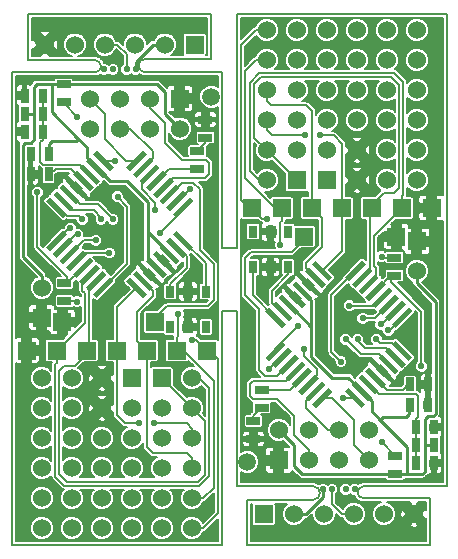
<source format=gtl>
G04 (created by PCBNEW (2013-mar-13)-testing) date Di 12 Nov 2013 11:00:42 CET*
%MOIN*%
G04 Gerber Fmt 3.4, Leading zero omitted, Abs format*
%FSLAX34Y34*%
G01*
G70*
G90*
G04 APERTURE LIST*
%ADD10C,0.005906*%
%ADD11R,0.045000X0.025000*%
%ADD12R,0.059055X0.059055*%
%ADD13R,0.025000X0.045000*%
%ADD14R,0.027559X0.039370*%
%ADD15R,0.035433X0.039370*%
%ADD16R,0.060000X0.060000*%
%ADD17C,0.060000*%
%ADD18C,0.059055*%
%ADD19C,0.022047*%
%ADD20C,0.006693*%
%ADD21C,0.010000*%
%ADD22C,0.006299*%
G04 APERTURE END LIST*
G54D10*
X55600Y-54375D02*
X55600Y-62175D01*
X56100Y-54375D02*
X55600Y-54375D01*
X56100Y-60225D02*
X56100Y-54375D01*
X56100Y-52275D02*
X56100Y-44475D01*
X55600Y-52275D02*
X56100Y-52275D01*
X55600Y-46425D02*
X55600Y-52275D01*
X63100Y-44475D02*
X63100Y-60225D01*
X56100Y-44475D02*
X63100Y-44475D01*
X58875Y-60450D02*
G75*
G03X58650Y-60225I-225J0D01*
G74*
G01*
X58650Y-60675D02*
G75*
G03X58875Y-60450I0J225D01*
G74*
G01*
X60325Y-60225D02*
G75*
G03X60125Y-60425I0J-200D01*
G74*
G01*
X60125Y-60425D02*
G75*
G03X60325Y-60625I200J0D01*
G74*
G01*
X60325Y-60225D02*
X63100Y-60225D01*
X58650Y-60225D02*
X56100Y-60225D01*
X60325Y-60625D02*
X62550Y-60625D01*
X58650Y-60675D02*
X56450Y-60675D01*
X56450Y-60675D02*
X56450Y-62175D01*
X56450Y-62175D02*
X62550Y-62175D01*
X62550Y-62175D02*
X62550Y-60625D01*
X49150Y-44475D02*
X49150Y-46025D01*
X55250Y-44475D02*
X49150Y-44475D01*
X55250Y-45975D02*
X55250Y-44475D01*
X53050Y-45975D02*
X55250Y-45975D01*
X51375Y-46025D02*
X49150Y-46025D01*
X53050Y-46425D02*
X55600Y-46425D01*
X51375Y-46425D02*
X48600Y-46425D01*
X51575Y-46225D02*
G75*
G03X51375Y-46025I-200J0D01*
G74*
G01*
X51375Y-46425D02*
G75*
G03X51575Y-46225I0J200D01*
G74*
G01*
X53050Y-45975D02*
G75*
G03X52825Y-46200I0J-225D01*
G74*
G01*
X52825Y-46200D02*
G75*
G03X53050Y-46425I225J0D01*
G74*
G01*
X55600Y-62175D02*
X48600Y-62175D01*
X48600Y-62175D02*
X48600Y-46425D01*
G54D11*
X61350Y-53200D03*
X61350Y-52600D03*
G54D10*
G36*
X57045Y-54391D02*
X57170Y-54266D01*
X57727Y-54822D01*
X57602Y-54948D01*
X57045Y-54391D01*
X57045Y-54391D01*
G37*
G36*
X57268Y-54168D02*
X57393Y-54043D01*
X57950Y-54600D01*
X57824Y-54725D01*
X57268Y-54168D01*
X57268Y-54168D01*
G37*
G36*
X57491Y-53946D02*
X57616Y-53820D01*
X58172Y-54377D01*
X58047Y-54502D01*
X57491Y-53946D01*
X57491Y-53946D01*
G37*
G36*
X57713Y-53723D02*
X57839Y-53598D01*
X58395Y-54154D01*
X58270Y-54279D01*
X57713Y-53723D01*
X57713Y-53723D01*
G37*
G36*
X57936Y-53500D02*
X58061Y-53375D01*
X58618Y-53931D01*
X58493Y-54057D01*
X57936Y-53500D01*
X57936Y-53500D01*
G37*
G36*
X58159Y-53277D02*
X58284Y-53152D01*
X58840Y-53709D01*
X58715Y-53834D01*
X58159Y-53277D01*
X58159Y-53277D01*
G37*
G36*
X58382Y-53055D02*
X58507Y-52929D01*
X59063Y-53486D01*
X58938Y-53611D01*
X58382Y-53055D01*
X58382Y-53055D01*
G37*
G36*
X58604Y-52832D02*
X58729Y-52707D01*
X59286Y-53263D01*
X59161Y-53388D01*
X58604Y-52832D01*
X58604Y-52832D01*
G37*
G36*
X61266Y-55496D02*
X61391Y-55371D01*
X61948Y-55928D01*
X61822Y-56053D01*
X61266Y-55496D01*
X61266Y-55496D01*
G37*
G36*
X59703Y-57059D02*
X59828Y-56934D01*
X60385Y-57490D01*
X60260Y-57615D01*
X59703Y-57059D01*
X59703Y-57059D01*
G37*
G36*
X59929Y-56833D02*
X60055Y-56708D01*
X60611Y-57264D01*
X60486Y-57389D01*
X59929Y-56833D01*
X59929Y-56833D01*
G37*
G36*
X60156Y-56606D02*
X60281Y-56481D01*
X60837Y-57038D01*
X60712Y-57163D01*
X60156Y-56606D01*
X60156Y-56606D01*
G37*
G36*
X60375Y-56387D02*
X60500Y-56262D01*
X61057Y-56819D01*
X60931Y-56944D01*
X60375Y-56387D01*
X60375Y-56387D01*
G37*
G36*
X60601Y-56161D02*
X60726Y-56036D01*
X61283Y-56592D01*
X61158Y-56717D01*
X60601Y-56161D01*
X60601Y-56161D01*
G37*
G36*
X60820Y-55942D02*
X60946Y-55817D01*
X61502Y-56373D01*
X61377Y-56498D01*
X60820Y-55942D01*
X60820Y-55942D01*
G37*
G36*
X61047Y-55715D02*
X61172Y-55590D01*
X61728Y-56147D01*
X61603Y-56272D01*
X61047Y-55715D01*
X61047Y-55715D01*
G37*
G36*
X59716Y-53260D02*
X60272Y-52704D01*
X60398Y-52829D01*
X59841Y-53386D01*
X59716Y-53260D01*
X59716Y-53260D01*
G37*
G36*
X59938Y-53482D02*
X60494Y-52926D01*
X60620Y-53051D01*
X60063Y-53608D01*
X59938Y-53482D01*
X59938Y-53482D01*
G37*
G36*
X60161Y-53706D02*
X60718Y-53149D01*
X60843Y-53275D01*
X60287Y-53831D01*
X60161Y-53706D01*
X60161Y-53706D01*
G37*
G36*
X60383Y-53928D02*
X60940Y-53371D01*
X61065Y-53497D01*
X60509Y-54053D01*
X60383Y-53928D01*
X60383Y-53928D01*
G37*
G36*
X60607Y-54151D02*
X61163Y-53595D01*
X61288Y-53720D01*
X60732Y-54276D01*
X60607Y-54151D01*
X60607Y-54151D01*
G37*
G36*
X60829Y-54373D02*
X61385Y-53817D01*
X61511Y-53942D01*
X60954Y-54499D01*
X60829Y-54373D01*
X60829Y-54373D01*
G37*
G36*
X61052Y-54597D02*
X61609Y-54040D01*
X61734Y-54165D01*
X61177Y-54722D01*
X61052Y-54597D01*
X61052Y-54597D01*
G37*
G36*
X61274Y-54819D02*
X61831Y-54262D01*
X61956Y-54387D01*
X61399Y-54944D01*
X61274Y-54819D01*
X61274Y-54819D01*
G37*
G36*
X57044Y-55935D02*
X57601Y-55378D01*
X57726Y-55503D01*
X57170Y-56060D01*
X57044Y-55935D01*
X57044Y-55935D01*
G37*
G36*
X57264Y-56154D02*
X57820Y-55597D01*
X57945Y-55723D01*
X57389Y-56279D01*
X57264Y-56154D01*
X57264Y-56154D01*
G37*
G36*
X57490Y-56380D02*
X58046Y-55824D01*
X58172Y-55949D01*
X57615Y-56505D01*
X57490Y-56380D01*
X57490Y-56380D01*
G37*
G36*
X57709Y-56599D02*
X58266Y-56043D01*
X58391Y-56168D01*
X57834Y-56724D01*
X57709Y-56599D01*
X57709Y-56599D01*
G37*
G36*
X57928Y-56819D02*
X58485Y-56262D01*
X58610Y-56387D01*
X58053Y-56944D01*
X57928Y-56819D01*
X57928Y-56819D01*
G37*
G36*
X58155Y-57045D02*
X58711Y-56488D01*
X58836Y-56613D01*
X58280Y-57170D01*
X58155Y-57045D01*
X58155Y-57045D01*
G37*
G36*
X58381Y-57271D02*
X58937Y-56715D01*
X59063Y-56840D01*
X58506Y-57396D01*
X58381Y-57271D01*
X58381Y-57271D01*
G37*
G36*
X58607Y-57497D02*
X59164Y-56941D01*
X59289Y-57066D01*
X58732Y-57623D01*
X58607Y-57497D01*
X58607Y-57497D01*
G37*
G54D12*
X62600Y-50950D03*
X61600Y-50950D03*
X60600Y-50950D03*
X59600Y-50950D03*
X58600Y-50950D03*
X57600Y-50950D03*
X56600Y-50950D03*
G54D13*
X62075Y-58250D03*
X62675Y-58250D03*
X62675Y-58850D03*
X62075Y-58850D03*
G54D11*
X61375Y-59825D03*
X61375Y-59225D03*
G54D13*
X62475Y-57500D03*
X61875Y-57500D03*
X62475Y-56825D03*
X61875Y-56825D03*
G54D11*
X56650Y-58050D03*
X56650Y-58650D03*
X56925Y-57600D03*
X56925Y-57000D03*
G54D13*
X62075Y-59450D03*
X62675Y-59450D03*
G54D14*
X57815Y-51734D03*
G54D15*
X57225Y-51734D03*
G54D14*
X56634Y-51734D03*
X56634Y-52915D03*
G54D15*
X57225Y-52915D03*
G54D14*
X57815Y-52915D03*
G54D16*
X57500Y-59350D03*
G54D17*
X57500Y-58350D03*
X58500Y-59350D03*
X58500Y-58350D03*
X59500Y-59350D03*
X59500Y-58350D03*
X60500Y-59350D03*
X60500Y-58350D03*
X62100Y-50025D03*
X62100Y-49025D03*
X62100Y-48025D03*
X62100Y-47025D03*
X62100Y-46025D03*
X62100Y-45025D03*
G54D16*
X62100Y-52050D03*
G54D17*
X62100Y-53050D03*
G54D18*
X56450Y-59412D03*
G54D17*
X58100Y-45025D03*
X59100Y-45025D03*
X58100Y-46025D03*
X59100Y-46025D03*
X58100Y-47025D03*
X59100Y-47025D03*
X58100Y-48025D03*
X59100Y-48025D03*
X58100Y-49025D03*
X59100Y-49025D03*
X61100Y-49025D03*
X60100Y-49025D03*
X61100Y-48025D03*
X60100Y-48025D03*
X61100Y-47025D03*
X60100Y-47025D03*
X61100Y-46025D03*
X60100Y-46025D03*
X61100Y-45025D03*
X60100Y-45025D03*
G54D12*
X58339Y-51900D03*
X61410Y-51900D03*
G54D16*
X57000Y-61150D03*
G54D17*
X58000Y-61150D03*
X59000Y-61150D03*
X60000Y-61150D03*
X61000Y-61150D03*
X62000Y-61150D03*
G54D16*
X58100Y-50025D03*
X59100Y-50025D03*
G54D17*
X60100Y-50025D03*
X61100Y-50025D03*
X57100Y-50025D03*
X57100Y-49025D03*
X57100Y-48025D03*
X57100Y-47025D03*
X57100Y-46025D03*
X57100Y-45025D03*
X54600Y-56625D03*
X54600Y-57625D03*
X54600Y-58625D03*
X54600Y-59625D03*
X54600Y-60625D03*
X54600Y-61625D03*
G54D16*
X53600Y-56625D03*
X52600Y-56625D03*
G54D17*
X51600Y-56625D03*
X50600Y-56625D03*
G54D16*
X54700Y-45500D03*
G54D17*
X53700Y-45500D03*
X52700Y-45500D03*
X51700Y-45500D03*
X50700Y-45500D03*
X49700Y-45500D03*
G54D12*
X53360Y-54750D03*
X50289Y-54750D03*
G54D17*
X50600Y-57625D03*
X51600Y-57625D03*
X50600Y-58625D03*
X51600Y-58625D03*
X50600Y-59625D03*
X51600Y-59625D03*
X50600Y-60625D03*
X51600Y-60625D03*
X50600Y-61625D03*
X51600Y-61625D03*
X53600Y-61625D03*
X52600Y-61625D03*
X53600Y-60625D03*
X52600Y-60625D03*
X53600Y-59625D03*
X52600Y-59625D03*
X53600Y-58625D03*
X52600Y-58625D03*
X53600Y-57625D03*
X52600Y-57625D03*
G54D18*
X55249Y-47237D03*
G54D16*
X49600Y-54600D03*
G54D17*
X49600Y-53600D03*
X49600Y-56625D03*
X49600Y-57625D03*
X49600Y-58625D03*
X49600Y-59625D03*
X49600Y-60625D03*
X49600Y-61625D03*
G54D16*
X54200Y-47300D03*
G54D17*
X54200Y-48300D03*
X53200Y-47300D03*
X53200Y-48300D03*
X52200Y-47300D03*
X52200Y-48300D03*
X51200Y-47300D03*
X51200Y-48300D03*
G54D14*
X53884Y-54915D03*
G54D15*
X54475Y-54915D03*
G54D14*
X55065Y-54915D03*
X55065Y-53734D03*
G54D15*
X54475Y-53734D03*
G54D14*
X53884Y-53734D03*
G54D13*
X49625Y-47200D03*
X49025Y-47200D03*
G54D11*
X54775Y-49050D03*
X54775Y-49650D03*
X55050Y-48600D03*
X55050Y-48000D03*
G54D13*
X49225Y-49825D03*
X49825Y-49825D03*
X49225Y-49150D03*
X49825Y-49150D03*
G54D11*
X50325Y-46825D03*
X50325Y-47425D03*
G54D13*
X49025Y-47800D03*
X49625Y-47800D03*
X49625Y-48400D03*
X49025Y-48400D03*
G54D12*
X49100Y-55700D03*
X50100Y-55700D03*
X51100Y-55700D03*
X52100Y-55700D03*
X53100Y-55700D03*
X54100Y-55700D03*
X55100Y-55700D03*
G54D10*
G36*
X54654Y-52258D02*
X54529Y-52383D01*
X53972Y-51827D01*
X54097Y-51701D01*
X54654Y-52258D01*
X54654Y-52258D01*
G37*
G36*
X54431Y-52481D02*
X54306Y-52606D01*
X53749Y-52049D01*
X53875Y-51924D01*
X54431Y-52481D01*
X54431Y-52481D01*
G37*
G36*
X54208Y-52703D02*
X54083Y-52829D01*
X53527Y-52272D01*
X53652Y-52147D01*
X54208Y-52703D01*
X54208Y-52703D01*
G37*
G36*
X53986Y-52926D02*
X53860Y-53051D01*
X53304Y-52495D01*
X53429Y-52370D01*
X53986Y-52926D01*
X53986Y-52926D01*
G37*
G36*
X53763Y-53149D02*
X53638Y-53274D01*
X53081Y-52718D01*
X53206Y-52592D01*
X53763Y-53149D01*
X53763Y-53149D01*
G37*
G36*
X53540Y-53372D02*
X53415Y-53497D01*
X52859Y-52940D01*
X52984Y-52815D01*
X53540Y-53372D01*
X53540Y-53372D01*
G37*
G36*
X53317Y-53594D02*
X53192Y-53720D01*
X52636Y-53163D01*
X52761Y-53038D01*
X53317Y-53594D01*
X53317Y-53594D01*
G37*
G36*
X53095Y-53817D02*
X52970Y-53942D01*
X52413Y-53386D01*
X52538Y-53261D01*
X53095Y-53817D01*
X53095Y-53817D01*
G37*
G36*
X50433Y-51153D02*
X50308Y-51278D01*
X49751Y-50721D01*
X49877Y-50596D01*
X50433Y-51153D01*
X50433Y-51153D01*
G37*
G36*
X51996Y-49590D02*
X51871Y-49715D01*
X51314Y-49159D01*
X51439Y-49034D01*
X51996Y-49590D01*
X51996Y-49590D01*
G37*
G36*
X51770Y-49816D02*
X51644Y-49941D01*
X51088Y-49385D01*
X51213Y-49260D01*
X51770Y-49816D01*
X51770Y-49816D01*
G37*
G36*
X51543Y-50043D02*
X51418Y-50168D01*
X50862Y-49611D01*
X50987Y-49486D01*
X51543Y-50043D01*
X51543Y-50043D01*
G37*
G36*
X51324Y-50262D02*
X51199Y-50387D01*
X50642Y-49830D01*
X50768Y-49705D01*
X51324Y-50262D01*
X51324Y-50262D01*
G37*
G36*
X51098Y-50488D02*
X50973Y-50613D01*
X50416Y-50057D01*
X50541Y-49932D01*
X51098Y-50488D01*
X51098Y-50488D01*
G37*
G36*
X50879Y-50707D02*
X50753Y-50832D01*
X50197Y-50276D01*
X50322Y-50151D01*
X50879Y-50707D01*
X50879Y-50707D01*
G37*
G36*
X50652Y-50934D02*
X50527Y-51059D01*
X49971Y-50502D01*
X50096Y-50377D01*
X50652Y-50934D01*
X50652Y-50934D01*
G37*
G36*
X51983Y-53389D02*
X51427Y-53945D01*
X51301Y-53820D01*
X51858Y-53263D01*
X51983Y-53389D01*
X51983Y-53389D01*
G37*
G36*
X51761Y-53167D02*
X51205Y-53723D01*
X51079Y-53598D01*
X51636Y-53041D01*
X51761Y-53167D01*
X51761Y-53167D01*
G37*
G36*
X51538Y-52943D02*
X50981Y-53500D01*
X50856Y-53374D01*
X51412Y-52818D01*
X51538Y-52943D01*
X51538Y-52943D01*
G37*
G36*
X51316Y-52721D02*
X50759Y-53278D01*
X50634Y-53152D01*
X51190Y-52596D01*
X51316Y-52721D01*
X51316Y-52721D01*
G37*
G36*
X51092Y-52498D02*
X50536Y-53054D01*
X50411Y-52929D01*
X50967Y-52373D01*
X51092Y-52498D01*
X51092Y-52498D01*
G37*
G36*
X50870Y-52276D02*
X50314Y-52832D01*
X50188Y-52707D01*
X50745Y-52150D01*
X50870Y-52276D01*
X50870Y-52276D01*
G37*
G36*
X50647Y-52052D02*
X50090Y-52609D01*
X49965Y-52484D01*
X50522Y-51927D01*
X50647Y-52052D01*
X50647Y-52052D01*
G37*
G36*
X50425Y-51830D02*
X49868Y-52387D01*
X49743Y-52262D01*
X50300Y-51705D01*
X50425Y-51830D01*
X50425Y-51830D01*
G37*
G36*
X54655Y-50714D02*
X54098Y-51271D01*
X53973Y-51146D01*
X54529Y-50589D01*
X54655Y-50714D01*
X54655Y-50714D01*
G37*
G36*
X54435Y-50495D02*
X53879Y-51052D01*
X53754Y-50926D01*
X54310Y-50370D01*
X54435Y-50495D01*
X54435Y-50495D01*
G37*
G36*
X54209Y-50269D02*
X53653Y-50825D01*
X53527Y-50700D01*
X54084Y-50144D01*
X54209Y-50269D01*
X54209Y-50269D01*
G37*
G36*
X53990Y-50050D02*
X53433Y-50606D01*
X53308Y-50481D01*
X53865Y-49925D01*
X53990Y-50050D01*
X53990Y-50050D01*
G37*
G36*
X53771Y-49830D02*
X53214Y-50387D01*
X53089Y-50262D01*
X53646Y-49705D01*
X53771Y-49830D01*
X53771Y-49830D01*
G37*
G36*
X53544Y-49604D02*
X52988Y-50161D01*
X52863Y-50036D01*
X53419Y-49479D01*
X53544Y-49604D01*
X53544Y-49604D01*
G37*
G36*
X53318Y-49378D02*
X52762Y-49934D01*
X52636Y-49809D01*
X53193Y-49253D01*
X53318Y-49378D01*
X53318Y-49378D01*
G37*
G36*
X53092Y-49152D02*
X52535Y-49708D01*
X52410Y-49583D01*
X52967Y-49026D01*
X53092Y-49152D01*
X53092Y-49152D01*
G37*
G54D11*
X50350Y-53450D03*
X50350Y-54050D03*
G54D19*
X57100Y-51300D03*
X60125Y-55325D03*
X51575Y-51325D03*
X54600Y-55350D03*
X60750Y-55325D03*
X50950Y-51325D03*
X61150Y-55025D03*
X50550Y-51625D03*
X60900Y-54825D03*
X50800Y-51825D03*
X60300Y-54625D03*
X51400Y-52025D03*
X59850Y-54200D03*
X51850Y-52450D03*
X59725Y-55325D03*
X51975Y-51325D03*
X58325Y-55650D03*
X53375Y-51000D03*
X59275Y-60325D03*
X52425Y-46325D03*
X59725Y-60325D03*
X51975Y-46325D03*
X59650Y-57275D03*
X52050Y-49375D03*
X59575Y-56075D03*
X52125Y-50575D03*
X58375Y-48525D03*
X58875Y-48525D03*
X52825Y-58125D03*
X53325Y-58125D03*
X58150Y-54875D03*
X57550Y-52175D03*
X54150Y-54475D03*
X53550Y-51775D03*
X57175Y-56325D03*
X54525Y-50325D03*
X60925Y-52575D03*
X50775Y-54075D03*
X62250Y-56225D03*
X60025Y-60325D03*
X60925Y-58750D03*
X50775Y-47900D03*
X51675Y-46325D03*
X49450Y-50425D03*
X62650Y-59925D03*
X57450Y-57750D03*
X54250Y-48900D03*
X49050Y-46725D03*
X58975Y-60325D03*
X52725Y-46325D03*
G54D20*
X57100Y-51300D02*
X56950Y-51300D01*
X60125Y-55325D02*
X60125Y-55375D01*
X60125Y-55375D02*
X60375Y-55625D01*
X60375Y-55625D02*
X61081Y-55625D01*
X61081Y-55625D02*
X61387Y-55931D01*
X56950Y-51300D02*
X56600Y-50950D01*
X56350Y-50700D02*
X56600Y-50950D01*
X56500Y-50950D02*
X56225Y-50675D01*
X56725Y-45025D02*
X57100Y-45025D01*
X56225Y-45525D02*
X56225Y-50675D01*
X56725Y-45025D02*
X56225Y-45525D01*
X56600Y-50950D02*
X56500Y-50950D01*
X55100Y-55700D02*
X55200Y-55700D01*
X54975Y-61625D02*
X55475Y-61125D01*
X55475Y-61125D02*
X55475Y-55975D01*
X54975Y-61625D02*
X54600Y-61625D01*
X55200Y-55700D02*
X55475Y-55975D01*
X55350Y-55950D02*
X55100Y-55700D01*
X54750Y-55350D02*
X55100Y-55700D01*
X50618Y-51025D02*
X50312Y-50718D01*
X51325Y-51025D02*
X50618Y-51025D01*
X51575Y-51275D02*
X51325Y-51025D01*
X51575Y-51325D02*
X51575Y-51275D01*
X54600Y-55350D02*
X54750Y-55350D01*
X61607Y-55712D02*
X61607Y-55707D01*
X61607Y-55712D02*
X61607Y-55707D01*
X61344Y-55450D02*
X61607Y-55712D01*
X61344Y-55450D02*
X61607Y-55712D01*
X61537Y-55712D02*
X61275Y-55450D01*
X61275Y-55450D02*
X60875Y-55450D01*
X60875Y-55450D02*
X60750Y-55325D01*
X61607Y-55712D02*
X61537Y-55712D01*
X50092Y-50937D02*
X50162Y-50937D01*
X50825Y-51200D02*
X50950Y-51325D01*
X50425Y-51200D02*
X50825Y-51200D01*
X50162Y-50937D02*
X50425Y-51200D01*
X50355Y-51200D02*
X50092Y-50937D01*
X50355Y-51200D02*
X50092Y-50937D01*
X50092Y-50937D02*
X50092Y-50942D01*
X50092Y-50937D02*
X50092Y-50942D01*
X61150Y-55025D02*
X61194Y-55025D01*
X61194Y-55025D02*
X61615Y-54603D01*
X50505Y-51625D02*
X50084Y-52046D01*
X50550Y-51625D02*
X50505Y-51625D01*
X60950Y-54825D02*
X61393Y-54381D01*
X60950Y-54825D02*
X61393Y-54381D01*
X60900Y-54825D02*
X60950Y-54825D01*
X50800Y-51825D02*
X50749Y-51825D01*
X50749Y-51825D02*
X50306Y-52268D01*
X50749Y-51825D02*
X50306Y-52268D01*
X60703Y-54625D02*
X61170Y-54158D01*
X60703Y-54625D02*
X61170Y-54158D01*
X60300Y-54625D02*
X60703Y-54625D01*
X51400Y-52025D02*
X50996Y-52025D01*
X50996Y-52025D02*
X50529Y-52491D01*
X50996Y-52025D02*
X50529Y-52491D01*
X60684Y-54200D02*
X60948Y-53936D01*
X59850Y-54200D02*
X60684Y-54200D01*
X51850Y-52450D02*
X51015Y-52450D01*
X51015Y-52450D02*
X50751Y-52713D01*
X62075Y-59275D02*
X62075Y-58850D01*
X62075Y-58850D02*
X62075Y-58250D01*
X62018Y-58193D02*
X62075Y-58250D01*
X62075Y-57975D02*
X62150Y-57900D01*
X62150Y-57900D02*
X62150Y-57225D01*
X62150Y-57225D02*
X62075Y-57150D01*
X62075Y-57150D02*
X60824Y-57150D01*
X60824Y-57150D02*
X60497Y-56822D01*
X62075Y-58250D02*
X62075Y-57975D01*
X49625Y-48400D02*
X49625Y-48675D01*
X50875Y-49500D02*
X51202Y-49827D01*
X49625Y-49500D02*
X50875Y-49500D01*
X49550Y-49425D02*
X49625Y-49500D01*
X49550Y-48750D02*
X49550Y-49425D01*
X49625Y-48675D02*
X49550Y-48750D01*
X49681Y-48456D02*
X49625Y-48400D01*
X49625Y-47800D02*
X49625Y-48400D01*
X49625Y-47375D02*
X49625Y-47800D01*
X59725Y-55325D02*
X60225Y-55825D01*
X60225Y-55825D02*
X60828Y-55825D01*
X60828Y-55825D02*
X61161Y-56157D01*
X50871Y-50825D02*
X50538Y-50492D01*
X51475Y-50825D02*
X50871Y-50825D01*
X51975Y-51325D02*
X51475Y-50825D01*
X60750Y-52950D02*
X60750Y-53243D01*
X60750Y-53243D02*
X60502Y-53490D01*
X56850Y-46450D02*
X56525Y-46775D01*
X61350Y-46450D02*
X56850Y-46450D01*
X61600Y-50550D02*
X61650Y-50500D01*
X61650Y-50500D02*
X61650Y-46750D01*
X61650Y-46750D02*
X61350Y-46450D01*
X61600Y-50950D02*
X61600Y-50550D01*
X56850Y-50025D02*
X56525Y-49700D01*
X57100Y-50025D02*
X56850Y-50025D01*
X60675Y-52875D02*
X60675Y-51875D01*
X60675Y-51875D02*
X61600Y-50950D01*
X60750Y-52950D02*
X60675Y-52875D01*
X56525Y-49700D02*
X56525Y-46775D01*
X55175Y-56950D02*
X55175Y-59875D01*
X50950Y-53700D02*
X51025Y-53775D01*
X51025Y-54775D02*
X50100Y-55700D01*
X51025Y-53775D02*
X51025Y-54775D01*
X54600Y-56625D02*
X54850Y-56625D01*
X54850Y-56625D02*
X55175Y-56950D01*
X50100Y-55700D02*
X50100Y-56100D01*
X50050Y-59900D02*
X50350Y-60200D01*
X50050Y-56150D02*
X50050Y-59900D01*
X50100Y-56100D02*
X50050Y-56150D01*
X50350Y-60200D02*
X54850Y-60200D01*
X54850Y-60200D02*
X55175Y-59875D01*
X50950Y-53406D02*
X51197Y-53159D01*
X50950Y-53700D02*
X50950Y-53406D01*
X60600Y-50850D02*
X61000Y-50450D01*
X61000Y-50450D02*
X61350Y-50450D01*
X61350Y-50450D02*
X61516Y-50283D01*
X61516Y-50283D02*
X61516Y-46850D01*
X61516Y-46850D02*
X61250Y-46583D01*
X61250Y-46583D02*
X56905Y-46583D01*
X56905Y-46583D02*
X56675Y-46813D01*
X56675Y-46813D02*
X56675Y-48600D01*
X56675Y-48600D02*
X57100Y-49025D01*
X60600Y-50950D02*
X60600Y-50850D01*
X57100Y-49025D02*
X58100Y-50025D01*
X60279Y-53262D02*
X60550Y-52991D01*
X60525Y-52966D02*
X60525Y-50975D01*
X60550Y-51000D02*
X60600Y-50950D01*
X60279Y-53267D02*
X60279Y-53262D01*
X51420Y-53382D02*
X51420Y-53387D01*
X51150Y-55650D02*
X51100Y-55700D01*
X51175Y-53683D02*
X51175Y-55675D01*
X51420Y-53387D02*
X51150Y-53658D01*
X54600Y-57625D02*
X53600Y-56625D01*
X51100Y-55700D02*
X51100Y-55800D01*
X55025Y-58050D02*
X54600Y-57625D01*
X55025Y-59836D02*
X55025Y-58050D01*
X54794Y-60066D02*
X55025Y-59836D01*
X50450Y-60066D02*
X54794Y-60066D01*
X50183Y-59800D02*
X50450Y-60066D01*
X50183Y-56366D02*
X50183Y-59800D01*
X50350Y-56200D02*
X50183Y-56366D01*
X50700Y-56200D02*
X50350Y-56200D01*
X51100Y-55800D02*
X50700Y-56200D01*
X58495Y-56804D02*
X58775Y-56525D01*
X58775Y-56525D02*
X58775Y-56325D01*
X58775Y-56325D02*
X58325Y-55875D01*
X58325Y-55875D02*
X58325Y-55650D01*
X58495Y-56829D02*
X58495Y-56804D01*
X53204Y-49820D02*
X53204Y-49845D01*
X53375Y-50775D02*
X53375Y-51000D01*
X52925Y-50325D02*
X53375Y-50775D01*
X52925Y-50125D02*
X52925Y-50325D01*
X53204Y-49845D02*
X52925Y-50125D01*
X59150Y-58350D02*
X58400Y-57600D01*
X58400Y-57600D02*
X58400Y-57378D01*
X58400Y-57378D02*
X58722Y-57055D01*
X59500Y-58350D02*
X59150Y-58350D01*
X59275Y-60825D02*
X59600Y-61150D01*
X59600Y-61150D02*
X60000Y-61150D01*
X59275Y-60325D02*
X59275Y-60825D01*
X52425Y-46325D02*
X52425Y-45825D01*
X52100Y-45500D02*
X51700Y-45500D01*
X52425Y-45825D02*
X52100Y-45500D01*
X52200Y-48300D02*
X52550Y-48300D01*
X53300Y-49271D02*
X52977Y-49594D01*
X53300Y-49050D02*
X53300Y-49271D01*
X52550Y-48300D02*
X53300Y-49050D01*
X59282Y-57282D02*
X60000Y-58000D01*
X60000Y-58000D02*
X60000Y-58850D01*
X60000Y-58850D02*
X60500Y-59350D01*
X58948Y-57282D02*
X59282Y-57282D01*
X52751Y-49367D02*
X52417Y-49367D01*
X51700Y-47800D02*
X51200Y-47300D01*
X51700Y-48650D02*
X51700Y-47800D01*
X52417Y-49367D02*
X51700Y-48650D01*
X59650Y-57275D02*
X59650Y-57275D01*
X60044Y-57275D02*
X59650Y-57275D01*
X51655Y-49374D02*
X52049Y-49374D01*
X52049Y-49374D02*
X52050Y-49375D01*
X59250Y-53850D02*
X59250Y-55750D01*
X59250Y-55750D02*
X59575Y-56075D01*
X60054Y-53045D02*
X59250Y-53850D01*
X60057Y-53045D02*
X60054Y-53045D01*
X51642Y-53604D02*
X51645Y-53604D01*
X51645Y-53604D02*
X52450Y-52800D01*
X52450Y-50900D02*
X52125Y-50575D01*
X52450Y-52800D02*
X52450Y-50900D01*
X59600Y-52393D02*
X58920Y-53073D01*
X59600Y-50950D02*
X59600Y-52393D01*
X57100Y-48350D02*
X57100Y-48025D01*
X57275Y-48525D02*
X58375Y-48525D01*
X57100Y-48350D02*
X57275Y-48525D01*
X59600Y-50950D02*
X59600Y-48800D01*
X59325Y-48525D02*
X58875Y-48525D01*
X59600Y-48800D02*
X59325Y-48525D01*
X52100Y-57850D02*
X52375Y-58125D01*
X52375Y-58125D02*
X52825Y-58125D01*
X52100Y-55700D02*
X52100Y-57850D01*
X54600Y-58300D02*
X54425Y-58125D01*
X54425Y-58125D02*
X53325Y-58125D01*
X54600Y-58300D02*
X54600Y-58625D01*
X52100Y-55700D02*
X52100Y-54256D01*
X52100Y-54256D02*
X52779Y-53576D01*
X58925Y-52250D02*
X58400Y-52775D01*
X58925Y-51275D02*
X58925Y-52250D01*
X58722Y-53270D02*
X58720Y-53270D01*
X58400Y-52950D02*
X58400Y-52775D01*
X58720Y-53270D02*
X58400Y-52950D01*
X58600Y-50950D02*
X58925Y-51275D01*
X57100Y-47375D02*
X57250Y-47525D01*
X57250Y-47525D02*
X58400Y-47525D01*
X58400Y-47525D02*
X58600Y-47725D01*
X58600Y-47725D02*
X58600Y-50950D01*
X57100Y-47025D02*
X57100Y-47375D01*
X54600Y-59625D02*
X54600Y-59275D01*
X53100Y-58925D02*
X53100Y-55700D01*
X53300Y-59125D02*
X53100Y-58925D01*
X54450Y-59125D02*
X53300Y-59125D01*
X54600Y-59275D02*
X54450Y-59125D01*
X53100Y-55700D02*
X52775Y-55375D01*
X52979Y-53379D02*
X53300Y-53700D01*
X53300Y-53700D02*
X53300Y-53875D01*
X52977Y-53379D02*
X52979Y-53379D01*
X52775Y-55375D02*
X52775Y-54400D01*
X52775Y-54400D02*
X53300Y-53875D01*
X57385Y-55639D02*
X58150Y-54875D01*
X57600Y-51375D02*
X57600Y-50950D01*
X57600Y-51375D02*
X57550Y-51425D01*
X57550Y-51425D02*
X57550Y-52175D01*
X57385Y-55719D02*
X57385Y-55639D01*
X56375Y-46375D02*
X56375Y-49950D01*
X56725Y-46025D02*
X56375Y-46375D01*
X57100Y-46025D02*
X56725Y-46025D01*
X57375Y-50950D02*
X56375Y-49950D01*
X57600Y-50950D02*
X57375Y-50950D01*
X54100Y-55700D02*
X54325Y-55700D01*
X54325Y-55700D02*
X55325Y-56700D01*
X54600Y-60625D02*
X54975Y-60625D01*
X54975Y-60625D02*
X55325Y-60275D01*
X55325Y-60275D02*
X55325Y-56700D01*
X54314Y-50930D02*
X54314Y-51010D01*
X54150Y-55225D02*
X54150Y-54475D01*
X54100Y-55275D02*
X54150Y-55225D01*
X54100Y-55275D02*
X54100Y-55700D01*
X54314Y-51010D02*
X53550Y-51775D01*
X57561Y-55938D02*
X57175Y-56325D01*
X57604Y-55938D02*
X57561Y-55938D01*
X54095Y-50711D02*
X54138Y-50711D01*
X54138Y-50711D02*
X54525Y-50325D01*
X56375Y-53850D02*
X56375Y-52625D01*
X56375Y-52625D02*
X56575Y-52425D01*
X56837Y-54312D02*
X56375Y-53850D01*
X57925Y-52425D02*
X56575Y-52425D01*
X57801Y-56189D02*
X57441Y-56550D01*
X57441Y-56550D02*
X57050Y-56550D01*
X57050Y-56550D02*
X56837Y-56337D01*
X57806Y-56189D02*
X57801Y-56189D01*
X56837Y-56337D02*
X56837Y-54312D01*
X58293Y-52056D02*
X57925Y-52425D01*
X58293Y-51950D02*
X58293Y-52056D01*
X53406Y-54700D02*
X53406Y-54593D01*
X53406Y-54593D02*
X53775Y-54225D01*
X54862Y-50312D02*
X54862Y-52337D01*
X53893Y-50460D02*
X53898Y-50460D01*
X54650Y-50100D02*
X54862Y-50312D01*
X54258Y-50100D02*
X54650Y-50100D01*
X53898Y-50460D02*
X54258Y-50100D01*
X53775Y-54225D02*
X55125Y-54225D01*
X54862Y-52337D02*
X55325Y-52800D01*
X55325Y-54025D02*
X55125Y-54225D01*
X55325Y-52800D02*
X55325Y-54025D01*
X58000Y-58525D02*
X58000Y-57875D01*
X58000Y-57875D02*
X57425Y-57300D01*
X57425Y-57300D02*
X56625Y-57300D01*
X56625Y-57300D02*
X56525Y-57200D01*
X56525Y-57200D02*
X56525Y-56825D01*
X56525Y-56825D02*
X56650Y-56700D01*
X56650Y-56700D02*
X57734Y-56700D01*
X57734Y-56700D02*
X58050Y-56384D01*
X58500Y-59350D02*
X58500Y-59140D01*
X58500Y-59025D02*
X58000Y-58525D01*
X58500Y-59350D02*
X58500Y-59025D01*
X53200Y-47300D02*
X53200Y-47625D01*
X53200Y-47625D02*
X53700Y-48125D01*
X53200Y-47300D02*
X53200Y-47509D01*
X53965Y-49950D02*
X53649Y-50265D01*
X55050Y-49950D02*
X53965Y-49950D01*
X55175Y-49825D02*
X55050Y-49950D01*
X55175Y-49450D02*
X55175Y-49825D01*
X55075Y-49350D02*
X55175Y-49450D01*
X54275Y-49350D02*
X55075Y-49350D01*
X53700Y-48775D02*
X54275Y-49350D01*
X53700Y-48125D02*
X53700Y-48775D01*
X57872Y-57000D02*
X58269Y-56603D01*
X56925Y-57000D02*
X57872Y-57000D01*
X54775Y-49650D02*
X53827Y-49650D01*
X53827Y-49650D02*
X53430Y-50046D01*
X60950Y-52600D02*
X60925Y-52575D01*
X61375Y-52600D02*
X60950Y-52600D01*
X50325Y-54050D02*
X50750Y-54050D01*
X50750Y-54050D02*
X50775Y-54075D01*
X61250Y-53187D02*
X60724Y-53712D01*
X61250Y-53150D02*
X61250Y-53187D01*
X61250Y-53400D02*
X62250Y-54400D01*
X62250Y-54400D02*
X62250Y-56225D01*
X61250Y-53150D02*
X61250Y-53400D01*
X61375Y-59200D02*
X60925Y-58750D01*
X61375Y-59225D02*
X61375Y-59200D01*
X50325Y-47425D02*
X50325Y-47450D01*
X50325Y-47450D02*
X50775Y-47900D01*
X50450Y-53500D02*
X50450Y-53250D01*
X49450Y-52250D02*
X49450Y-50425D01*
X50450Y-53250D02*
X49450Y-52250D01*
X50450Y-53500D02*
X50450Y-53462D01*
X50450Y-53462D02*
X50975Y-52937D01*
X57815Y-53159D02*
X57275Y-53700D01*
X57275Y-53700D02*
X57275Y-54100D01*
X57815Y-52915D02*
X57815Y-53159D01*
X57275Y-54100D02*
X57584Y-54409D01*
X54425Y-52549D02*
X54115Y-52240D01*
X53884Y-53734D02*
X53884Y-53490D01*
X54425Y-52950D02*
X54425Y-52549D01*
X53884Y-53490D02*
X54425Y-52950D01*
X56634Y-53855D02*
X57386Y-54607D01*
X56634Y-52915D02*
X56634Y-53855D01*
X55065Y-53734D02*
X55065Y-52794D01*
X55065Y-52794D02*
X54313Y-52042D01*
X61816Y-56825D02*
X61641Y-57000D01*
X61641Y-57000D02*
X61112Y-57000D01*
X61112Y-57000D02*
X60716Y-56603D01*
X61875Y-56825D02*
X61816Y-56825D01*
X49825Y-49825D02*
X49883Y-49825D01*
X50587Y-49650D02*
X50983Y-50046D01*
X50058Y-49650D02*
X50587Y-49650D01*
X49883Y-49825D02*
X50058Y-49650D01*
X56650Y-57875D02*
X56925Y-57600D01*
X56650Y-58050D02*
X56650Y-57875D01*
X55050Y-48600D02*
X55050Y-48775D01*
X55050Y-48775D02*
X54775Y-49050D01*
X58252Y-53741D02*
X58252Y-53752D01*
X58252Y-53752D02*
X58252Y-53741D01*
G54D21*
X62362Y-58850D02*
X62362Y-58362D01*
X62362Y-59587D02*
X62362Y-58850D01*
X58277Y-53727D02*
X58575Y-54025D01*
X58575Y-54025D02*
X58575Y-54900D01*
X59275Y-56600D02*
X59821Y-56600D01*
X58575Y-55900D02*
X59275Y-56600D01*
X58575Y-54900D02*
X58575Y-55900D01*
X59821Y-56600D02*
X60270Y-57048D01*
X58277Y-53716D02*
X58277Y-53727D01*
X57836Y-54161D02*
X58575Y-54900D01*
X57831Y-54161D02*
X57836Y-54161D01*
X60600Y-57725D02*
X60600Y-57378D01*
X60600Y-57378D02*
X60270Y-57048D01*
X60887Y-58012D02*
X60600Y-57725D01*
X58000Y-59556D02*
X58000Y-58850D01*
X58268Y-59825D02*
X61675Y-59825D01*
X58000Y-59556D02*
X58268Y-59825D01*
X58000Y-58850D02*
X57500Y-58350D01*
X62100Y-53450D02*
X62725Y-54075D01*
X62475Y-57875D02*
X62362Y-57987D01*
X62362Y-58362D02*
X62362Y-57987D01*
X62100Y-53050D02*
X62100Y-53450D01*
X58975Y-60325D02*
X58975Y-60350D01*
X58975Y-60350D02*
X59000Y-60375D01*
X58975Y-60575D02*
X58400Y-61150D01*
X58400Y-61150D02*
X58000Y-61150D01*
X58975Y-60325D02*
X58975Y-60575D01*
X62362Y-59737D02*
X62275Y-59825D01*
X61775Y-59825D02*
X61675Y-59825D01*
X62275Y-59825D02*
X61775Y-59825D01*
X62362Y-59587D02*
X62362Y-59737D01*
X62650Y-57875D02*
X62725Y-57800D01*
X62725Y-57800D02*
X62725Y-54075D01*
X62475Y-57875D02*
X62650Y-57875D01*
X60975Y-57925D02*
X60887Y-58012D01*
X61750Y-57925D02*
X60975Y-57925D01*
X61850Y-57825D02*
X61750Y-57925D01*
X61875Y-57500D02*
X61850Y-57825D01*
X62400Y-58850D02*
X62362Y-58850D01*
X62362Y-58850D02*
X62400Y-58850D01*
X62675Y-58850D02*
X62362Y-58850D01*
X61775Y-58900D02*
X60887Y-58012D01*
X61775Y-59825D02*
X61775Y-58900D01*
X61775Y-59825D02*
X61375Y-59825D01*
X49925Y-46825D02*
X50325Y-46825D01*
X49925Y-46825D02*
X49925Y-47750D01*
X49925Y-47750D02*
X50812Y-48637D01*
X49025Y-47800D02*
X49337Y-47800D01*
X49337Y-47800D02*
X49300Y-47800D01*
X49300Y-47800D02*
X49337Y-47800D01*
X49825Y-49150D02*
X49850Y-48825D01*
X49850Y-48825D02*
X49950Y-48725D01*
X49950Y-48725D02*
X50725Y-48725D01*
X50725Y-48725D02*
X50812Y-48637D01*
X49225Y-48775D02*
X49050Y-48775D01*
X48975Y-48850D02*
X48975Y-52575D01*
X49050Y-48775D02*
X48975Y-48850D01*
X49337Y-47062D02*
X49337Y-46912D01*
X49425Y-46825D02*
X49925Y-46825D01*
X49925Y-46825D02*
X50025Y-46825D01*
X49337Y-46912D02*
X49425Y-46825D01*
X52725Y-46325D02*
X52725Y-46075D01*
X53300Y-45500D02*
X53700Y-45500D01*
X52725Y-46075D02*
X53300Y-45500D01*
X52725Y-46300D02*
X52700Y-46275D01*
X52725Y-46325D02*
X52725Y-46300D01*
X49600Y-53600D02*
X49600Y-53200D01*
X49337Y-48287D02*
X49337Y-48662D01*
X49225Y-48775D02*
X49337Y-48662D01*
X49600Y-53200D02*
X48975Y-52575D01*
X53700Y-47800D02*
X54200Y-48300D01*
X53700Y-47093D02*
X53431Y-46825D01*
X53431Y-46825D02*
X50025Y-46825D01*
X53700Y-47093D02*
X53700Y-47800D01*
X50812Y-48637D02*
X51100Y-48925D01*
X51100Y-49271D02*
X51429Y-49601D01*
X51100Y-48925D02*
X51100Y-49271D01*
X53868Y-52488D02*
X53863Y-52488D01*
X53863Y-52488D02*
X53125Y-51750D01*
X53422Y-52933D02*
X53422Y-52922D01*
X51878Y-50050D02*
X51429Y-49601D01*
X53125Y-51750D02*
X53125Y-50750D01*
X53125Y-50750D02*
X52425Y-50050D01*
X52425Y-50050D02*
X51878Y-50050D01*
X53125Y-52625D02*
X53125Y-51750D01*
X53422Y-52922D02*
X53125Y-52625D01*
X49337Y-47062D02*
X49337Y-47800D01*
X49337Y-47800D02*
X49337Y-48287D01*
G54D20*
X53447Y-52897D02*
X53447Y-52908D01*
X53447Y-52908D02*
X53447Y-52897D01*
G54D10*
G36*
X55470Y-62045D02*
X54000Y-62045D01*
X54000Y-61545D01*
X53939Y-61398D01*
X53827Y-61285D01*
X53679Y-61224D01*
X53520Y-61224D01*
X53373Y-61285D01*
X53260Y-61397D01*
X53199Y-61545D01*
X53199Y-61704D01*
X53260Y-61851D01*
X53372Y-61964D01*
X53520Y-62025D01*
X53679Y-62025D01*
X53826Y-61964D01*
X53939Y-61852D01*
X54000Y-61704D01*
X54000Y-61545D01*
X54000Y-62045D01*
X53000Y-62045D01*
X53000Y-61545D01*
X52939Y-61398D01*
X52827Y-61285D01*
X52679Y-61224D01*
X52520Y-61224D01*
X52373Y-61285D01*
X52260Y-61397D01*
X52199Y-61545D01*
X52199Y-61704D01*
X52260Y-61851D01*
X52372Y-61964D01*
X52520Y-62025D01*
X52679Y-62025D01*
X52826Y-61964D01*
X52939Y-61852D01*
X53000Y-61704D01*
X53000Y-61545D01*
X53000Y-62045D01*
X52000Y-62045D01*
X52000Y-61545D01*
X51939Y-61398D01*
X51827Y-61285D01*
X51679Y-61224D01*
X51520Y-61224D01*
X51373Y-61285D01*
X51260Y-61397D01*
X51199Y-61545D01*
X51199Y-61704D01*
X51260Y-61851D01*
X51372Y-61964D01*
X51520Y-62025D01*
X51679Y-62025D01*
X51826Y-61964D01*
X51939Y-61852D01*
X52000Y-61704D01*
X52000Y-61545D01*
X52000Y-62045D01*
X51000Y-62045D01*
X51000Y-61545D01*
X50939Y-61398D01*
X50827Y-61285D01*
X50679Y-61224D01*
X50520Y-61224D01*
X50373Y-61285D01*
X50260Y-61397D01*
X50199Y-61545D01*
X50199Y-61704D01*
X50260Y-61851D01*
X50372Y-61964D01*
X50520Y-62025D01*
X50679Y-62025D01*
X50826Y-61964D01*
X50939Y-61852D01*
X51000Y-61704D01*
X51000Y-61545D01*
X51000Y-62045D01*
X50000Y-62045D01*
X50000Y-61545D01*
X50000Y-60545D01*
X49939Y-60398D01*
X49827Y-60285D01*
X49679Y-60224D01*
X49520Y-60224D01*
X49373Y-60285D01*
X49260Y-60397D01*
X49199Y-60545D01*
X49199Y-60704D01*
X49260Y-60851D01*
X49372Y-60964D01*
X49520Y-61025D01*
X49679Y-61025D01*
X49826Y-60964D01*
X49939Y-60852D01*
X50000Y-60704D01*
X50000Y-60545D01*
X50000Y-61545D01*
X49939Y-61398D01*
X49827Y-61285D01*
X49679Y-61224D01*
X49520Y-61224D01*
X49373Y-61285D01*
X49260Y-61397D01*
X49199Y-61545D01*
X49199Y-61704D01*
X49260Y-61851D01*
X49372Y-61964D01*
X49520Y-62025D01*
X49679Y-62025D01*
X49826Y-61964D01*
X49939Y-61852D01*
X50000Y-61704D01*
X50000Y-61545D01*
X50000Y-62045D01*
X48729Y-62045D01*
X48729Y-56126D01*
X48774Y-56144D01*
X48914Y-56144D01*
X48952Y-56107D01*
X48952Y-55847D01*
X48926Y-55847D01*
X48926Y-55552D01*
X48952Y-55552D01*
X48952Y-55292D01*
X48914Y-55255D01*
X48774Y-55255D01*
X48729Y-55273D01*
X48729Y-46554D01*
X51375Y-46554D01*
X51387Y-46552D01*
X51400Y-46552D01*
X51476Y-46537D01*
X51523Y-46517D01*
X51551Y-46499D01*
X51555Y-46503D01*
X51632Y-46535D01*
X51716Y-46535D01*
X51794Y-46503D01*
X51825Y-46472D01*
X51855Y-46503D01*
X51932Y-46535D01*
X52016Y-46535D01*
X52094Y-46503D01*
X52153Y-46444D01*
X52185Y-46367D01*
X52185Y-46283D01*
X52153Y-46205D01*
X52094Y-46146D01*
X52017Y-46114D01*
X51933Y-46114D01*
X51855Y-46146D01*
X51824Y-46177D01*
X51794Y-46146D01*
X51717Y-46114D01*
X51683Y-46114D01*
X51667Y-46076D01*
X51667Y-46076D01*
X51624Y-46011D01*
X51624Y-46011D01*
X51606Y-45993D01*
X51588Y-45975D01*
X51588Y-45975D01*
X51523Y-45932D01*
X51476Y-45912D01*
X51400Y-45897D01*
X51387Y-45897D01*
X51375Y-45895D01*
X50792Y-45895D01*
X50926Y-45839D01*
X51039Y-45727D01*
X51100Y-45579D01*
X51100Y-45420D01*
X51039Y-45273D01*
X50927Y-45160D01*
X50779Y-45099D01*
X50620Y-45099D01*
X50473Y-45160D01*
X50360Y-45272D01*
X50299Y-45420D01*
X50299Y-45579D01*
X50360Y-45726D01*
X50472Y-45839D01*
X50607Y-45895D01*
X50156Y-45895D01*
X50156Y-45455D01*
X50138Y-45366D01*
X50084Y-45327D01*
X49912Y-45500D01*
X50084Y-45672D01*
X50138Y-45633D01*
X50156Y-45455D01*
X50156Y-45895D01*
X49864Y-45895D01*
X49872Y-45884D01*
X49872Y-45115D01*
X49833Y-45061D01*
X49655Y-45043D01*
X49566Y-45061D01*
X49527Y-45115D01*
X49700Y-45287D01*
X49872Y-45115D01*
X49872Y-45884D01*
X49700Y-45712D01*
X49527Y-45884D01*
X49535Y-45895D01*
X49279Y-45895D01*
X49279Y-45646D01*
X49315Y-45672D01*
X49487Y-45500D01*
X49315Y-45327D01*
X49279Y-45353D01*
X49279Y-44604D01*
X55120Y-44604D01*
X55120Y-45845D01*
X55089Y-45845D01*
X55100Y-45819D01*
X55100Y-45780D01*
X55100Y-45180D01*
X55085Y-45143D01*
X55056Y-45114D01*
X55019Y-45099D01*
X54980Y-45099D01*
X54380Y-45099D01*
X54343Y-45114D01*
X54314Y-45143D01*
X54299Y-45180D01*
X54299Y-45219D01*
X54299Y-45819D01*
X54310Y-45845D01*
X53913Y-45845D01*
X53926Y-45839D01*
X54039Y-45727D01*
X54100Y-45579D01*
X54100Y-45420D01*
X54039Y-45273D01*
X53927Y-45160D01*
X53779Y-45099D01*
X53620Y-45099D01*
X53473Y-45160D01*
X53360Y-45272D01*
X53328Y-45349D01*
X53300Y-45349D01*
X53242Y-45361D01*
X53193Y-45393D01*
X53100Y-45486D01*
X53100Y-45420D01*
X53039Y-45273D01*
X52927Y-45160D01*
X52779Y-45099D01*
X52620Y-45099D01*
X52473Y-45160D01*
X52360Y-45272D01*
X52299Y-45420D01*
X52299Y-45510D01*
X52194Y-45405D01*
X52151Y-45376D01*
X52100Y-45366D01*
X52077Y-45366D01*
X52039Y-45273D01*
X51927Y-45160D01*
X51779Y-45099D01*
X51620Y-45099D01*
X51473Y-45160D01*
X51360Y-45272D01*
X51299Y-45420D01*
X51299Y-45579D01*
X51360Y-45726D01*
X51472Y-45839D01*
X51620Y-45900D01*
X51779Y-45900D01*
X51926Y-45839D01*
X52039Y-45727D01*
X52068Y-45657D01*
X52291Y-45880D01*
X52291Y-46161D01*
X52246Y-46205D01*
X52214Y-46282D01*
X52214Y-46366D01*
X52246Y-46444D01*
X52305Y-46503D01*
X52382Y-46535D01*
X52466Y-46535D01*
X52544Y-46503D01*
X52575Y-46472D01*
X52605Y-46503D01*
X52682Y-46535D01*
X52766Y-46535D01*
X52844Y-46503D01*
X52855Y-46491D01*
X52891Y-46515D01*
X52891Y-46515D01*
X52891Y-46515D01*
X52938Y-46535D01*
X52938Y-46535D01*
X53024Y-46552D01*
X53037Y-46552D01*
X53050Y-46554D01*
X55470Y-46554D01*
X55470Y-46900D01*
X55328Y-46842D01*
X55171Y-46842D01*
X55025Y-46902D01*
X54914Y-47013D01*
X54854Y-47158D01*
X54853Y-47316D01*
X54913Y-47461D01*
X55025Y-47573D01*
X55170Y-47633D01*
X55327Y-47633D01*
X55470Y-47574D01*
X55470Y-55337D01*
X55452Y-55319D01*
X55415Y-55304D01*
X55375Y-55304D01*
X55303Y-55304D01*
X55303Y-55132D01*
X55303Y-55092D01*
X55303Y-54698D01*
X55288Y-54661D01*
X55260Y-54633D01*
X55223Y-54618D01*
X55183Y-54618D01*
X54907Y-54618D01*
X54870Y-54633D01*
X54842Y-54661D01*
X54827Y-54698D01*
X54827Y-54738D01*
X54827Y-55132D01*
X54842Y-55169D01*
X54870Y-55197D01*
X54907Y-55212D01*
X54947Y-55212D01*
X55223Y-55212D01*
X55260Y-55197D01*
X55288Y-55169D01*
X55303Y-55132D01*
X55303Y-55304D01*
X54893Y-55304D01*
X54844Y-55255D01*
X54801Y-55226D01*
X54767Y-55219D01*
X54767Y-55219D01*
X54761Y-55214D01*
X54778Y-55197D01*
X54801Y-55142D01*
X54801Y-55082D01*
X54801Y-55051D01*
X54801Y-54779D01*
X54801Y-54748D01*
X54801Y-54688D01*
X54778Y-54634D01*
X54736Y-54591D01*
X54681Y-54569D01*
X54600Y-54569D01*
X54563Y-54606D01*
X54563Y-54817D01*
X54764Y-54817D01*
X54801Y-54779D01*
X54801Y-55051D01*
X54764Y-55013D01*
X54563Y-55013D01*
X54563Y-55088D01*
X54386Y-55088D01*
X54386Y-55013D01*
X54301Y-55013D01*
X54301Y-54817D01*
X54386Y-54817D01*
X54386Y-54606D01*
X54349Y-54569D01*
X54338Y-54569D01*
X54360Y-54517D01*
X54360Y-54433D01*
X54329Y-54358D01*
X55125Y-54358D01*
X55176Y-54348D01*
X55176Y-54348D01*
X55219Y-54319D01*
X55419Y-54119D01*
X55419Y-54119D01*
X55439Y-54090D01*
X55448Y-54076D01*
X55448Y-54076D01*
X55458Y-54025D01*
X55458Y-54025D01*
X55458Y-52800D01*
X55448Y-52748D01*
X55448Y-52748D01*
X55439Y-52734D01*
X55424Y-52712D01*
X55424Y-48154D01*
X55424Y-48099D01*
X55424Y-47900D01*
X55424Y-47845D01*
X55401Y-47790D01*
X55359Y-47748D01*
X55304Y-47725D01*
X55245Y-47725D01*
X55199Y-47725D01*
X55162Y-47762D01*
X55162Y-47937D01*
X55387Y-47937D01*
X55424Y-47900D01*
X55424Y-48099D01*
X55387Y-48062D01*
X55162Y-48062D01*
X55162Y-48237D01*
X55199Y-48274D01*
X55245Y-48274D01*
X55304Y-48274D01*
X55359Y-48251D01*
X55401Y-48209D01*
X55424Y-48154D01*
X55424Y-52712D01*
X55419Y-52705D01*
X55419Y-52705D01*
X54996Y-52282D01*
X54996Y-50312D01*
X54986Y-50261D01*
X54957Y-50217D01*
X54823Y-50083D01*
X55050Y-50083D01*
X55101Y-50073D01*
X55101Y-50073D01*
X55144Y-50044D01*
X55269Y-49919D01*
X55298Y-49876D01*
X55308Y-49825D01*
X55308Y-49450D01*
X55300Y-49407D01*
X55298Y-49398D01*
X55298Y-49398D01*
X55269Y-49355D01*
X55169Y-49255D01*
X55126Y-49226D01*
X55090Y-49219D01*
X55100Y-49194D01*
X55100Y-49155D01*
X55100Y-48913D01*
X55144Y-48869D01*
X55173Y-48826D01*
X55173Y-48826D01*
X55173Y-48825D01*
X55294Y-48825D01*
X55331Y-48810D01*
X55360Y-48781D01*
X55375Y-48744D01*
X55375Y-48705D01*
X55375Y-48455D01*
X55360Y-48418D01*
X55331Y-48389D01*
X55294Y-48374D01*
X55255Y-48374D01*
X54937Y-48374D01*
X54937Y-48237D01*
X54937Y-48062D01*
X54937Y-47937D01*
X54937Y-47762D01*
X54900Y-47725D01*
X54854Y-47725D01*
X54795Y-47725D01*
X54740Y-47748D01*
X54698Y-47790D01*
X54675Y-47845D01*
X54675Y-47900D01*
X54712Y-47937D01*
X54937Y-47937D01*
X54937Y-48062D01*
X54712Y-48062D01*
X54675Y-48099D01*
X54675Y-48154D01*
X54698Y-48209D01*
X54740Y-48251D01*
X54795Y-48274D01*
X54854Y-48274D01*
X54900Y-48274D01*
X54937Y-48237D01*
X54937Y-48374D01*
X54805Y-48374D01*
X54768Y-48389D01*
X54739Y-48418D01*
X54724Y-48455D01*
X54724Y-48494D01*
X54724Y-48744D01*
X54739Y-48781D01*
X54768Y-48810D01*
X54803Y-48824D01*
X54649Y-48824D01*
X54649Y-47629D01*
X54649Y-47570D01*
X54649Y-47487D01*
X54649Y-47112D01*
X54649Y-47029D01*
X54649Y-46970D01*
X54626Y-46915D01*
X54584Y-46873D01*
X54529Y-46850D01*
X54387Y-46850D01*
X54350Y-46887D01*
X54350Y-47150D01*
X54612Y-47150D01*
X54649Y-47112D01*
X54649Y-47487D01*
X54612Y-47450D01*
X54350Y-47450D01*
X54350Y-47712D01*
X54387Y-47749D01*
X54529Y-47749D01*
X54584Y-47726D01*
X54626Y-47684D01*
X54649Y-47629D01*
X54649Y-48824D01*
X54530Y-48824D01*
X54493Y-48839D01*
X54464Y-48868D01*
X54449Y-48905D01*
X54449Y-48944D01*
X54449Y-49194D01*
X54458Y-49216D01*
X54330Y-49216D01*
X53833Y-48719D01*
X53833Y-48462D01*
X53860Y-48526D01*
X53972Y-48639D01*
X54120Y-48700D01*
X54279Y-48700D01*
X54426Y-48639D01*
X54539Y-48527D01*
X54600Y-48379D01*
X54600Y-48220D01*
X54539Y-48073D01*
X54427Y-47960D01*
X54279Y-47899D01*
X54120Y-47899D01*
X54043Y-47931D01*
X53856Y-47743D01*
X53870Y-47749D01*
X54012Y-47749D01*
X54050Y-47712D01*
X54050Y-47450D01*
X54026Y-47450D01*
X54026Y-47150D01*
X54050Y-47150D01*
X54050Y-46887D01*
X54012Y-46850D01*
X53870Y-46850D01*
X53815Y-46873D01*
X53773Y-46915D01*
X53762Y-46942D01*
X53538Y-46718D01*
X53489Y-46686D01*
X53431Y-46674D01*
X50648Y-46674D01*
X50635Y-46643D01*
X50606Y-46614D01*
X50569Y-46599D01*
X50530Y-46599D01*
X50080Y-46599D01*
X50043Y-46614D01*
X50014Y-46643D01*
X50001Y-46674D01*
X49925Y-46674D01*
X49425Y-46674D01*
X49367Y-46686D01*
X49318Y-46718D01*
X49231Y-46806D01*
X49209Y-46837D01*
X49179Y-46825D01*
X49124Y-46825D01*
X49087Y-46862D01*
X49087Y-47087D01*
X49150Y-47087D01*
X49150Y-47312D01*
X49087Y-47312D01*
X49087Y-47373D01*
X48962Y-47373D01*
X48962Y-47312D01*
X48962Y-47087D01*
X48962Y-46862D01*
X48925Y-46825D01*
X48870Y-46825D01*
X48815Y-46848D01*
X48773Y-46890D01*
X48750Y-46945D01*
X48750Y-47004D01*
X48750Y-47050D01*
X48787Y-47087D01*
X48962Y-47087D01*
X48962Y-47312D01*
X48787Y-47312D01*
X48750Y-47349D01*
X48750Y-47395D01*
X48750Y-47454D01*
X48773Y-47509D01*
X48805Y-47541D01*
X48799Y-47555D01*
X48799Y-47594D01*
X48799Y-48044D01*
X48805Y-48058D01*
X48773Y-48090D01*
X48750Y-48145D01*
X48750Y-48204D01*
X48750Y-48250D01*
X48787Y-48287D01*
X48962Y-48287D01*
X48962Y-48226D01*
X49087Y-48226D01*
X49087Y-48287D01*
X49150Y-48287D01*
X49150Y-48512D01*
X49087Y-48512D01*
X49087Y-48573D01*
X48962Y-48573D01*
X48962Y-48512D01*
X48787Y-48512D01*
X48750Y-48549D01*
X48750Y-48595D01*
X48750Y-48654D01*
X48773Y-48709D01*
X48815Y-48751D01*
X48852Y-48767D01*
X48836Y-48792D01*
X48824Y-48850D01*
X48824Y-52575D01*
X48836Y-52632D01*
X48868Y-52681D01*
X49425Y-53238D01*
X49373Y-53260D01*
X49260Y-53372D01*
X49199Y-53520D01*
X49199Y-53679D01*
X49260Y-53826D01*
X49372Y-53939D01*
X49520Y-54000D01*
X49679Y-54000D01*
X49826Y-53939D01*
X49939Y-53827D01*
X50000Y-53679D01*
X50000Y-53520D01*
X49939Y-53373D01*
X49827Y-53260D01*
X49750Y-53228D01*
X49750Y-53200D01*
X49738Y-53142D01*
X49706Y-53093D01*
X49125Y-52512D01*
X49125Y-50199D01*
X49162Y-50162D01*
X49162Y-49937D01*
X49125Y-49937D01*
X49125Y-49712D01*
X49162Y-49712D01*
X49162Y-49487D01*
X49162Y-49487D01*
X49162Y-49487D01*
X49162Y-49262D01*
X49125Y-49262D01*
X49125Y-49037D01*
X49162Y-49037D01*
X49162Y-48976D01*
X49287Y-48976D01*
X49287Y-49037D01*
X49350Y-49037D01*
X49350Y-49262D01*
X49287Y-49262D01*
X49287Y-49487D01*
X49287Y-49487D01*
X49287Y-49487D01*
X49287Y-49712D01*
X49462Y-49712D01*
X49499Y-49675D01*
X49499Y-49629D01*
X49499Y-49570D01*
X49494Y-49559D01*
X49530Y-49594D01*
X49573Y-49623D01*
X49599Y-49628D01*
X49599Y-50069D01*
X49614Y-50106D01*
X49643Y-50135D01*
X49680Y-50150D01*
X49719Y-50150D01*
X49969Y-50150D01*
X50006Y-50135D01*
X50035Y-50106D01*
X50050Y-50069D01*
X50050Y-50030D01*
X50050Y-49847D01*
X50113Y-49783D01*
X50509Y-49783D01*
X50457Y-49805D01*
X50431Y-49831D01*
X50431Y-49884D01*
X50671Y-50124D01*
X50703Y-50093D01*
X50937Y-50327D01*
X50905Y-50358D01*
X51146Y-50599D01*
X51199Y-50599D01*
X51225Y-50573D01*
X51247Y-50518D01*
X51247Y-50476D01*
X51256Y-50472D01*
X51284Y-50444D01*
X51409Y-50319D01*
X51424Y-50282D01*
X51424Y-50268D01*
X51438Y-50268D01*
X51475Y-50253D01*
X51503Y-50225D01*
X51628Y-50099D01*
X51644Y-50063D01*
X51644Y-50042D01*
X51657Y-50042D01*
X51771Y-50156D01*
X51820Y-50188D01*
X51878Y-50200D01*
X52362Y-50200D01*
X52974Y-50812D01*
X52974Y-51750D01*
X52974Y-52625D01*
X52982Y-52666D01*
X52954Y-52666D01*
X52899Y-52688D01*
X52873Y-52714D01*
X52873Y-52767D01*
X53114Y-53008D01*
X53145Y-52976D01*
X53379Y-53210D01*
X53348Y-53242D01*
X53588Y-53482D01*
X53641Y-53482D01*
X53667Y-53456D01*
X53690Y-53401D01*
X53690Y-53361D01*
X53695Y-53359D01*
X53723Y-53331D01*
X53848Y-53206D01*
X53850Y-53201D01*
X53890Y-53201D01*
X53945Y-53178D01*
X53971Y-53152D01*
X53971Y-53099D01*
X53731Y-52859D01*
X53699Y-52890D01*
X53465Y-52656D01*
X53497Y-52625D01*
X53491Y-52619D01*
X53554Y-52557D01*
X53559Y-52562D01*
X53590Y-52531D01*
X53824Y-52765D01*
X53793Y-52796D01*
X54034Y-53037D01*
X54086Y-53037D01*
X54112Y-53011D01*
X54135Y-52956D01*
X54135Y-52916D01*
X54140Y-52914D01*
X54168Y-52885D01*
X54291Y-52763D01*
X54291Y-52894D01*
X53789Y-53395D01*
X53762Y-53437D01*
X53726Y-53437D01*
X53689Y-53452D01*
X53661Y-53480D01*
X53646Y-53517D01*
X53646Y-53557D01*
X53646Y-53951D01*
X53661Y-53988D01*
X53689Y-54016D01*
X53726Y-54031D01*
X53766Y-54031D01*
X54042Y-54031D01*
X54079Y-54016D01*
X54107Y-53988D01*
X54122Y-53951D01*
X54122Y-53911D01*
X54122Y-53517D01*
X54107Y-53480D01*
X54095Y-53468D01*
X54519Y-53044D01*
X54548Y-53001D01*
X54548Y-53001D01*
X54550Y-52992D01*
X54558Y-52950D01*
X54558Y-52950D01*
X54558Y-52549D01*
X54550Y-52507D01*
X54548Y-52498D01*
X54548Y-52498D01*
X54538Y-52484D01*
X54549Y-52484D01*
X54560Y-52479D01*
X54931Y-52850D01*
X54931Y-53437D01*
X54907Y-53437D01*
X54870Y-53452D01*
X54842Y-53480D01*
X54827Y-53517D01*
X54827Y-53557D01*
X54827Y-53951D01*
X54842Y-53988D01*
X54870Y-54016D01*
X54907Y-54031D01*
X54947Y-54031D01*
X55129Y-54031D01*
X55069Y-54091D01*
X54801Y-54091D01*
X54801Y-53961D01*
X54801Y-53901D01*
X54801Y-53870D01*
X54801Y-53598D01*
X54801Y-53567D01*
X54801Y-53507D01*
X54778Y-53452D01*
X54736Y-53410D01*
X54681Y-53388D01*
X54600Y-53388D01*
X54563Y-53425D01*
X54563Y-53636D01*
X54764Y-53636D01*
X54801Y-53598D01*
X54801Y-53870D01*
X54764Y-53832D01*
X54563Y-53832D01*
X54563Y-54043D01*
X54600Y-54080D01*
X54681Y-54080D01*
X54736Y-54058D01*
X54778Y-54015D01*
X54801Y-53961D01*
X54801Y-54091D01*
X54386Y-54091D01*
X54386Y-54043D01*
X54386Y-53832D01*
X54386Y-53636D01*
X54386Y-53425D01*
X54349Y-53388D01*
X54268Y-53388D01*
X54213Y-53410D01*
X54171Y-53452D01*
X54148Y-53507D01*
X54148Y-53567D01*
X54148Y-53598D01*
X54185Y-53636D01*
X54386Y-53636D01*
X54386Y-53832D01*
X54185Y-53832D01*
X54148Y-53870D01*
X54148Y-53901D01*
X54148Y-53961D01*
X54171Y-54015D01*
X54213Y-54058D01*
X54268Y-54080D01*
X54349Y-54080D01*
X54386Y-54043D01*
X54386Y-54091D01*
X53775Y-54091D01*
X53732Y-54099D01*
X53723Y-54101D01*
X53680Y-54130D01*
X53456Y-54354D01*
X53045Y-54354D01*
X53008Y-54369D01*
X52980Y-54397D01*
X52964Y-54434D01*
X52964Y-54474D01*
X52964Y-55065D01*
X52980Y-55102D01*
X53008Y-55130D01*
X53045Y-55145D01*
X53085Y-55145D01*
X53651Y-55145D01*
X53661Y-55169D01*
X53689Y-55197D01*
X53726Y-55212D01*
X53766Y-55212D01*
X53983Y-55212D01*
X53976Y-55223D01*
X53966Y-55275D01*
X53966Y-55304D01*
X53784Y-55304D01*
X53747Y-55319D01*
X53719Y-55347D01*
X53704Y-55384D01*
X53704Y-55424D01*
X53704Y-56015D01*
X53719Y-56052D01*
X53747Y-56080D01*
X53784Y-56095D01*
X53824Y-56095D01*
X54415Y-56095D01*
X54452Y-56080D01*
X54480Y-56052D01*
X54482Y-56046D01*
X54660Y-56224D01*
X54520Y-56224D01*
X54373Y-56285D01*
X54260Y-56397D01*
X54199Y-56545D01*
X54199Y-56704D01*
X54260Y-56851D01*
X54372Y-56964D01*
X54520Y-57025D01*
X54679Y-57025D01*
X54826Y-56964D01*
X54913Y-56877D01*
X55041Y-57005D01*
X55041Y-57876D01*
X54961Y-57797D01*
X55000Y-57704D01*
X55000Y-57545D01*
X54939Y-57398D01*
X54827Y-57285D01*
X54679Y-57224D01*
X54520Y-57224D01*
X54427Y-57263D01*
X54000Y-56836D01*
X54000Y-56305D01*
X53985Y-56268D01*
X53956Y-56239D01*
X53919Y-56224D01*
X53880Y-56224D01*
X53280Y-56224D01*
X53243Y-56239D01*
X53233Y-56249D01*
X53233Y-56095D01*
X53415Y-56095D01*
X53452Y-56080D01*
X53480Y-56052D01*
X53495Y-56015D01*
X53495Y-55975D01*
X53495Y-55384D01*
X53480Y-55347D01*
X53452Y-55319D01*
X53415Y-55304D01*
X53375Y-55304D01*
X52908Y-55304D01*
X52908Y-54455D01*
X53394Y-53969D01*
X53423Y-53926D01*
X53433Y-53875D01*
X53433Y-53700D01*
X53423Y-53648D01*
X53423Y-53648D01*
X53422Y-53646D01*
X53445Y-53646D01*
X53500Y-53624D01*
X53526Y-53598D01*
X53526Y-53545D01*
X53285Y-53304D01*
X53254Y-53336D01*
X53020Y-53102D01*
X53051Y-53070D01*
X52811Y-52830D01*
X52758Y-52830D01*
X52732Y-52856D01*
X52709Y-52911D01*
X52709Y-52951D01*
X52704Y-52953D01*
X52676Y-52981D01*
X52551Y-53106D01*
X52535Y-53143D01*
X52535Y-53160D01*
X52518Y-53160D01*
X52481Y-53176D01*
X52453Y-53204D01*
X52328Y-53329D01*
X52313Y-53366D01*
X52313Y-53406D01*
X52328Y-53443D01*
X52356Y-53471D01*
X52526Y-53640D01*
X52005Y-54161D01*
X51976Y-54205D01*
X51966Y-54256D01*
X51966Y-55304D01*
X51784Y-55304D01*
X51747Y-55319D01*
X51719Y-55347D01*
X51704Y-55384D01*
X51704Y-55424D01*
X51704Y-56015D01*
X51719Y-56052D01*
X51747Y-56080D01*
X51784Y-56095D01*
X51824Y-56095D01*
X51966Y-56095D01*
X51966Y-56470D01*
X51812Y-56625D01*
X51966Y-56779D01*
X51966Y-57470D01*
X51812Y-57625D01*
X51966Y-57779D01*
X51966Y-57850D01*
X51976Y-57901D01*
X52005Y-57944D01*
X52280Y-58219D01*
X52323Y-58248D01*
X52323Y-58248D01*
X52332Y-58250D01*
X52375Y-58258D01*
X52437Y-58258D01*
X52373Y-58285D01*
X52260Y-58397D01*
X52199Y-58545D01*
X52199Y-58704D01*
X52260Y-58851D01*
X52372Y-58964D01*
X52520Y-59025D01*
X52679Y-59025D01*
X52826Y-58964D01*
X52939Y-58852D01*
X52966Y-58787D01*
X52966Y-58925D01*
X52976Y-58976D01*
X53005Y-59019D01*
X53205Y-59219D01*
X53205Y-59219D01*
X53234Y-59239D01*
X53248Y-59248D01*
X53248Y-59248D01*
X53300Y-59258D01*
X53437Y-59258D01*
X53373Y-59285D01*
X53260Y-59397D01*
X53199Y-59545D01*
X53199Y-59704D01*
X53260Y-59851D01*
X53341Y-59932D01*
X52858Y-59932D01*
X52939Y-59852D01*
X53000Y-59704D01*
X53000Y-59545D01*
X52939Y-59398D01*
X52827Y-59285D01*
X52679Y-59224D01*
X52520Y-59224D01*
X52373Y-59285D01*
X52260Y-59397D01*
X52199Y-59545D01*
X52199Y-59704D01*
X52260Y-59851D01*
X52341Y-59932D01*
X51858Y-59932D01*
X51939Y-59852D01*
X52000Y-59704D01*
X52000Y-59545D01*
X52000Y-58545D01*
X51939Y-58398D01*
X51827Y-58285D01*
X51772Y-58262D01*
X51772Y-58009D01*
X51772Y-57240D01*
X51772Y-57009D01*
X51772Y-56240D01*
X51733Y-56186D01*
X51555Y-56168D01*
X51466Y-56186D01*
X51427Y-56240D01*
X51600Y-56412D01*
X51772Y-56240D01*
X51772Y-57009D01*
X51600Y-56837D01*
X51427Y-57009D01*
X51466Y-57063D01*
X51644Y-57081D01*
X51733Y-57063D01*
X51772Y-57009D01*
X51772Y-57240D01*
X51733Y-57186D01*
X51555Y-57168D01*
X51466Y-57186D01*
X51427Y-57240D01*
X51600Y-57412D01*
X51772Y-57240D01*
X51772Y-58009D01*
X51600Y-57837D01*
X51427Y-58009D01*
X51466Y-58063D01*
X51644Y-58081D01*
X51733Y-58063D01*
X51772Y-58009D01*
X51772Y-58262D01*
X51679Y-58224D01*
X51520Y-58224D01*
X51387Y-58279D01*
X51387Y-57625D01*
X51387Y-56625D01*
X51215Y-56452D01*
X51161Y-56491D01*
X51143Y-56669D01*
X51161Y-56758D01*
X51215Y-56797D01*
X51387Y-56625D01*
X51387Y-57625D01*
X51215Y-57452D01*
X51161Y-57491D01*
X51143Y-57669D01*
X51161Y-57758D01*
X51215Y-57797D01*
X51387Y-57625D01*
X51387Y-58279D01*
X51373Y-58285D01*
X51260Y-58397D01*
X51199Y-58545D01*
X51199Y-58704D01*
X51260Y-58851D01*
X51372Y-58964D01*
X51520Y-59025D01*
X51679Y-59025D01*
X51826Y-58964D01*
X51939Y-58852D01*
X52000Y-58704D01*
X52000Y-58545D01*
X52000Y-59545D01*
X51939Y-59398D01*
X51827Y-59285D01*
X51679Y-59224D01*
X51520Y-59224D01*
X51373Y-59285D01*
X51260Y-59397D01*
X51199Y-59545D01*
X51199Y-59704D01*
X51260Y-59851D01*
X51341Y-59932D01*
X50858Y-59932D01*
X50939Y-59852D01*
X51000Y-59704D01*
X51000Y-59545D01*
X50939Y-59398D01*
X50827Y-59285D01*
X50679Y-59224D01*
X50520Y-59224D01*
X50373Y-59285D01*
X50317Y-59341D01*
X50317Y-58908D01*
X50372Y-58964D01*
X50520Y-59025D01*
X50679Y-59025D01*
X50826Y-58964D01*
X50939Y-58852D01*
X51000Y-58704D01*
X51000Y-58545D01*
X50939Y-58398D01*
X50827Y-58285D01*
X50679Y-58224D01*
X50520Y-58224D01*
X50373Y-58285D01*
X50317Y-58341D01*
X50317Y-57908D01*
X50372Y-57964D01*
X50520Y-58025D01*
X50679Y-58025D01*
X50826Y-57964D01*
X50939Y-57852D01*
X51000Y-57704D01*
X51000Y-57545D01*
X50939Y-57398D01*
X50827Y-57285D01*
X50679Y-57224D01*
X50520Y-57224D01*
X50373Y-57285D01*
X50317Y-57341D01*
X50317Y-56908D01*
X50372Y-56964D01*
X50520Y-57025D01*
X50679Y-57025D01*
X50826Y-56964D01*
X50939Y-56852D01*
X51000Y-56704D01*
X51000Y-56545D01*
X50939Y-56398D01*
X50827Y-56285D01*
X50810Y-56278D01*
X50993Y-56095D01*
X51415Y-56095D01*
X51452Y-56080D01*
X51480Y-56052D01*
X51495Y-56015D01*
X51495Y-55975D01*
X51495Y-55384D01*
X51480Y-55347D01*
X51452Y-55319D01*
X51415Y-55304D01*
X51375Y-55304D01*
X51308Y-55304D01*
X51308Y-53969D01*
X51370Y-54030D01*
X51407Y-54046D01*
X51447Y-54046D01*
X51484Y-54030D01*
X51512Y-54002D01*
X52068Y-53446D01*
X52084Y-53409D01*
X52084Y-53369D01*
X52079Y-53359D01*
X52544Y-52894D01*
X52573Y-52851D01*
X52583Y-52800D01*
X52583Y-50900D01*
X52575Y-50857D01*
X52573Y-50848D01*
X52573Y-50848D01*
X52544Y-50805D01*
X52544Y-50805D01*
X52335Y-50596D01*
X52335Y-50533D01*
X52303Y-50455D01*
X52244Y-50396D01*
X52167Y-50364D01*
X52083Y-50364D01*
X52005Y-50396D01*
X51946Y-50455D01*
X51914Y-50532D01*
X51914Y-50616D01*
X51946Y-50694D01*
X52005Y-50753D01*
X52082Y-50785D01*
X52146Y-50785D01*
X52316Y-50955D01*
X52316Y-52744D01*
X52185Y-52875D01*
X52185Y-51283D01*
X52153Y-51205D01*
X52094Y-51146D01*
X52017Y-51114D01*
X51953Y-51114D01*
X51569Y-50730D01*
X51526Y-50701D01*
X51475Y-50691D01*
X51083Y-50691D01*
X51083Y-50661D01*
X50843Y-50421D01*
X50811Y-50452D01*
X50577Y-50218D01*
X50609Y-50187D01*
X50368Y-49946D01*
X50315Y-49946D01*
X50289Y-49972D01*
X50267Y-50027D01*
X50267Y-50065D01*
X50265Y-50066D01*
X50237Y-50094D01*
X50112Y-50219D01*
X50097Y-50256D01*
X50097Y-50277D01*
X50076Y-50277D01*
X50039Y-50292D01*
X50011Y-50320D01*
X49886Y-50445D01*
X49870Y-50482D01*
X49870Y-50496D01*
X49857Y-50496D01*
X49820Y-50511D01*
X49792Y-50539D01*
X49666Y-50665D01*
X49651Y-50701D01*
X49651Y-50741D01*
X49666Y-50778D01*
X49695Y-50807D01*
X50251Y-51363D01*
X50288Y-51378D01*
X50328Y-51378D01*
X50365Y-51363D01*
X50393Y-51335D01*
X50400Y-51328D01*
X50425Y-51333D01*
X50739Y-51333D01*
X50739Y-51366D01*
X50771Y-51444D01*
X50830Y-51503D01*
X50907Y-51535D01*
X50991Y-51535D01*
X51069Y-51503D01*
X51128Y-51444D01*
X51160Y-51367D01*
X51160Y-51283D01*
X51128Y-51205D01*
X51081Y-51158D01*
X51269Y-51158D01*
X51372Y-51262D01*
X51364Y-51282D01*
X51364Y-51366D01*
X51396Y-51444D01*
X51455Y-51503D01*
X51532Y-51535D01*
X51616Y-51535D01*
X51694Y-51503D01*
X51753Y-51444D01*
X51775Y-51392D01*
X51796Y-51444D01*
X51855Y-51503D01*
X51932Y-51535D01*
X52016Y-51535D01*
X52094Y-51503D01*
X52153Y-51444D01*
X52185Y-51367D01*
X52185Y-51283D01*
X52185Y-52875D01*
X51891Y-53169D01*
X51878Y-53163D01*
X51861Y-53163D01*
X51861Y-53147D01*
X51846Y-53110D01*
X51818Y-53081D01*
X51693Y-52956D01*
X51656Y-52941D01*
X51638Y-52941D01*
X51638Y-52923D01*
X51623Y-52886D01*
X51595Y-52858D01*
X51469Y-52733D01*
X51432Y-52718D01*
X51416Y-52718D01*
X51416Y-52701D01*
X51401Y-52664D01*
X51372Y-52636D01*
X51320Y-52583D01*
X51686Y-52583D01*
X51730Y-52628D01*
X51807Y-52660D01*
X51891Y-52660D01*
X51969Y-52628D01*
X52028Y-52569D01*
X52060Y-52492D01*
X52060Y-52408D01*
X52028Y-52330D01*
X51969Y-52271D01*
X51892Y-52239D01*
X51808Y-52239D01*
X51730Y-52271D01*
X51685Y-52316D01*
X51052Y-52316D01*
X51024Y-52287D01*
X50987Y-52272D01*
X50971Y-52272D01*
X50971Y-52256D01*
X50966Y-52244D01*
X51052Y-52158D01*
X51236Y-52158D01*
X51280Y-52203D01*
X51357Y-52235D01*
X51441Y-52235D01*
X51519Y-52203D01*
X51578Y-52144D01*
X51610Y-52067D01*
X51610Y-51983D01*
X51578Y-51905D01*
X51519Y-51846D01*
X51442Y-51814D01*
X51358Y-51814D01*
X51280Y-51846D01*
X51235Y-51891D01*
X51000Y-51891D01*
X51010Y-51867D01*
X51010Y-51783D01*
X50978Y-51705D01*
X50919Y-51646D01*
X50842Y-51614D01*
X50760Y-51614D01*
X50760Y-51583D01*
X50728Y-51505D01*
X50669Y-51446D01*
X50592Y-51414D01*
X50508Y-51414D01*
X50430Y-51446D01*
X50371Y-51505D01*
X50339Y-51582D01*
X50339Y-51601D01*
X50331Y-51609D01*
X50319Y-51605D01*
X50280Y-51605D01*
X50243Y-51620D01*
X50214Y-51648D01*
X49658Y-52205D01*
X49643Y-52242D01*
X49643Y-52253D01*
X49583Y-52194D01*
X49583Y-50588D01*
X49628Y-50544D01*
X49660Y-50467D01*
X49660Y-50383D01*
X49628Y-50305D01*
X49569Y-50246D01*
X49499Y-50217D01*
X49499Y-50079D01*
X49499Y-50020D01*
X49499Y-49974D01*
X49462Y-49937D01*
X49287Y-49937D01*
X49287Y-50162D01*
X49324Y-50199D01*
X49379Y-50199D01*
X49434Y-50176D01*
X49476Y-50134D01*
X49499Y-50079D01*
X49499Y-50217D01*
X49492Y-50214D01*
X49408Y-50214D01*
X49330Y-50246D01*
X49271Y-50305D01*
X49239Y-50382D01*
X49239Y-50466D01*
X49271Y-50544D01*
X49316Y-50589D01*
X49316Y-52250D01*
X49326Y-52301D01*
X49355Y-52344D01*
X50235Y-53224D01*
X50105Y-53224D01*
X50068Y-53239D01*
X50039Y-53268D01*
X50024Y-53305D01*
X50024Y-53344D01*
X50024Y-53594D01*
X50039Y-53631D01*
X50068Y-53660D01*
X50105Y-53675D01*
X50144Y-53675D01*
X50594Y-53675D01*
X50631Y-53660D01*
X50660Y-53631D01*
X50675Y-53594D01*
X50675Y-53555D01*
X50675Y-53426D01*
X50728Y-53373D01*
X50739Y-53378D01*
X50756Y-53378D01*
X50756Y-53394D01*
X50771Y-53431D01*
X50799Y-53460D01*
X50816Y-53476D01*
X50816Y-53700D01*
X50826Y-53751D01*
X50855Y-53794D01*
X50891Y-53830D01*
X50891Y-53895D01*
X50817Y-53864D01*
X50733Y-53864D01*
X50669Y-53890D01*
X50660Y-53868D01*
X50631Y-53839D01*
X50594Y-53824D01*
X50555Y-53824D01*
X50105Y-53824D01*
X50068Y-53839D01*
X50039Y-53868D01*
X50024Y-53905D01*
X50024Y-53944D01*
X50024Y-54194D01*
X50039Y-54231D01*
X50068Y-54260D01*
X50105Y-54275D01*
X50144Y-54275D01*
X50594Y-54275D01*
X50631Y-54260D01*
X50647Y-54244D01*
X50655Y-54253D01*
X50732Y-54285D01*
X50816Y-54285D01*
X50891Y-54254D01*
X50891Y-54719D01*
X50734Y-54876D01*
X50734Y-54564D01*
X50734Y-54484D01*
X50734Y-54424D01*
X50711Y-54370D01*
X50669Y-54327D01*
X50614Y-54305D01*
X50474Y-54305D01*
X50437Y-54342D01*
X50437Y-54602D01*
X50696Y-54602D01*
X50734Y-54564D01*
X50734Y-54876D01*
X50705Y-54905D01*
X50696Y-54897D01*
X50437Y-54897D01*
X50437Y-55157D01*
X50445Y-55165D01*
X50306Y-55304D01*
X50141Y-55304D01*
X50141Y-55157D01*
X50141Y-54897D01*
X50116Y-54897D01*
X50116Y-54602D01*
X50141Y-54602D01*
X50141Y-54342D01*
X50104Y-54305D01*
X50049Y-54305D01*
X50049Y-54270D01*
X50026Y-54215D01*
X49984Y-54173D01*
X49929Y-54150D01*
X49870Y-54150D01*
X49787Y-54150D01*
X49750Y-54187D01*
X49750Y-54450D01*
X49773Y-54450D01*
X49773Y-54750D01*
X49750Y-54750D01*
X49750Y-55012D01*
X49787Y-55049D01*
X49844Y-55049D01*
X49844Y-55075D01*
X49867Y-55129D01*
X49909Y-55172D01*
X49964Y-55194D01*
X50104Y-55194D01*
X50141Y-55157D01*
X50141Y-55304D01*
X49784Y-55304D01*
X49747Y-55319D01*
X49719Y-55347D01*
X49704Y-55384D01*
X49704Y-55424D01*
X49704Y-56015D01*
X49719Y-56052D01*
X49747Y-56080D01*
X49784Y-56095D01*
X49824Y-56095D01*
X49928Y-56095D01*
X49926Y-56098D01*
X49916Y-56150D01*
X49916Y-56374D01*
X49827Y-56285D01*
X49679Y-56224D01*
X49544Y-56224D01*
X49544Y-56025D01*
X49544Y-55965D01*
X49544Y-55885D01*
X49544Y-55514D01*
X49544Y-55434D01*
X49544Y-55374D01*
X49522Y-55320D01*
X49479Y-55277D01*
X49450Y-55265D01*
X49450Y-55012D01*
X49450Y-54750D01*
X49450Y-54450D01*
X49450Y-54187D01*
X49412Y-54150D01*
X49329Y-54150D01*
X49270Y-54150D01*
X49215Y-54173D01*
X49173Y-54215D01*
X49150Y-54270D01*
X49150Y-54412D01*
X49187Y-54450D01*
X49450Y-54450D01*
X49450Y-54750D01*
X49187Y-54750D01*
X49150Y-54787D01*
X49150Y-54929D01*
X49173Y-54984D01*
X49215Y-55026D01*
X49270Y-55049D01*
X49329Y-55049D01*
X49412Y-55049D01*
X49450Y-55012D01*
X49450Y-55265D01*
X49425Y-55255D01*
X49285Y-55255D01*
X49247Y-55292D01*
X49247Y-55552D01*
X49507Y-55552D01*
X49544Y-55514D01*
X49544Y-55885D01*
X49507Y-55847D01*
X49247Y-55847D01*
X49247Y-56107D01*
X49285Y-56144D01*
X49425Y-56144D01*
X49479Y-56122D01*
X49522Y-56079D01*
X49544Y-56025D01*
X49544Y-56224D01*
X49520Y-56224D01*
X49373Y-56285D01*
X49260Y-56397D01*
X49199Y-56545D01*
X49199Y-56704D01*
X49260Y-56851D01*
X49372Y-56964D01*
X49520Y-57025D01*
X49679Y-57025D01*
X49826Y-56964D01*
X49916Y-56875D01*
X49916Y-57374D01*
X49827Y-57285D01*
X49679Y-57224D01*
X49520Y-57224D01*
X49373Y-57285D01*
X49260Y-57397D01*
X49199Y-57545D01*
X49199Y-57704D01*
X49260Y-57851D01*
X49372Y-57964D01*
X49520Y-58025D01*
X49679Y-58025D01*
X49826Y-57964D01*
X49916Y-57875D01*
X49916Y-58374D01*
X49827Y-58285D01*
X49679Y-58224D01*
X49520Y-58224D01*
X49373Y-58285D01*
X49260Y-58397D01*
X49199Y-58545D01*
X49199Y-58704D01*
X49260Y-58851D01*
X49372Y-58964D01*
X49520Y-59025D01*
X49679Y-59025D01*
X49826Y-58964D01*
X49916Y-58875D01*
X49916Y-59374D01*
X49827Y-59285D01*
X49679Y-59224D01*
X49520Y-59224D01*
X49373Y-59285D01*
X49260Y-59397D01*
X49199Y-59545D01*
X49199Y-59704D01*
X49260Y-59851D01*
X49372Y-59964D01*
X49520Y-60025D01*
X49679Y-60025D01*
X49826Y-59964D01*
X49916Y-59875D01*
X49916Y-59900D01*
X49926Y-59951D01*
X49955Y-59994D01*
X50255Y-60294D01*
X50298Y-60323D01*
X50329Y-60329D01*
X50260Y-60397D01*
X50199Y-60545D01*
X50199Y-60704D01*
X50260Y-60851D01*
X50372Y-60964D01*
X50520Y-61025D01*
X50679Y-61025D01*
X50826Y-60964D01*
X50939Y-60852D01*
X51000Y-60704D01*
X51000Y-60545D01*
X50939Y-60398D01*
X50875Y-60333D01*
X51324Y-60333D01*
X51260Y-60397D01*
X51199Y-60545D01*
X51199Y-60704D01*
X51260Y-60851D01*
X51372Y-60964D01*
X51520Y-61025D01*
X51679Y-61025D01*
X51826Y-60964D01*
X51939Y-60852D01*
X52000Y-60704D01*
X52000Y-60545D01*
X51939Y-60398D01*
X51875Y-60333D01*
X52324Y-60333D01*
X52260Y-60397D01*
X52199Y-60545D01*
X52199Y-60704D01*
X52260Y-60851D01*
X52372Y-60964D01*
X52520Y-61025D01*
X52679Y-61025D01*
X52826Y-60964D01*
X52939Y-60852D01*
X53000Y-60704D01*
X53000Y-60545D01*
X52939Y-60398D01*
X52875Y-60333D01*
X53324Y-60333D01*
X53260Y-60397D01*
X53199Y-60545D01*
X53199Y-60704D01*
X53260Y-60851D01*
X53372Y-60964D01*
X53520Y-61025D01*
X53679Y-61025D01*
X53826Y-60964D01*
X53939Y-60852D01*
X54000Y-60704D01*
X54000Y-60545D01*
X53939Y-60398D01*
X53875Y-60333D01*
X54324Y-60333D01*
X54260Y-60397D01*
X54199Y-60545D01*
X54199Y-60704D01*
X54260Y-60851D01*
X54372Y-60964D01*
X54520Y-61025D01*
X54679Y-61025D01*
X54826Y-60964D01*
X54939Y-60852D01*
X54978Y-60758D01*
X55026Y-60748D01*
X55026Y-60748D01*
X55069Y-60719D01*
X55341Y-60448D01*
X55341Y-61069D01*
X54960Y-61449D01*
X54939Y-61398D01*
X54827Y-61285D01*
X54679Y-61224D01*
X54520Y-61224D01*
X54373Y-61285D01*
X54260Y-61397D01*
X54199Y-61545D01*
X54199Y-61704D01*
X54260Y-61851D01*
X54372Y-61964D01*
X54520Y-62025D01*
X54679Y-62025D01*
X54826Y-61964D01*
X54939Y-61852D01*
X54978Y-61758D01*
X55026Y-61748D01*
X55026Y-61748D01*
X55069Y-61719D01*
X55470Y-61319D01*
X55470Y-62045D01*
X55470Y-62045D01*
G37*
G54D22*
X55470Y-62045D02*
X54000Y-62045D01*
X54000Y-61545D01*
X53939Y-61398D01*
X53827Y-61285D01*
X53679Y-61224D01*
X53520Y-61224D01*
X53373Y-61285D01*
X53260Y-61397D01*
X53199Y-61545D01*
X53199Y-61704D01*
X53260Y-61851D01*
X53372Y-61964D01*
X53520Y-62025D01*
X53679Y-62025D01*
X53826Y-61964D01*
X53939Y-61852D01*
X54000Y-61704D01*
X54000Y-61545D01*
X54000Y-62045D01*
X53000Y-62045D01*
X53000Y-61545D01*
X52939Y-61398D01*
X52827Y-61285D01*
X52679Y-61224D01*
X52520Y-61224D01*
X52373Y-61285D01*
X52260Y-61397D01*
X52199Y-61545D01*
X52199Y-61704D01*
X52260Y-61851D01*
X52372Y-61964D01*
X52520Y-62025D01*
X52679Y-62025D01*
X52826Y-61964D01*
X52939Y-61852D01*
X53000Y-61704D01*
X53000Y-61545D01*
X53000Y-62045D01*
X52000Y-62045D01*
X52000Y-61545D01*
X51939Y-61398D01*
X51827Y-61285D01*
X51679Y-61224D01*
X51520Y-61224D01*
X51373Y-61285D01*
X51260Y-61397D01*
X51199Y-61545D01*
X51199Y-61704D01*
X51260Y-61851D01*
X51372Y-61964D01*
X51520Y-62025D01*
X51679Y-62025D01*
X51826Y-61964D01*
X51939Y-61852D01*
X52000Y-61704D01*
X52000Y-61545D01*
X52000Y-62045D01*
X51000Y-62045D01*
X51000Y-61545D01*
X50939Y-61398D01*
X50827Y-61285D01*
X50679Y-61224D01*
X50520Y-61224D01*
X50373Y-61285D01*
X50260Y-61397D01*
X50199Y-61545D01*
X50199Y-61704D01*
X50260Y-61851D01*
X50372Y-61964D01*
X50520Y-62025D01*
X50679Y-62025D01*
X50826Y-61964D01*
X50939Y-61852D01*
X51000Y-61704D01*
X51000Y-61545D01*
X51000Y-62045D01*
X50000Y-62045D01*
X50000Y-61545D01*
X50000Y-60545D01*
X49939Y-60398D01*
X49827Y-60285D01*
X49679Y-60224D01*
X49520Y-60224D01*
X49373Y-60285D01*
X49260Y-60397D01*
X49199Y-60545D01*
X49199Y-60704D01*
X49260Y-60851D01*
X49372Y-60964D01*
X49520Y-61025D01*
X49679Y-61025D01*
X49826Y-60964D01*
X49939Y-60852D01*
X50000Y-60704D01*
X50000Y-60545D01*
X50000Y-61545D01*
X49939Y-61398D01*
X49827Y-61285D01*
X49679Y-61224D01*
X49520Y-61224D01*
X49373Y-61285D01*
X49260Y-61397D01*
X49199Y-61545D01*
X49199Y-61704D01*
X49260Y-61851D01*
X49372Y-61964D01*
X49520Y-62025D01*
X49679Y-62025D01*
X49826Y-61964D01*
X49939Y-61852D01*
X50000Y-61704D01*
X50000Y-61545D01*
X50000Y-62045D01*
X48729Y-62045D01*
X48729Y-56126D01*
X48774Y-56144D01*
X48914Y-56144D01*
X48952Y-56107D01*
X48952Y-55847D01*
X48926Y-55847D01*
X48926Y-55552D01*
X48952Y-55552D01*
X48952Y-55292D01*
X48914Y-55255D01*
X48774Y-55255D01*
X48729Y-55273D01*
X48729Y-46554D01*
X51375Y-46554D01*
X51387Y-46552D01*
X51400Y-46552D01*
X51476Y-46537D01*
X51523Y-46517D01*
X51551Y-46499D01*
X51555Y-46503D01*
X51632Y-46535D01*
X51716Y-46535D01*
X51794Y-46503D01*
X51825Y-46472D01*
X51855Y-46503D01*
X51932Y-46535D01*
X52016Y-46535D01*
X52094Y-46503D01*
X52153Y-46444D01*
X52185Y-46367D01*
X52185Y-46283D01*
X52153Y-46205D01*
X52094Y-46146D01*
X52017Y-46114D01*
X51933Y-46114D01*
X51855Y-46146D01*
X51824Y-46177D01*
X51794Y-46146D01*
X51717Y-46114D01*
X51683Y-46114D01*
X51667Y-46076D01*
X51667Y-46076D01*
X51624Y-46011D01*
X51624Y-46011D01*
X51606Y-45993D01*
X51588Y-45975D01*
X51588Y-45975D01*
X51523Y-45932D01*
X51476Y-45912D01*
X51400Y-45897D01*
X51387Y-45897D01*
X51375Y-45895D01*
X50792Y-45895D01*
X50926Y-45839D01*
X51039Y-45727D01*
X51100Y-45579D01*
X51100Y-45420D01*
X51039Y-45273D01*
X50927Y-45160D01*
X50779Y-45099D01*
X50620Y-45099D01*
X50473Y-45160D01*
X50360Y-45272D01*
X50299Y-45420D01*
X50299Y-45579D01*
X50360Y-45726D01*
X50472Y-45839D01*
X50607Y-45895D01*
X50156Y-45895D01*
X50156Y-45455D01*
X50138Y-45366D01*
X50084Y-45327D01*
X49912Y-45500D01*
X50084Y-45672D01*
X50138Y-45633D01*
X50156Y-45455D01*
X50156Y-45895D01*
X49864Y-45895D01*
X49872Y-45884D01*
X49872Y-45115D01*
X49833Y-45061D01*
X49655Y-45043D01*
X49566Y-45061D01*
X49527Y-45115D01*
X49700Y-45287D01*
X49872Y-45115D01*
X49872Y-45884D01*
X49700Y-45712D01*
X49527Y-45884D01*
X49535Y-45895D01*
X49279Y-45895D01*
X49279Y-45646D01*
X49315Y-45672D01*
X49487Y-45500D01*
X49315Y-45327D01*
X49279Y-45353D01*
X49279Y-44604D01*
X55120Y-44604D01*
X55120Y-45845D01*
X55089Y-45845D01*
X55100Y-45819D01*
X55100Y-45780D01*
X55100Y-45180D01*
X55085Y-45143D01*
X55056Y-45114D01*
X55019Y-45099D01*
X54980Y-45099D01*
X54380Y-45099D01*
X54343Y-45114D01*
X54314Y-45143D01*
X54299Y-45180D01*
X54299Y-45219D01*
X54299Y-45819D01*
X54310Y-45845D01*
X53913Y-45845D01*
X53926Y-45839D01*
X54039Y-45727D01*
X54100Y-45579D01*
X54100Y-45420D01*
X54039Y-45273D01*
X53927Y-45160D01*
X53779Y-45099D01*
X53620Y-45099D01*
X53473Y-45160D01*
X53360Y-45272D01*
X53328Y-45349D01*
X53300Y-45349D01*
X53242Y-45361D01*
X53193Y-45393D01*
X53100Y-45486D01*
X53100Y-45420D01*
X53039Y-45273D01*
X52927Y-45160D01*
X52779Y-45099D01*
X52620Y-45099D01*
X52473Y-45160D01*
X52360Y-45272D01*
X52299Y-45420D01*
X52299Y-45510D01*
X52194Y-45405D01*
X52151Y-45376D01*
X52100Y-45366D01*
X52077Y-45366D01*
X52039Y-45273D01*
X51927Y-45160D01*
X51779Y-45099D01*
X51620Y-45099D01*
X51473Y-45160D01*
X51360Y-45272D01*
X51299Y-45420D01*
X51299Y-45579D01*
X51360Y-45726D01*
X51472Y-45839D01*
X51620Y-45900D01*
X51779Y-45900D01*
X51926Y-45839D01*
X52039Y-45727D01*
X52068Y-45657D01*
X52291Y-45880D01*
X52291Y-46161D01*
X52246Y-46205D01*
X52214Y-46282D01*
X52214Y-46366D01*
X52246Y-46444D01*
X52305Y-46503D01*
X52382Y-46535D01*
X52466Y-46535D01*
X52544Y-46503D01*
X52575Y-46472D01*
X52605Y-46503D01*
X52682Y-46535D01*
X52766Y-46535D01*
X52844Y-46503D01*
X52855Y-46491D01*
X52891Y-46515D01*
X52891Y-46515D01*
X52891Y-46515D01*
X52938Y-46535D01*
X52938Y-46535D01*
X53024Y-46552D01*
X53037Y-46552D01*
X53050Y-46554D01*
X55470Y-46554D01*
X55470Y-46900D01*
X55328Y-46842D01*
X55171Y-46842D01*
X55025Y-46902D01*
X54914Y-47013D01*
X54854Y-47158D01*
X54853Y-47316D01*
X54913Y-47461D01*
X55025Y-47573D01*
X55170Y-47633D01*
X55327Y-47633D01*
X55470Y-47574D01*
X55470Y-55337D01*
X55452Y-55319D01*
X55415Y-55304D01*
X55375Y-55304D01*
X55303Y-55304D01*
X55303Y-55132D01*
X55303Y-55092D01*
X55303Y-54698D01*
X55288Y-54661D01*
X55260Y-54633D01*
X55223Y-54618D01*
X55183Y-54618D01*
X54907Y-54618D01*
X54870Y-54633D01*
X54842Y-54661D01*
X54827Y-54698D01*
X54827Y-54738D01*
X54827Y-55132D01*
X54842Y-55169D01*
X54870Y-55197D01*
X54907Y-55212D01*
X54947Y-55212D01*
X55223Y-55212D01*
X55260Y-55197D01*
X55288Y-55169D01*
X55303Y-55132D01*
X55303Y-55304D01*
X54893Y-55304D01*
X54844Y-55255D01*
X54801Y-55226D01*
X54767Y-55219D01*
X54767Y-55219D01*
X54761Y-55214D01*
X54778Y-55197D01*
X54801Y-55142D01*
X54801Y-55082D01*
X54801Y-55051D01*
X54801Y-54779D01*
X54801Y-54748D01*
X54801Y-54688D01*
X54778Y-54634D01*
X54736Y-54591D01*
X54681Y-54569D01*
X54600Y-54569D01*
X54563Y-54606D01*
X54563Y-54817D01*
X54764Y-54817D01*
X54801Y-54779D01*
X54801Y-55051D01*
X54764Y-55013D01*
X54563Y-55013D01*
X54563Y-55088D01*
X54386Y-55088D01*
X54386Y-55013D01*
X54301Y-55013D01*
X54301Y-54817D01*
X54386Y-54817D01*
X54386Y-54606D01*
X54349Y-54569D01*
X54338Y-54569D01*
X54360Y-54517D01*
X54360Y-54433D01*
X54329Y-54358D01*
X55125Y-54358D01*
X55176Y-54348D01*
X55176Y-54348D01*
X55219Y-54319D01*
X55419Y-54119D01*
X55419Y-54119D01*
X55439Y-54090D01*
X55448Y-54076D01*
X55448Y-54076D01*
X55458Y-54025D01*
X55458Y-54025D01*
X55458Y-52800D01*
X55448Y-52748D01*
X55448Y-52748D01*
X55439Y-52734D01*
X55424Y-52712D01*
X55424Y-48154D01*
X55424Y-48099D01*
X55424Y-47900D01*
X55424Y-47845D01*
X55401Y-47790D01*
X55359Y-47748D01*
X55304Y-47725D01*
X55245Y-47725D01*
X55199Y-47725D01*
X55162Y-47762D01*
X55162Y-47937D01*
X55387Y-47937D01*
X55424Y-47900D01*
X55424Y-48099D01*
X55387Y-48062D01*
X55162Y-48062D01*
X55162Y-48237D01*
X55199Y-48274D01*
X55245Y-48274D01*
X55304Y-48274D01*
X55359Y-48251D01*
X55401Y-48209D01*
X55424Y-48154D01*
X55424Y-52712D01*
X55419Y-52705D01*
X55419Y-52705D01*
X54996Y-52282D01*
X54996Y-50312D01*
X54986Y-50261D01*
X54957Y-50217D01*
X54823Y-50083D01*
X55050Y-50083D01*
X55101Y-50073D01*
X55101Y-50073D01*
X55144Y-50044D01*
X55269Y-49919D01*
X55298Y-49876D01*
X55308Y-49825D01*
X55308Y-49450D01*
X55300Y-49407D01*
X55298Y-49398D01*
X55298Y-49398D01*
X55269Y-49355D01*
X55169Y-49255D01*
X55126Y-49226D01*
X55090Y-49219D01*
X55100Y-49194D01*
X55100Y-49155D01*
X55100Y-48913D01*
X55144Y-48869D01*
X55173Y-48826D01*
X55173Y-48826D01*
X55173Y-48825D01*
X55294Y-48825D01*
X55331Y-48810D01*
X55360Y-48781D01*
X55375Y-48744D01*
X55375Y-48705D01*
X55375Y-48455D01*
X55360Y-48418D01*
X55331Y-48389D01*
X55294Y-48374D01*
X55255Y-48374D01*
X54937Y-48374D01*
X54937Y-48237D01*
X54937Y-48062D01*
X54937Y-47937D01*
X54937Y-47762D01*
X54900Y-47725D01*
X54854Y-47725D01*
X54795Y-47725D01*
X54740Y-47748D01*
X54698Y-47790D01*
X54675Y-47845D01*
X54675Y-47900D01*
X54712Y-47937D01*
X54937Y-47937D01*
X54937Y-48062D01*
X54712Y-48062D01*
X54675Y-48099D01*
X54675Y-48154D01*
X54698Y-48209D01*
X54740Y-48251D01*
X54795Y-48274D01*
X54854Y-48274D01*
X54900Y-48274D01*
X54937Y-48237D01*
X54937Y-48374D01*
X54805Y-48374D01*
X54768Y-48389D01*
X54739Y-48418D01*
X54724Y-48455D01*
X54724Y-48494D01*
X54724Y-48744D01*
X54739Y-48781D01*
X54768Y-48810D01*
X54803Y-48824D01*
X54649Y-48824D01*
X54649Y-47629D01*
X54649Y-47570D01*
X54649Y-47487D01*
X54649Y-47112D01*
X54649Y-47029D01*
X54649Y-46970D01*
X54626Y-46915D01*
X54584Y-46873D01*
X54529Y-46850D01*
X54387Y-46850D01*
X54350Y-46887D01*
X54350Y-47150D01*
X54612Y-47150D01*
X54649Y-47112D01*
X54649Y-47487D01*
X54612Y-47450D01*
X54350Y-47450D01*
X54350Y-47712D01*
X54387Y-47749D01*
X54529Y-47749D01*
X54584Y-47726D01*
X54626Y-47684D01*
X54649Y-47629D01*
X54649Y-48824D01*
X54530Y-48824D01*
X54493Y-48839D01*
X54464Y-48868D01*
X54449Y-48905D01*
X54449Y-48944D01*
X54449Y-49194D01*
X54458Y-49216D01*
X54330Y-49216D01*
X53833Y-48719D01*
X53833Y-48462D01*
X53860Y-48526D01*
X53972Y-48639D01*
X54120Y-48700D01*
X54279Y-48700D01*
X54426Y-48639D01*
X54539Y-48527D01*
X54600Y-48379D01*
X54600Y-48220D01*
X54539Y-48073D01*
X54427Y-47960D01*
X54279Y-47899D01*
X54120Y-47899D01*
X54043Y-47931D01*
X53856Y-47743D01*
X53870Y-47749D01*
X54012Y-47749D01*
X54050Y-47712D01*
X54050Y-47450D01*
X54026Y-47450D01*
X54026Y-47150D01*
X54050Y-47150D01*
X54050Y-46887D01*
X54012Y-46850D01*
X53870Y-46850D01*
X53815Y-46873D01*
X53773Y-46915D01*
X53762Y-46942D01*
X53538Y-46718D01*
X53489Y-46686D01*
X53431Y-46674D01*
X50648Y-46674D01*
X50635Y-46643D01*
X50606Y-46614D01*
X50569Y-46599D01*
X50530Y-46599D01*
X50080Y-46599D01*
X50043Y-46614D01*
X50014Y-46643D01*
X50001Y-46674D01*
X49925Y-46674D01*
X49425Y-46674D01*
X49367Y-46686D01*
X49318Y-46718D01*
X49231Y-46806D01*
X49209Y-46837D01*
X49179Y-46825D01*
X49124Y-46825D01*
X49087Y-46862D01*
X49087Y-47087D01*
X49150Y-47087D01*
X49150Y-47312D01*
X49087Y-47312D01*
X49087Y-47373D01*
X48962Y-47373D01*
X48962Y-47312D01*
X48962Y-47087D01*
X48962Y-46862D01*
X48925Y-46825D01*
X48870Y-46825D01*
X48815Y-46848D01*
X48773Y-46890D01*
X48750Y-46945D01*
X48750Y-47004D01*
X48750Y-47050D01*
X48787Y-47087D01*
X48962Y-47087D01*
X48962Y-47312D01*
X48787Y-47312D01*
X48750Y-47349D01*
X48750Y-47395D01*
X48750Y-47454D01*
X48773Y-47509D01*
X48805Y-47541D01*
X48799Y-47555D01*
X48799Y-47594D01*
X48799Y-48044D01*
X48805Y-48058D01*
X48773Y-48090D01*
X48750Y-48145D01*
X48750Y-48204D01*
X48750Y-48250D01*
X48787Y-48287D01*
X48962Y-48287D01*
X48962Y-48226D01*
X49087Y-48226D01*
X49087Y-48287D01*
X49150Y-48287D01*
X49150Y-48512D01*
X49087Y-48512D01*
X49087Y-48573D01*
X48962Y-48573D01*
X48962Y-48512D01*
X48787Y-48512D01*
X48750Y-48549D01*
X48750Y-48595D01*
X48750Y-48654D01*
X48773Y-48709D01*
X48815Y-48751D01*
X48852Y-48767D01*
X48836Y-48792D01*
X48824Y-48850D01*
X48824Y-52575D01*
X48836Y-52632D01*
X48868Y-52681D01*
X49425Y-53238D01*
X49373Y-53260D01*
X49260Y-53372D01*
X49199Y-53520D01*
X49199Y-53679D01*
X49260Y-53826D01*
X49372Y-53939D01*
X49520Y-54000D01*
X49679Y-54000D01*
X49826Y-53939D01*
X49939Y-53827D01*
X50000Y-53679D01*
X50000Y-53520D01*
X49939Y-53373D01*
X49827Y-53260D01*
X49750Y-53228D01*
X49750Y-53200D01*
X49738Y-53142D01*
X49706Y-53093D01*
X49125Y-52512D01*
X49125Y-50199D01*
X49162Y-50162D01*
X49162Y-49937D01*
X49125Y-49937D01*
X49125Y-49712D01*
X49162Y-49712D01*
X49162Y-49487D01*
X49162Y-49487D01*
X49162Y-49487D01*
X49162Y-49262D01*
X49125Y-49262D01*
X49125Y-49037D01*
X49162Y-49037D01*
X49162Y-48976D01*
X49287Y-48976D01*
X49287Y-49037D01*
X49350Y-49037D01*
X49350Y-49262D01*
X49287Y-49262D01*
X49287Y-49487D01*
X49287Y-49487D01*
X49287Y-49487D01*
X49287Y-49712D01*
X49462Y-49712D01*
X49499Y-49675D01*
X49499Y-49629D01*
X49499Y-49570D01*
X49494Y-49559D01*
X49530Y-49594D01*
X49573Y-49623D01*
X49599Y-49628D01*
X49599Y-50069D01*
X49614Y-50106D01*
X49643Y-50135D01*
X49680Y-50150D01*
X49719Y-50150D01*
X49969Y-50150D01*
X50006Y-50135D01*
X50035Y-50106D01*
X50050Y-50069D01*
X50050Y-50030D01*
X50050Y-49847D01*
X50113Y-49783D01*
X50509Y-49783D01*
X50457Y-49805D01*
X50431Y-49831D01*
X50431Y-49884D01*
X50671Y-50124D01*
X50703Y-50093D01*
X50937Y-50327D01*
X50905Y-50358D01*
X51146Y-50599D01*
X51199Y-50599D01*
X51225Y-50573D01*
X51247Y-50518D01*
X51247Y-50476D01*
X51256Y-50472D01*
X51284Y-50444D01*
X51409Y-50319D01*
X51424Y-50282D01*
X51424Y-50268D01*
X51438Y-50268D01*
X51475Y-50253D01*
X51503Y-50225D01*
X51628Y-50099D01*
X51644Y-50063D01*
X51644Y-50042D01*
X51657Y-50042D01*
X51771Y-50156D01*
X51820Y-50188D01*
X51878Y-50200D01*
X52362Y-50200D01*
X52974Y-50812D01*
X52974Y-51750D01*
X52974Y-52625D01*
X52982Y-52666D01*
X52954Y-52666D01*
X52899Y-52688D01*
X52873Y-52714D01*
X52873Y-52767D01*
X53114Y-53008D01*
X53145Y-52976D01*
X53379Y-53210D01*
X53348Y-53242D01*
X53588Y-53482D01*
X53641Y-53482D01*
X53667Y-53456D01*
X53690Y-53401D01*
X53690Y-53361D01*
X53695Y-53359D01*
X53723Y-53331D01*
X53848Y-53206D01*
X53850Y-53201D01*
X53890Y-53201D01*
X53945Y-53178D01*
X53971Y-53152D01*
X53971Y-53099D01*
X53731Y-52859D01*
X53699Y-52890D01*
X53465Y-52656D01*
X53497Y-52625D01*
X53491Y-52619D01*
X53554Y-52557D01*
X53559Y-52562D01*
X53590Y-52531D01*
X53824Y-52765D01*
X53793Y-52796D01*
X54034Y-53037D01*
X54086Y-53037D01*
X54112Y-53011D01*
X54135Y-52956D01*
X54135Y-52916D01*
X54140Y-52914D01*
X54168Y-52885D01*
X54291Y-52763D01*
X54291Y-52894D01*
X53789Y-53395D01*
X53762Y-53437D01*
X53726Y-53437D01*
X53689Y-53452D01*
X53661Y-53480D01*
X53646Y-53517D01*
X53646Y-53557D01*
X53646Y-53951D01*
X53661Y-53988D01*
X53689Y-54016D01*
X53726Y-54031D01*
X53766Y-54031D01*
X54042Y-54031D01*
X54079Y-54016D01*
X54107Y-53988D01*
X54122Y-53951D01*
X54122Y-53911D01*
X54122Y-53517D01*
X54107Y-53480D01*
X54095Y-53468D01*
X54519Y-53044D01*
X54548Y-53001D01*
X54548Y-53001D01*
X54550Y-52992D01*
X54558Y-52950D01*
X54558Y-52950D01*
X54558Y-52549D01*
X54550Y-52507D01*
X54548Y-52498D01*
X54548Y-52498D01*
X54538Y-52484D01*
X54549Y-52484D01*
X54560Y-52479D01*
X54931Y-52850D01*
X54931Y-53437D01*
X54907Y-53437D01*
X54870Y-53452D01*
X54842Y-53480D01*
X54827Y-53517D01*
X54827Y-53557D01*
X54827Y-53951D01*
X54842Y-53988D01*
X54870Y-54016D01*
X54907Y-54031D01*
X54947Y-54031D01*
X55129Y-54031D01*
X55069Y-54091D01*
X54801Y-54091D01*
X54801Y-53961D01*
X54801Y-53901D01*
X54801Y-53870D01*
X54801Y-53598D01*
X54801Y-53567D01*
X54801Y-53507D01*
X54778Y-53452D01*
X54736Y-53410D01*
X54681Y-53388D01*
X54600Y-53388D01*
X54563Y-53425D01*
X54563Y-53636D01*
X54764Y-53636D01*
X54801Y-53598D01*
X54801Y-53870D01*
X54764Y-53832D01*
X54563Y-53832D01*
X54563Y-54043D01*
X54600Y-54080D01*
X54681Y-54080D01*
X54736Y-54058D01*
X54778Y-54015D01*
X54801Y-53961D01*
X54801Y-54091D01*
X54386Y-54091D01*
X54386Y-54043D01*
X54386Y-53832D01*
X54386Y-53636D01*
X54386Y-53425D01*
X54349Y-53388D01*
X54268Y-53388D01*
X54213Y-53410D01*
X54171Y-53452D01*
X54148Y-53507D01*
X54148Y-53567D01*
X54148Y-53598D01*
X54185Y-53636D01*
X54386Y-53636D01*
X54386Y-53832D01*
X54185Y-53832D01*
X54148Y-53870D01*
X54148Y-53901D01*
X54148Y-53961D01*
X54171Y-54015D01*
X54213Y-54058D01*
X54268Y-54080D01*
X54349Y-54080D01*
X54386Y-54043D01*
X54386Y-54091D01*
X53775Y-54091D01*
X53732Y-54099D01*
X53723Y-54101D01*
X53680Y-54130D01*
X53456Y-54354D01*
X53045Y-54354D01*
X53008Y-54369D01*
X52980Y-54397D01*
X52964Y-54434D01*
X52964Y-54474D01*
X52964Y-55065D01*
X52980Y-55102D01*
X53008Y-55130D01*
X53045Y-55145D01*
X53085Y-55145D01*
X53651Y-55145D01*
X53661Y-55169D01*
X53689Y-55197D01*
X53726Y-55212D01*
X53766Y-55212D01*
X53983Y-55212D01*
X53976Y-55223D01*
X53966Y-55275D01*
X53966Y-55304D01*
X53784Y-55304D01*
X53747Y-55319D01*
X53719Y-55347D01*
X53704Y-55384D01*
X53704Y-55424D01*
X53704Y-56015D01*
X53719Y-56052D01*
X53747Y-56080D01*
X53784Y-56095D01*
X53824Y-56095D01*
X54415Y-56095D01*
X54452Y-56080D01*
X54480Y-56052D01*
X54482Y-56046D01*
X54660Y-56224D01*
X54520Y-56224D01*
X54373Y-56285D01*
X54260Y-56397D01*
X54199Y-56545D01*
X54199Y-56704D01*
X54260Y-56851D01*
X54372Y-56964D01*
X54520Y-57025D01*
X54679Y-57025D01*
X54826Y-56964D01*
X54913Y-56877D01*
X55041Y-57005D01*
X55041Y-57876D01*
X54961Y-57797D01*
X55000Y-57704D01*
X55000Y-57545D01*
X54939Y-57398D01*
X54827Y-57285D01*
X54679Y-57224D01*
X54520Y-57224D01*
X54427Y-57263D01*
X54000Y-56836D01*
X54000Y-56305D01*
X53985Y-56268D01*
X53956Y-56239D01*
X53919Y-56224D01*
X53880Y-56224D01*
X53280Y-56224D01*
X53243Y-56239D01*
X53233Y-56249D01*
X53233Y-56095D01*
X53415Y-56095D01*
X53452Y-56080D01*
X53480Y-56052D01*
X53495Y-56015D01*
X53495Y-55975D01*
X53495Y-55384D01*
X53480Y-55347D01*
X53452Y-55319D01*
X53415Y-55304D01*
X53375Y-55304D01*
X52908Y-55304D01*
X52908Y-54455D01*
X53394Y-53969D01*
X53423Y-53926D01*
X53433Y-53875D01*
X53433Y-53700D01*
X53423Y-53648D01*
X53423Y-53648D01*
X53422Y-53646D01*
X53445Y-53646D01*
X53500Y-53624D01*
X53526Y-53598D01*
X53526Y-53545D01*
X53285Y-53304D01*
X53254Y-53336D01*
X53020Y-53102D01*
X53051Y-53070D01*
X52811Y-52830D01*
X52758Y-52830D01*
X52732Y-52856D01*
X52709Y-52911D01*
X52709Y-52951D01*
X52704Y-52953D01*
X52676Y-52981D01*
X52551Y-53106D01*
X52535Y-53143D01*
X52535Y-53160D01*
X52518Y-53160D01*
X52481Y-53176D01*
X52453Y-53204D01*
X52328Y-53329D01*
X52313Y-53366D01*
X52313Y-53406D01*
X52328Y-53443D01*
X52356Y-53471D01*
X52526Y-53640D01*
X52005Y-54161D01*
X51976Y-54205D01*
X51966Y-54256D01*
X51966Y-55304D01*
X51784Y-55304D01*
X51747Y-55319D01*
X51719Y-55347D01*
X51704Y-55384D01*
X51704Y-55424D01*
X51704Y-56015D01*
X51719Y-56052D01*
X51747Y-56080D01*
X51784Y-56095D01*
X51824Y-56095D01*
X51966Y-56095D01*
X51966Y-56470D01*
X51812Y-56625D01*
X51966Y-56779D01*
X51966Y-57470D01*
X51812Y-57625D01*
X51966Y-57779D01*
X51966Y-57850D01*
X51976Y-57901D01*
X52005Y-57944D01*
X52280Y-58219D01*
X52323Y-58248D01*
X52323Y-58248D01*
X52332Y-58250D01*
X52375Y-58258D01*
X52437Y-58258D01*
X52373Y-58285D01*
X52260Y-58397D01*
X52199Y-58545D01*
X52199Y-58704D01*
X52260Y-58851D01*
X52372Y-58964D01*
X52520Y-59025D01*
X52679Y-59025D01*
X52826Y-58964D01*
X52939Y-58852D01*
X52966Y-58787D01*
X52966Y-58925D01*
X52976Y-58976D01*
X53005Y-59019D01*
X53205Y-59219D01*
X53205Y-59219D01*
X53234Y-59239D01*
X53248Y-59248D01*
X53248Y-59248D01*
X53300Y-59258D01*
X53437Y-59258D01*
X53373Y-59285D01*
X53260Y-59397D01*
X53199Y-59545D01*
X53199Y-59704D01*
X53260Y-59851D01*
X53341Y-59932D01*
X52858Y-59932D01*
X52939Y-59852D01*
X53000Y-59704D01*
X53000Y-59545D01*
X52939Y-59398D01*
X52827Y-59285D01*
X52679Y-59224D01*
X52520Y-59224D01*
X52373Y-59285D01*
X52260Y-59397D01*
X52199Y-59545D01*
X52199Y-59704D01*
X52260Y-59851D01*
X52341Y-59932D01*
X51858Y-59932D01*
X51939Y-59852D01*
X52000Y-59704D01*
X52000Y-59545D01*
X52000Y-58545D01*
X51939Y-58398D01*
X51827Y-58285D01*
X51772Y-58262D01*
X51772Y-58009D01*
X51772Y-57240D01*
X51772Y-57009D01*
X51772Y-56240D01*
X51733Y-56186D01*
X51555Y-56168D01*
X51466Y-56186D01*
X51427Y-56240D01*
X51600Y-56412D01*
X51772Y-56240D01*
X51772Y-57009D01*
X51600Y-56837D01*
X51427Y-57009D01*
X51466Y-57063D01*
X51644Y-57081D01*
X51733Y-57063D01*
X51772Y-57009D01*
X51772Y-57240D01*
X51733Y-57186D01*
X51555Y-57168D01*
X51466Y-57186D01*
X51427Y-57240D01*
X51600Y-57412D01*
X51772Y-57240D01*
X51772Y-58009D01*
X51600Y-57837D01*
X51427Y-58009D01*
X51466Y-58063D01*
X51644Y-58081D01*
X51733Y-58063D01*
X51772Y-58009D01*
X51772Y-58262D01*
X51679Y-58224D01*
X51520Y-58224D01*
X51387Y-58279D01*
X51387Y-57625D01*
X51387Y-56625D01*
X51215Y-56452D01*
X51161Y-56491D01*
X51143Y-56669D01*
X51161Y-56758D01*
X51215Y-56797D01*
X51387Y-56625D01*
X51387Y-57625D01*
X51215Y-57452D01*
X51161Y-57491D01*
X51143Y-57669D01*
X51161Y-57758D01*
X51215Y-57797D01*
X51387Y-57625D01*
X51387Y-58279D01*
X51373Y-58285D01*
X51260Y-58397D01*
X51199Y-58545D01*
X51199Y-58704D01*
X51260Y-58851D01*
X51372Y-58964D01*
X51520Y-59025D01*
X51679Y-59025D01*
X51826Y-58964D01*
X51939Y-58852D01*
X52000Y-58704D01*
X52000Y-58545D01*
X52000Y-59545D01*
X51939Y-59398D01*
X51827Y-59285D01*
X51679Y-59224D01*
X51520Y-59224D01*
X51373Y-59285D01*
X51260Y-59397D01*
X51199Y-59545D01*
X51199Y-59704D01*
X51260Y-59851D01*
X51341Y-59932D01*
X50858Y-59932D01*
X50939Y-59852D01*
X51000Y-59704D01*
X51000Y-59545D01*
X50939Y-59398D01*
X50827Y-59285D01*
X50679Y-59224D01*
X50520Y-59224D01*
X50373Y-59285D01*
X50317Y-59341D01*
X50317Y-58908D01*
X50372Y-58964D01*
X50520Y-59025D01*
X50679Y-59025D01*
X50826Y-58964D01*
X50939Y-58852D01*
X51000Y-58704D01*
X51000Y-58545D01*
X50939Y-58398D01*
X50827Y-58285D01*
X50679Y-58224D01*
X50520Y-58224D01*
X50373Y-58285D01*
X50317Y-58341D01*
X50317Y-57908D01*
X50372Y-57964D01*
X50520Y-58025D01*
X50679Y-58025D01*
X50826Y-57964D01*
X50939Y-57852D01*
X51000Y-57704D01*
X51000Y-57545D01*
X50939Y-57398D01*
X50827Y-57285D01*
X50679Y-57224D01*
X50520Y-57224D01*
X50373Y-57285D01*
X50317Y-57341D01*
X50317Y-56908D01*
X50372Y-56964D01*
X50520Y-57025D01*
X50679Y-57025D01*
X50826Y-56964D01*
X50939Y-56852D01*
X51000Y-56704D01*
X51000Y-56545D01*
X50939Y-56398D01*
X50827Y-56285D01*
X50810Y-56278D01*
X50993Y-56095D01*
X51415Y-56095D01*
X51452Y-56080D01*
X51480Y-56052D01*
X51495Y-56015D01*
X51495Y-55975D01*
X51495Y-55384D01*
X51480Y-55347D01*
X51452Y-55319D01*
X51415Y-55304D01*
X51375Y-55304D01*
X51308Y-55304D01*
X51308Y-53969D01*
X51370Y-54030D01*
X51407Y-54046D01*
X51447Y-54046D01*
X51484Y-54030D01*
X51512Y-54002D01*
X52068Y-53446D01*
X52084Y-53409D01*
X52084Y-53369D01*
X52079Y-53359D01*
X52544Y-52894D01*
X52573Y-52851D01*
X52583Y-52800D01*
X52583Y-50900D01*
X52575Y-50857D01*
X52573Y-50848D01*
X52573Y-50848D01*
X52544Y-50805D01*
X52544Y-50805D01*
X52335Y-50596D01*
X52335Y-50533D01*
X52303Y-50455D01*
X52244Y-50396D01*
X52167Y-50364D01*
X52083Y-50364D01*
X52005Y-50396D01*
X51946Y-50455D01*
X51914Y-50532D01*
X51914Y-50616D01*
X51946Y-50694D01*
X52005Y-50753D01*
X52082Y-50785D01*
X52146Y-50785D01*
X52316Y-50955D01*
X52316Y-52744D01*
X52185Y-52875D01*
X52185Y-51283D01*
X52153Y-51205D01*
X52094Y-51146D01*
X52017Y-51114D01*
X51953Y-51114D01*
X51569Y-50730D01*
X51526Y-50701D01*
X51475Y-50691D01*
X51083Y-50691D01*
X51083Y-50661D01*
X50843Y-50421D01*
X50811Y-50452D01*
X50577Y-50218D01*
X50609Y-50187D01*
X50368Y-49946D01*
X50315Y-49946D01*
X50289Y-49972D01*
X50267Y-50027D01*
X50267Y-50065D01*
X50265Y-50066D01*
X50237Y-50094D01*
X50112Y-50219D01*
X50097Y-50256D01*
X50097Y-50277D01*
X50076Y-50277D01*
X50039Y-50292D01*
X50011Y-50320D01*
X49886Y-50445D01*
X49870Y-50482D01*
X49870Y-50496D01*
X49857Y-50496D01*
X49820Y-50511D01*
X49792Y-50539D01*
X49666Y-50665D01*
X49651Y-50701D01*
X49651Y-50741D01*
X49666Y-50778D01*
X49695Y-50807D01*
X50251Y-51363D01*
X50288Y-51378D01*
X50328Y-51378D01*
X50365Y-51363D01*
X50393Y-51335D01*
X50400Y-51328D01*
X50425Y-51333D01*
X50739Y-51333D01*
X50739Y-51366D01*
X50771Y-51444D01*
X50830Y-51503D01*
X50907Y-51535D01*
X50991Y-51535D01*
X51069Y-51503D01*
X51128Y-51444D01*
X51160Y-51367D01*
X51160Y-51283D01*
X51128Y-51205D01*
X51081Y-51158D01*
X51269Y-51158D01*
X51372Y-51262D01*
X51364Y-51282D01*
X51364Y-51366D01*
X51396Y-51444D01*
X51455Y-51503D01*
X51532Y-51535D01*
X51616Y-51535D01*
X51694Y-51503D01*
X51753Y-51444D01*
X51775Y-51392D01*
X51796Y-51444D01*
X51855Y-51503D01*
X51932Y-51535D01*
X52016Y-51535D01*
X52094Y-51503D01*
X52153Y-51444D01*
X52185Y-51367D01*
X52185Y-51283D01*
X52185Y-52875D01*
X51891Y-53169D01*
X51878Y-53163D01*
X51861Y-53163D01*
X51861Y-53147D01*
X51846Y-53110D01*
X51818Y-53081D01*
X51693Y-52956D01*
X51656Y-52941D01*
X51638Y-52941D01*
X51638Y-52923D01*
X51623Y-52886D01*
X51595Y-52858D01*
X51469Y-52733D01*
X51432Y-52718D01*
X51416Y-52718D01*
X51416Y-52701D01*
X51401Y-52664D01*
X51372Y-52636D01*
X51320Y-52583D01*
X51686Y-52583D01*
X51730Y-52628D01*
X51807Y-52660D01*
X51891Y-52660D01*
X51969Y-52628D01*
X52028Y-52569D01*
X52060Y-52492D01*
X52060Y-52408D01*
X52028Y-52330D01*
X51969Y-52271D01*
X51892Y-52239D01*
X51808Y-52239D01*
X51730Y-52271D01*
X51685Y-52316D01*
X51052Y-52316D01*
X51024Y-52287D01*
X50987Y-52272D01*
X50971Y-52272D01*
X50971Y-52256D01*
X50966Y-52244D01*
X51052Y-52158D01*
X51236Y-52158D01*
X51280Y-52203D01*
X51357Y-52235D01*
X51441Y-52235D01*
X51519Y-52203D01*
X51578Y-52144D01*
X51610Y-52067D01*
X51610Y-51983D01*
X51578Y-51905D01*
X51519Y-51846D01*
X51442Y-51814D01*
X51358Y-51814D01*
X51280Y-51846D01*
X51235Y-51891D01*
X51000Y-51891D01*
X51010Y-51867D01*
X51010Y-51783D01*
X50978Y-51705D01*
X50919Y-51646D01*
X50842Y-51614D01*
X50760Y-51614D01*
X50760Y-51583D01*
X50728Y-51505D01*
X50669Y-51446D01*
X50592Y-51414D01*
X50508Y-51414D01*
X50430Y-51446D01*
X50371Y-51505D01*
X50339Y-51582D01*
X50339Y-51601D01*
X50331Y-51609D01*
X50319Y-51605D01*
X50280Y-51605D01*
X50243Y-51620D01*
X50214Y-51648D01*
X49658Y-52205D01*
X49643Y-52242D01*
X49643Y-52253D01*
X49583Y-52194D01*
X49583Y-50588D01*
X49628Y-50544D01*
X49660Y-50467D01*
X49660Y-50383D01*
X49628Y-50305D01*
X49569Y-50246D01*
X49499Y-50217D01*
X49499Y-50079D01*
X49499Y-50020D01*
X49499Y-49974D01*
X49462Y-49937D01*
X49287Y-49937D01*
X49287Y-50162D01*
X49324Y-50199D01*
X49379Y-50199D01*
X49434Y-50176D01*
X49476Y-50134D01*
X49499Y-50079D01*
X49499Y-50217D01*
X49492Y-50214D01*
X49408Y-50214D01*
X49330Y-50246D01*
X49271Y-50305D01*
X49239Y-50382D01*
X49239Y-50466D01*
X49271Y-50544D01*
X49316Y-50589D01*
X49316Y-52250D01*
X49326Y-52301D01*
X49355Y-52344D01*
X50235Y-53224D01*
X50105Y-53224D01*
X50068Y-53239D01*
X50039Y-53268D01*
X50024Y-53305D01*
X50024Y-53344D01*
X50024Y-53594D01*
X50039Y-53631D01*
X50068Y-53660D01*
X50105Y-53675D01*
X50144Y-53675D01*
X50594Y-53675D01*
X50631Y-53660D01*
X50660Y-53631D01*
X50675Y-53594D01*
X50675Y-53555D01*
X50675Y-53426D01*
X50728Y-53373D01*
X50739Y-53378D01*
X50756Y-53378D01*
X50756Y-53394D01*
X50771Y-53431D01*
X50799Y-53460D01*
X50816Y-53476D01*
X50816Y-53700D01*
X50826Y-53751D01*
X50855Y-53794D01*
X50891Y-53830D01*
X50891Y-53895D01*
X50817Y-53864D01*
X50733Y-53864D01*
X50669Y-53890D01*
X50660Y-53868D01*
X50631Y-53839D01*
X50594Y-53824D01*
X50555Y-53824D01*
X50105Y-53824D01*
X50068Y-53839D01*
X50039Y-53868D01*
X50024Y-53905D01*
X50024Y-53944D01*
X50024Y-54194D01*
X50039Y-54231D01*
X50068Y-54260D01*
X50105Y-54275D01*
X50144Y-54275D01*
X50594Y-54275D01*
X50631Y-54260D01*
X50647Y-54244D01*
X50655Y-54253D01*
X50732Y-54285D01*
X50816Y-54285D01*
X50891Y-54254D01*
X50891Y-54719D01*
X50734Y-54876D01*
X50734Y-54564D01*
X50734Y-54484D01*
X50734Y-54424D01*
X50711Y-54370D01*
X50669Y-54327D01*
X50614Y-54305D01*
X50474Y-54305D01*
X50437Y-54342D01*
X50437Y-54602D01*
X50696Y-54602D01*
X50734Y-54564D01*
X50734Y-54876D01*
X50705Y-54905D01*
X50696Y-54897D01*
X50437Y-54897D01*
X50437Y-55157D01*
X50445Y-55165D01*
X50306Y-55304D01*
X50141Y-55304D01*
X50141Y-55157D01*
X50141Y-54897D01*
X50116Y-54897D01*
X50116Y-54602D01*
X50141Y-54602D01*
X50141Y-54342D01*
X50104Y-54305D01*
X50049Y-54305D01*
X50049Y-54270D01*
X50026Y-54215D01*
X49984Y-54173D01*
X49929Y-54150D01*
X49870Y-54150D01*
X49787Y-54150D01*
X49750Y-54187D01*
X49750Y-54450D01*
X49773Y-54450D01*
X49773Y-54750D01*
X49750Y-54750D01*
X49750Y-55012D01*
X49787Y-55049D01*
X49844Y-55049D01*
X49844Y-55075D01*
X49867Y-55129D01*
X49909Y-55172D01*
X49964Y-55194D01*
X50104Y-55194D01*
X50141Y-55157D01*
X50141Y-55304D01*
X49784Y-55304D01*
X49747Y-55319D01*
X49719Y-55347D01*
X49704Y-55384D01*
X49704Y-55424D01*
X49704Y-56015D01*
X49719Y-56052D01*
X49747Y-56080D01*
X49784Y-56095D01*
X49824Y-56095D01*
X49928Y-56095D01*
X49926Y-56098D01*
X49916Y-56150D01*
X49916Y-56374D01*
X49827Y-56285D01*
X49679Y-56224D01*
X49544Y-56224D01*
X49544Y-56025D01*
X49544Y-55965D01*
X49544Y-55885D01*
X49544Y-55514D01*
X49544Y-55434D01*
X49544Y-55374D01*
X49522Y-55320D01*
X49479Y-55277D01*
X49450Y-55265D01*
X49450Y-55012D01*
X49450Y-54750D01*
X49450Y-54450D01*
X49450Y-54187D01*
X49412Y-54150D01*
X49329Y-54150D01*
X49270Y-54150D01*
X49215Y-54173D01*
X49173Y-54215D01*
X49150Y-54270D01*
X49150Y-54412D01*
X49187Y-54450D01*
X49450Y-54450D01*
X49450Y-54750D01*
X49187Y-54750D01*
X49150Y-54787D01*
X49150Y-54929D01*
X49173Y-54984D01*
X49215Y-55026D01*
X49270Y-55049D01*
X49329Y-55049D01*
X49412Y-55049D01*
X49450Y-55012D01*
X49450Y-55265D01*
X49425Y-55255D01*
X49285Y-55255D01*
X49247Y-55292D01*
X49247Y-55552D01*
X49507Y-55552D01*
X49544Y-55514D01*
X49544Y-55885D01*
X49507Y-55847D01*
X49247Y-55847D01*
X49247Y-56107D01*
X49285Y-56144D01*
X49425Y-56144D01*
X49479Y-56122D01*
X49522Y-56079D01*
X49544Y-56025D01*
X49544Y-56224D01*
X49520Y-56224D01*
X49373Y-56285D01*
X49260Y-56397D01*
X49199Y-56545D01*
X49199Y-56704D01*
X49260Y-56851D01*
X49372Y-56964D01*
X49520Y-57025D01*
X49679Y-57025D01*
X49826Y-56964D01*
X49916Y-56875D01*
X49916Y-57374D01*
X49827Y-57285D01*
X49679Y-57224D01*
X49520Y-57224D01*
X49373Y-57285D01*
X49260Y-57397D01*
X49199Y-57545D01*
X49199Y-57704D01*
X49260Y-57851D01*
X49372Y-57964D01*
X49520Y-58025D01*
X49679Y-58025D01*
X49826Y-57964D01*
X49916Y-57875D01*
X49916Y-58374D01*
X49827Y-58285D01*
X49679Y-58224D01*
X49520Y-58224D01*
X49373Y-58285D01*
X49260Y-58397D01*
X49199Y-58545D01*
X49199Y-58704D01*
X49260Y-58851D01*
X49372Y-58964D01*
X49520Y-59025D01*
X49679Y-59025D01*
X49826Y-58964D01*
X49916Y-58875D01*
X49916Y-59374D01*
X49827Y-59285D01*
X49679Y-59224D01*
X49520Y-59224D01*
X49373Y-59285D01*
X49260Y-59397D01*
X49199Y-59545D01*
X49199Y-59704D01*
X49260Y-59851D01*
X49372Y-59964D01*
X49520Y-60025D01*
X49679Y-60025D01*
X49826Y-59964D01*
X49916Y-59875D01*
X49916Y-59900D01*
X49926Y-59951D01*
X49955Y-59994D01*
X50255Y-60294D01*
X50298Y-60323D01*
X50329Y-60329D01*
X50260Y-60397D01*
X50199Y-60545D01*
X50199Y-60704D01*
X50260Y-60851D01*
X50372Y-60964D01*
X50520Y-61025D01*
X50679Y-61025D01*
X50826Y-60964D01*
X50939Y-60852D01*
X51000Y-60704D01*
X51000Y-60545D01*
X50939Y-60398D01*
X50875Y-60333D01*
X51324Y-60333D01*
X51260Y-60397D01*
X51199Y-60545D01*
X51199Y-60704D01*
X51260Y-60851D01*
X51372Y-60964D01*
X51520Y-61025D01*
X51679Y-61025D01*
X51826Y-60964D01*
X51939Y-60852D01*
X52000Y-60704D01*
X52000Y-60545D01*
X51939Y-60398D01*
X51875Y-60333D01*
X52324Y-60333D01*
X52260Y-60397D01*
X52199Y-60545D01*
X52199Y-60704D01*
X52260Y-60851D01*
X52372Y-60964D01*
X52520Y-61025D01*
X52679Y-61025D01*
X52826Y-60964D01*
X52939Y-60852D01*
X53000Y-60704D01*
X53000Y-60545D01*
X52939Y-60398D01*
X52875Y-60333D01*
X53324Y-60333D01*
X53260Y-60397D01*
X53199Y-60545D01*
X53199Y-60704D01*
X53260Y-60851D01*
X53372Y-60964D01*
X53520Y-61025D01*
X53679Y-61025D01*
X53826Y-60964D01*
X53939Y-60852D01*
X54000Y-60704D01*
X54000Y-60545D01*
X53939Y-60398D01*
X53875Y-60333D01*
X54324Y-60333D01*
X54260Y-60397D01*
X54199Y-60545D01*
X54199Y-60704D01*
X54260Y-60851D01*
X54372Y-60964D01*
X54520Y-61025D01*
X54679Y-61025D01*
X54826Y-60964D01*
X54939Y-60852D01*
X54978Y-60758D01*
X55026Y-60748D01*
X55026Y-60748D01*
X55069Y-60719D01*
X55341Y-60448D01*
X55341Y-61069D01*
X54960Y-61449D01*
X54939Y-61398D01*
X54827Y-61285D01*
X54679Y-61224D01*
X54520Y-61224D01*
X54373Y-61285D01*
X54260Y-61397D01*
X54199Y-61545D01*
X54199Y-61704D01*
X54260Y-61851D01*
X54372Y-61964D01*
X54520Y-62025D01*
X54679Y-62025D01*
X54826Y-61964D01*
X54939Y-61852D01*
X54978Y-61758D01*
X55026Y-61748D01*
X55026Y-61748D01*
X55069Y-61719D01*
X55470Y-61319D01*
X55470Y-62045D01*
G54D10*
G36*
X56229Y-44604D02*
X57699Y-44604D01*
X57699Y-45104D01*
X57760Y-45251D01*
X57872Y-45364D01*
X58020Y-45425D01*
X58179Y-45425D01*
X58326Y-45364D01*
X58439Y-45252D01*
X58500Y-45104D01*
X58500Y-44945D01*
X58439Y-44798D01*
X58327Y-44685D01*
X58179Y-44624D01*
X58020Y-44624D01*
X57873Y-44685D01*
X57760Y-44797D01*
X57699Y-44945D01*
X57699Y-45104D01*
X57699Y-44604D01*
X58699Y-44604D01*
X58699Y-45104D01*
X58760Y-45251D01*
X58872Y-45364D01*
X59020Y-45425D01*
X59179Y-45425D01*
X59326Y-45364D01*
X59439Y-45252D01*
X59500Y-45104D01*
X59500Y-44945D01*
X59439Y-44798D01*
X59327Y-44685D01*
X59179Y-44624D01*
X59020Y-44624D01*
X58873Y-44685D01*
X58760Y-44797D01*
X58699Y-44945D01*
X58699Y-45104D01*
X58699Y-44604D01*
X59699Y-44604D01*
X59699Y-45104D01*
X59760Y-45251D01*
X59872Y-45364D01*
X60020Y-45425D01*
X60179Y-45425D01*
X60326Y-45364D01*
X60439Y-45252D01*
X60500Y-45104D01*
X60500Y-44945D01*
X60439Y-44798D01*
X60327Y-44685D01*
X60179Y-44624D01*
X60020Y-44624D01*
X59873Y-44685D01*
X59760Y-44797D01*
X59699Y-44945D01*
X59699Y-45104D01*
X59699Y-44604D01*
X60699Y-44604D01*
X60699Y-45104D01*
X60760Y-45251D01*
X60872Y-45364D01*
X61020Y-45425D01*
X61179Y-45425D01*
X61326Y-45364D01*
X61439Y-45252D01*
X61500Y-45104D01*
X61500Y-44945D01*
X61439Y-44798D01*
X61327Y-44685D01*
X61179Y-44624D01*
X61020Y-44624D01*
X60873Y-44685D01*
X60760Y-44797D01*
X60699Y-44945D01*
X60699Y-45104D01*
X60699Y-44604D01*
X61699Y-44604D01*
X61699Y-45104D01*
X61699Y-46104D01*
X61760Y-46251D01*
X61872Y-46364D01*
X62020Y-46425D01*
X62179Y-46425D01*
X62326Y-46364D01*
X62439Y-46252D01*
X62500Y-46104D01*
X62500Y-45945D01*
X62439Y-45798D01*
X62327Y-45685D01*
X62179Y-45624D01*
X62020Y-45624D01*
X61873Y-45685D01*
X61760Y-45797D01*
X61699Y-45945D01*
X61699Y-46104D01*
X61699Y-45104D01*
X61760Y-45251D01*
X61872Y-45364D01*
X62020Y-45425D01*
X62179Y-45425D01*
X62326Y-45364D01*
X62439Y-45252D01*
X62500Y-45104D01*
X62500Y-44945D01*
X62439Y-44798D01*
X62327Y-44685D01*
X62179Y-44624D01*
X62020Y-44624D01*
X61873Y-44685D01*
X61760Y-44797D01*
X61699Y-44945D01*
X61699Y-45104D01*
X61699Y-44604D01*
X62970Y-44604D01*
X62970Y-50523D01*
X62925Y-50505D01*
X62785Y-50505D01*
X62747Y-50542D01*
X62747Y-50802D01*
X62773Y-50802D01*
X62773Y-51097D01*
X62747Y-51097D01*
X62747Y-51357D01*
X62785Y-51394D01*
X62925Y-51394D01*
X62970Y-51376D01*
X62970Y-60095D01*
X60325Y-60095D01*
X60312Y-60097D01*
X60299Y-60097D01*
X60223Y-60112D01*
X60176Y-60132D01*
X60148Y-60150D01*
X60144Y-60146D01*
X60067Y-60114D01*
X59983Y-60114D01*
X59905Y-60146D01*
X59874Y-60177D01*
X59844Y-60146D01*
X59767Y-60114D01*
X59683Y-60114D01*
X59605Y-60146D01*
X59546Y-60205D01*
X59514Y-60282D01*
X59514Y-60366D01*
X59546Y-60444D01*
X59605Y-60503D01*
X59682Y-60535D01*
X59766Y-60535D01*
X59844Y-60503D01*
X59875Y-60472D01*
X59905Y-60503D01*
X59982Y-60535D01*
X60016Y-60535D01*
X60032Y-60573D01*
X60032Y-60573D01*
X60075Y-60638D01*
X60075Y-60638D01*
X60093Y-60656D01*
X60111Y-60674D01*
X60111Y-60674D01*
X60176Y-60717D01*
X60223Y-60737D01*
X60299Y-60752D01*
X60312Y-60752D01*
X60325Y-60754D01*
X60907Y-60754D01*
X60773Y-60810D01*
X60660Y-60922D01*
X60599Y-61070D01*
X60599Y-61229D01*
X60660Y-61376D01*
X60772Y-61489D01*
X60920Y-61550D01*
X61079Y-61550D01*
X61226Y-61489D01*
X61339Y-61377D01*
X61400Y-61229D01*
X61400Y-61070D01*
X61339Y-60923D01*
X61227Y-60810D01*
X61092Y-60754D01*
X61543Y-60754D01*
X61543Y-61194D01*
X61561Y-61283D01*
X61615Y-61322D01*
X61787Y-61150D01*
X61615Y-60977D01*
X61561Y-61016D01*
X61543Y-61194D01*
X61543Y-60754D01*
X61835Y-60754D01*
X61827Y-60765D01*
X61827Y-61534D01*
X61866Y-61588D01*
X62044Y-61606D01*
X62133Y-61588D01*
X62172Y-61534D01*
X62000Y-61362D01*
X61827Y-61534D01*
X61827Y-60765D01*
X62000Y-60937D01*
X62172Y-60765D01*
X62164Y-60754D01*
X62420Y-60754D01*
X62420Y-61003D01*
X62384Y-60977D01*
X62212Y-61150D01*
X62384Y-61322D01*
X62420Y-61296D01*
X62420Y-62045D01*
X56579Y-62045D01*
X56579Y-60804D01*
X56610Y-60804D01*
X56599Y-60830D01*
X56599Y-60869D01*
X56599Y-61469D01*
X56614Y-61506D01*
X56643Y-61535D01*
X56680Y-61550D01*
X56719Y-61550D01*
X57319Y-61550D01*
X57356Y-61535D01*
X57385Y-61506D01*
X57400Y-61469D01*
X57400Y-61430D01*
X57400Y-60830D01*
X57389Y-60804D01*
X57786Y-60804D01*
X57773Y-60810D01*
X57660Y-60922D01*
X57599Y-61070D01*
X57599Y-61229D01*
X57660Y-61376D01*
X57772Y-61489D01*
X57920Y-61550D01*
X58079Y-61550D01*
X58226Y-61489D01*
X58339Y-61377D01*
X58371Y-61300D01*
X58400Y-61300D01*
X58457Y-61288D01*
X58506Y-61256D01*
X58599Y-61163D01*
X58599Y-61229D01*
X58660Y-61376D01*
X58772Y-61489D01*
X58920Y-61550D01*
X59079Y-61550D01*
X59226Y-61489D01*
X59339Y-61377D01*
X59400Y-61229D01*
X59400Y-61139D01*
X59505Y-61244D01*
X59548Y-61273D01*
X59600Y-61283D01*
X59622Y-61283D01*
X59660Y-61376D01*
X59772Y-61489D01*
X59920Y-61550D01*
X60079Y-61550D01*
X60226Y-61489D01*
X60339Y-61377D01*
X60400Y-61229D01*
X60400Y-61070D01*
X60339Y-60923D01*
X60227Y-60810D01*
X60079Y-60749D01*
X59920Y-60749D01*
X59773Y-60810D01*
X59660Y-60922D01*
X59631Y-60992D01*
X59408Y-60769D01*
X59408Y-60488D01*
X59453Y-60444D01*
X59485Y-60367D01*
X59485Y-60283D01*
X59453Y-60205D01*
X59394Y-60146D01*
X59317Y-60114D01*
X59233Y-60114D01*
X59155Y-60146D01*
X59124Y-60177D01*
X59094Y-60146D01*
X59017Y-60114D01*
X58933Y-60114D01*
X58855Y-60146D01*
X58844Y-60158D01*
X58808Y-60134D01*
X58808Y-60134D01*
X58808Y-60134D01*
X58761Y-60114D01*
X58761Y-60114D01*
X58675Y-60097D01*
X58662Y-60097D01*
X58650Y-60095D01*
X56229Y-60095D01*
X56229Y-59749D01*
X56371Y-59807D01*
X56528Y-59807D01*
X56674Y-59747D01*
X56785Y-59636D01*
X56845Y-59491D01*
X56846Y-59333D01*
X56786Y-59188D01*
X56674Y-59076D01*
X56529Y-59016D01*
X56372Y-59016D01*
X56229Y-59075D01*
X56229Y-51312D01*
X56247Y-51330D01*
X56284Y-51345D01*
X56324Y-51345D01*
X56396Y-51345D01*
X56396Y-51517D01*
X56396Y-51557D01*
X56396Y-51951D01*
X56411Y-51988D01*
X56439Y-52016D01*
X56476Y-52031D01*
X56516Y-52031D01*
X56792Y-52031D01*
X56829Y-52016D01*
X56857Y-51988D01*
X56872Y-51951D01*
X56872Y-51911D01*
X56872Y-51517D01*
X56857Y-51480D01*
X56829Y-51452D01*
X56792Y-51437D01*
X56752Y-51437D01*
X56476Y-51437D01*
X56439Y-51452D01*
X56411Y-51480D01*
X56396Y-51517D01*
X56396Y-51345D01*
X56806Y-51345D01*
X56855Y-51394D01*
X56898Y-51423D01*
X56932Y-51430D01*
X56932Y-51430D01*
X56938Y-51435D01*
X56921Y-51452D01*
X56898Y-51507D01*
X56898Y-51567D01*
X56898Y-51598D01*
X56898Y-51870D01*
X56898Y-51901D01*
X56898Y-51961D01*
X56921Y-52015D01*
X56963Y-52058D01*
X57018Y-52080D01*
X57099Y-52080D01*
X57136Y-52043D01*
X57136Y-51832D01*
X56935Y-51832D01*
X56898Y-51870D01*
X56898Y-51598D01*
X56935Y-51636D01*
X57136Y-51636D01*
X57136Y-51561D01*
X57313Y-51561D01*
X57313Y-51636D01*
X57398Y-51636D01*
X57398Y-51832D01*
X57313Y-51832D01*
X57313Y-52043D01*
X57350Y-52080D01*
X57361Y-52080D01*
X57339Y-52132D01*
X57339Y-52216D01*
X57370Y-52291D01*
X56575Y-52291D01*
X56523Y-52301D01*
X56523Y-52301D01*
X56480Y-52330D01*
X56280Y-52530D01*
X56280Y-52530D01*
X56260Y-52559D01*
X56251Y-52573D01*
X56251Y-52573D01*
X56241Y-52625D01*
X56241Y-52625D01*
X56241Y-53850D01*
X56251Y-53901D01*
X56251Y-53901D01*
X56260Y-53915D01*
X56275Y-53937D01*
X56275Y-58495D01*
X56275Y-58550D01*
X56275Y-58749D01*
X56275Y-58804D01*
X56298Y-58859D01*
X56340Y-58901D01*
X56395Y-58924D01*
X56454Y-58924D01*
X56500Y-58924D01*
X56537Y-58887D01*
X56537Y-58712D01*
X56312Y-58712D01*
X56275Y-58749D01*
X56275Y-58550D01*
X56312Y-58587D01*
X56537Y-58587D01*
X56537Y-58412D01*
X56500Y-58375D01*
X56454Y-58375D01*
X56395Y-58375D01*
X56340Y-58398D01*
X56298Y-58440D01*
X56275Y-58495D01*
X56275Y-53937D01*
X56280Y-53944D01*
X56280Y-53944D01*
X56703Y-54367D01*
X56703Y-56337D01*
X56713Y-56388D01*
X56742Y-56432D01*
X56876Y-56566D01*
X56650Y-56566D01*
X56598Y-56576D01*
X56598Y-56576D01*
X56555Y-56605D01*
X56430Y-56730D01*
X56401Y-56773D01*
X56391Y-56825D01*
X56391Y-57200D01*
X56399Y-57242D01*
X56401Y-57251D01*
X56401Y-57251D01*
X56430Y-57294D01*
X56530Y-57394D01*
X56573Y-57423D01*
X56609Y-57430D01*
X56599Y-57455D01*
X56599Y-57494D01*
X56599Y-57736D01*
X56555Y-57780D01*
X56526Y-57823D01*
X56526Y-57823D01*
X56526Y-57824D01*
X56405Y-57824D01*
X56368Y-57839D01*
X56339Y-57868D01*
X56324Y-57905D01*
X56324Y-57944D01*
X56324Y-58194D01*
X56339Y-58231D01*
X56368Y-58260D01*
X56405Y-58275D01*
X56444Y-58275D01*
X56762Y-58275D01*
X56762Y-58412D01*
X56762Y-58587D01*
X56762Y-58712D01*
X56762Y-58887D01*
X56799Y-58924D01*
X56845Y-58924D01*
X56904Y-58924D01*
X56959Y-58901D01*
X57001Y-58859D01*
X57024Y-58804D01*
X57024Y-58749D01*
X56987Y-58712D01*
X56762Y-58712D01*
X56762Y-58587D01*
X56987Y-58587D01*
X57024Y-58550D01*
X57024Y-58495D01*
X57001Y-58440D01*
X56959Y-58398D01*
X56904Y-58375D01*
X56845Y-58375D01*
X56799Y-58375D01*
X56762Y-58412D01*
X56762Y-58275D01*
X56894Y-58275D01*
X56931Y-58260D01*
X56960Y-58231D01*
X56975Y-58194D01*
X56975Y-58155D01*
X56975Y-57905D01*
X56960Y-57868D01*
X56931Y-57839D01*
X56896Y-57825D01*
X57050Y-57825D01*
X57050Y-59020D01*
X57050Y-59079D01*
X57050Y-59162D01*
X57050Y-59537D01*
X57050Y-59620D01*
X57050Y-59679D01*
X57073Y-59734D01*
X57115Y-59776D01*
X57170Y-59799D01*
X57312Y-59799D01*
X57350Y-59762D01*
X57350Y-59500D01*
X57087Y-59500D01*
X57050Y-59537D01*
X57050Y-59162D01*
X57087Y-59200D01*
X57350Y-59200D01*
X57350Y-58937D01*
X57312Y-58900D01*
X57170Y-58900D01*
X57115Y-58923D01*
X57073Y-58965D01*
X57050Y-59020D01*
X57050Y-57825D01*
X57169Y-57825D01*
X57206Y-57810D01*
X57235Y-57781D01*
X57250Y-57744D01*
X57250Y-57705D01*
X57250Y-57455D01*
X57241Y-57433D01*
X57369Y-57433D01*
X57866Y-57930D01*
X57866Y-58187D01*
X57839Y-58123D01*
X57727Y-58010D01*
X57579Y-57949D01*
X57420Y-57949D01*
X57273Y-58010D01*
X57160Y-58122D01*
X57099Y-58270D01*
X57099Y-58429D01*
X57160Y-58576D01*
X57272Y-58689D01*
X57420Y-58750D01*
X57579Y-58750D01*
X57656Y-58718D01*
X57843Y-58906D01*
X57829Y-58900D01*
X57687Y-58900D01*
X57650Y-58937D01*
X57650Y-59200D01*
X57673Y-59200D01*
X57673Y-59500D01*
X57650Y-59500D01*
X57650Y-59762D01*
X57687Y-59799D01*
X57829Y-59799D01*
X57884Y-59776D01*
X57926Y-59734D01*
X57937Y-59707D01*
X58161Y-59931D01*
X58210Y-59963D01*
X58268Y-59975D01*
X61051Y-59975D01*
X61064Y-60006D01*
X61093Y-60035D01*
X61130Y-60050D01*
X61169Y-60050D01*
X61619Y-60050D01*
X61656Y-60035D01*
X61685Y-60006D01*
X61698Y-59975D01*
X61775Y-59975D01*
X62275Y-59975D01*
X62332Y-59963D01*
X62381Y-59931D01*
X62468Y-59843D01*
X62490Y-59812D01*
X62520Y-59824D01*
X62575Y-59824D01*
X62612Y-59787D01*
X62612Y-59562D01*
X62550Y-59562D01*
X62550Y-59337D01*
X62612Y-59337D01*
X62612Y-59276D01*
X62737Y-59276D01*
X62737Y-59337D01*
X62737Y-59562D01*
X62737Y-59787D01*
X62774Y-59824D01*
X62829Y-59824D01*
X62884Y-59801D01*
X62926Y-59759D01*
X62949Y-59704D01*
X62949Y-59645D01*
X62949Y-59599D01*
X62912Y-59562D01*
X62737Y-59562D01*
X62737Y-59337D01*
X62912Y-59337D01*
X62949Y-59300D01*
X62949Y-59254D01*
X62949Y-59195D01*
X62926Y-59140D01*
X62894Y-59108D01*
X62900Y-59094D01*
X62900Y-59055D01*
X62900Y-58605D01*
X62894Y-58591D01*
X62926Y-58559D01*
X62949Y-58504D01*
X62949Y-58445D01*
X62949Y-58399D01*
X62912Y-58362D01*
X62737Y-58362D01*
X62737Y-58423D01*
X62612Y-58423D01*
X62612Y-58362D01*
X62550Y-58362D01*
X62550Y-58137D01*
X62612Y-58137D01*
X62612Y-58076D01*
X62737Y-58076D01*
X62737Y-58137D01*
X62912Y-58137D01*
X62949Y-58100D01*
X62949Y-58054D01*
X62949Y-57995D01*
X62926Y-57940D01*
X62884Y-57898D01*
X62847Y-57882D01*
X62863Y-57857D01*
X62875Y-57800D01*
X62875Y-54075D01*
X62863Y-54017D01*
X62831Y-53968D01*
X62274Y-53411D01*
X62326Y-53389D01*
X62439Y-53277D01*
X62500Y-53129D01*
X62500Y-52970D01*
X62439Y-52823D01*
X62327Y-52710D01*
X62179Y-52649D01*
X62020Y-52649D01*
X61873Y-52710D01*
X61760Y-52822D01*
X61699Y-52970D01*
X61699Y-53129D01*
X61760Y-53276D01*
X61872Y-53389D01*
X61949Y-53421D01*
X61949Y-53450D01*
X61961Y-53507D01*
X61993Y-53556D01*
X62574Y-54137D01*
X62574Y-56450D01*
X62537Y-56487D01*
X62537Y-56712D01*
X62574Y-56712D01*
X62574Y-56937D01*
X62537Y-56937D01*
X62537Y-57162D01*
X62537Y-57162D01*
X62537Y-57162D01*
X62537Y-57387D01*
X62574Y-57387D01*
X62574Y-57612D01*
X62537Y-57612D01*
X62537Y-57673D01*
X62412Y-57673D01*
X62412Y-57612D01*
X62350Y-57612D01*
X62350Y-57387D01*
X62412Y-57387D01*
X62412Y-57162D01*
X62412Y-57162D01*
X62412Y-57162D01*
X62412Y-56937D01*
X62237Y-56937D01*
X62200Y-56974D01*
X62200Y-57020D01*
X62200Y-57079D01*
X62205Y-57090D01*
X62169Y-57055D01*
X62126Y-57026D01*
X62100Y-57021D01*
X62100Y-56580D01*
X62085Y-56543D01*
X62056Y-56514D01*
X62019Y-56499D01*
X61980Y-56499D01*
X61730Y-56499D01*
X61693Y-56514D01*
X61664Y-56543D01*
X61649Y-56580D01*
X61649Y-56619D01*
X61649Y-56802D01*
X61586Y-56866D01*
X61190Y-56866D01*
X61242Y-56844D01*
X61268Y-56818D01*
X61268Y-56765D01*
X61028Y-56525D01*
X60996Y-56556D01*
X60762Y-56322D01*
X60794Y-56291D01*
X60553Y-56050D01*
X60500Y-56050D01*
X60474Y-56076D01*
X60452Y-56131D01*
X60452Y-56173D01*
X60443Y-56177D01*
X60415Y-56205D01*
X60290Y-56330D01*
X60275Y-56367D01*
X60275Y-56381D01*
X60261Y-56381D01*
X60224Y-56396D01*
X60196Y-56424D01*
X60071Y-56550D01*
X60055Y-56586D01*
X60055Y-56607D01*
X60042Y-56607D01*
X59928Y-56493D01*
X59879Y-56461D01*
X59821Y-56449D01*
X59337Y-56449D01*
X58725Y-55837D01*
X58725Y-54900D01*
X58725Y-54025D01*
X58717Y-53983D01*
X58745Y-53983D01*
X58800Y-53961D01*
X58826Y-53935D01*
X58826Y-53882D01*
X58585Y-53641D01*
X58554Y-53673D01*
X58320Y-53439D01*
X58351Y-53407D01*
X58111Y-53167D01*
X58058Y-53167D01*
X58032Y-53193D01*
X58009Y-53248D01*
X58009Y-53288D01*
X58004Y-53290D01*
X57976Y-53318D01*
X57851Y-53443D01*
X57849Y-53448D01*
X57809Y-53448D01*
X57754Y-53471D01*
X57728Y-53497D01*
X57728Y-53550D01*
X57968Y-53790D01*
X58000Y-53759D01*
X58234Y-53993D01*
X58202Y-54024D01*
X58208Y-54030D01*
X58145Y-54092D01*
X58140Y-54087D01*
X58109Y-54118D01*
X57875Y-53884D01*
X57906Y-53853D01*
X57665Y-53612D01*
X57613Y-53612D01*
X57587Y-53638D01*
X57564Y-53693D01*
X57564Y-53733D01*
X57559Y-53735D01*
X57531Y-53764D01*
X57408Y-53886D01*
X57408Y-53755D01*
X57910Y-53254D01*
X57937Y-53212D01*
X57973Y-53212D01*
X58010Y-53197D01*
X58038Y-53169D01*
X58053Y-53132D01*
X58053Y-53092D01*
X58053Y-52698D01*
X58038Y-52661D01*
X58010Y-52633D01*
X57973Y-52618D01*
X57933Y-52618D01*
X57657Y-52618D01*
X57620Y-52633D01*
X57592Y-52661D01*
X57577Y-52698D01*
X57577Y-52738D01*
X57577Y-53132D01*
X57592Y-53169D01*
X57604Y-53181D01*
X57180Y-53605D01*
X57151Y-53648D01*
X57151Y-53648D01*
X57149Y-53657D01*
X57141Y-53700D01*
X57141Y-53700D01*
X57141Y-54100D01*
X57149Y-54142D01*
X57151Y-54151D01*
X57151Y-54151D01*
X57161Y-54165D01*
X57150Y-54165D01*
X57139Y-54170D01*
X56768Y-53799D01*
X56768Y-53212D01*
X56792Y-53212D01*
X56829Y-53197D01*
X56857Y-53169D01*
X56872Y-53132D01*
X56872Y-53092D01*
X56872Y-52698D01*
X56857Y-52661D01*
X56829Y-52633D01*
X56792Y-52618D01*
X56752Y-52618D01*
X56570Y-52618D01*
X56630Y-52558D01*
X56898Y-52558D01*
X56898Y-52688D01*
X56898Y-52748D01*
X56898Y-52779D01*
X56898Y-53051D01*
X56898Y-53082D01*
X56898Y-53142D01*
X56921Y-53197D01*
X56963Y-53239D01*
X57018Y-53261D01*
X57099Y-53261D01*
X57136Y-53224D01*
X57136Y-53013D01*
X56935Y-53013D01*
X56898Y-53051D01*
X56898Y-52779D01*
X56935Y-52817D01*
X57136Y-52817D01*
X57136Y-52606D01*
X57099Y-52569D01*
X57018Y-52569D01*
X56963Y-52591D01*
X56921Y-52634D01*
X56898Y-52688D01*
X56898Y-52558D01*
X57313Y-52558D01*
X57313Y-52606D01*
X57313Y-52817D01*
X57313Y-53013D01*
X57313Y-53224D01*
X57350Y-53261D01*
X57431Y-53261D01*
X57486Y-53239D01*
X57528Y-53197D01*
X57551Y-53142D01*
X57551Y-53082D01*
X57551Y-53051D01*
X57514Y-53013D01*
X57313Y-53013D01*
X57313Y-52817D01*
X57514Y-52817D01*
X57551Y-52779D01*
X57551Y-52748D01*
X57551Y-52688D01*
X57528Y-52634D01*
X57486Y-52591D01*
X57431Y-52569D01*
X57350Y-52569D01*
X57313Y-52606D01*
X57313Y-52558D01*
X57925Y-52558D01*
X57967Y-52550D01*
X57976Y-52548D01*
X58019Y-52519D01*
X58243Y-52295D01*
X58654Y-52295D01*
X58691Y-52280D01*
X58719Y-52252D01*
X58735Y-52215D01*
X58735Y-52175D01*
X58735Y-51584D01*
X58719Y-51547D01*
X58691Y-51519D01*
X58654Y-51504D01*
X58614Y-51504D01*
X58048Y-51504D01*
X58038Y-51480D01*
X58010Y-51452D01*
X57973Y-51437D01*
X57933Y-51437D01*
X57716Y-51437D01*
X57723Y-51426D01*
X57733Y-51375D01*
X57733Y-51345D01*
X57915Y-51345D01*
X57952Y-51330D01*
X57980Y-51302D01*
X57995Y-51265D01*
X57995Y-51225D01*
X57995Y-50634D01*
X57980Y-50597D01*
X57952Y-50569D01*
X57915Y-50554D01*
X57875Y-50554D01*
X57284Y-50554D01*
X57247Y-50569D01*
X57219Y-50597D01*
X57217Y-50603D01*
X57039Y-50425D01*
X57179Y-50425D01*
X57326Y-50364D01*
X57439Y-50252D01*
X57500Y-50104D01*
X57500Y-49945D01*
X57439Y-49798D01*
X57327Y-49685D01*
X57179Y-49624D01*
X57020Y-49624D01*
X56873Y-49685D01*
X56786Y-49772D01*
X56658Y-49644D01*
X56658Y-48773D01*
X56738Y-48852D01*
X56699Y-48945D01*
X56699Y-49104D01*
X56760Y-49251D01*
X56872Y-49364D01*
X57020Y-49425D01*
X57179Y-49425D01*
X57272Y-49386D01*
X57699Y-49813D01*
X57699Y-50344D01*
X57714Y-50381D01*
X57743Y-50410D01*
X57780Y-50425D01*
X57819Y-50425D01*
X58419Y-50425D01*
X58456Y-50410D01*
X58466Y-50400D01*
X58466Y-50554D01*
X58284Y-50554D01*
X58247Y-50569D01*
X58219Y-50597D01*
X58204Y-50634D01*
X58204Y-50674D01*
X58204Y-51265D01*
X58219Y-51302D01*
X58247Y-51330D01*
X58284Y-51345D01*
X58324Y-51345D01*
X58791Y-51345D01*
X58791Y-52194D01*
X58305Y-52680D01*
X58276Y-52723D01*
X58266Y-52775D01*
X58266Y-52950D01*
X58276Y-53001D01*
X58276Y-53001D01*
X58277Y-53003D01*
X58254Y-53003D01*
X58199Y-53025D01*
X58173Y-53051D01*
X58173Y-53104D01*
X58414Y-53345D01*
X58445Y-53313D01*
X58679Y-53547D01*
X58648Y-53579D01*
X58888Y-53819D01*
X58941Y-53819D01*
X58967Y-53793D01*
X58990Y-53738D01*
X58990Y-53698D01*
X58995Y-53696D01*
X59023Y-53668D01*
X59148Y-53543D01*
X59164Y-53506D01*
X59164Y-53489D01*
X59181Y-53489D01*
X59218Y-53473D01*
X59246Y-53445D01*
X59371Y-53320D01*
X59386Y-53283D01*
X59386Y-53243D01*
X59371Y-53206D01*
X59343Y-53178D01*
X59173Y-53009D01*
X59694Y-52488D01*
X59723Y-52444D01*
X59733Y-52393D01*
X59733Y-51345D01*
X59915Y-51345D01*
X59952Y-51330D01*
X59980Y-51302D01*
X59995Y-51265D01*
X59995Y-51225D01*
X59995Y-50634D01*
X59980Y-50597D01*
X59952Y-50569D01*
X59915Y-50554D01*
X59875Y-50554D01*
X59733Y-50554D01*
X59733Y-50179D01*
X59887Y-50025D01*
X59733Y-49870D01*
X59733Y-49179D01*
X59887Y-49025D01*
X59733Y-48870D01*
X59733Y-48800D01*
X59723Y-48748D01*
X59694Y-48705D01*
X59419Y-48430D01*
X59376Y-48401D01*
X59376Y-48401D01*
X59367Y-48399D01*
X59325Y-48391D01*
X59262Y-48391D01*
X59326Y-48364D01*
X59439Y-48252D01*
X59500Y-48104D01*
X59500Y-47945D01*
X59439Y-47798D01*
X59327Y-47685D01*
X59179Y-47624D01*
X59020Y-47624D01*
X58873Y-47685D01*
X58760Y-47797D01*
X58733Y-47862D01*
X58733Y-47725D01*
X58723Y-47673D01*
X58694Y-47630D01*
X58494Y-47430D01*
X58494Y-47430D01*
X58465Y-47410D01*
X58451Y-47401D01*
X58451Y-47401D01*
X58400Y-47391D01*
X58262Y-47391D01*
X58326Y-47364D01*
X58439Y-47252D01*
X58500Y-47104D01*
X58500Y-46945D01*
X58439Y-46798D01*
X58358Y-46717D01*
X58841Y-46717D01*
X58760Y-46797D01*
X58699Y-46945D01*
X58699Y-47104D01*
X58760Y-47251D01*
X58872Y-47364D01*
X59020Y-47425D01*
X59179Y-47425D01*
X59326Y-47364D01*
X59439Y-47252D01*
X59500Y-47104D01*
X59500Y-46945D01*
X59439Y-46798D01*
X59358Y-46717D01*
X59841Y-46717D01*
X59760Y-46797D01*
X59699Y-46945D01*
X59699Y-47104D01*
X59699Y-48104D01*
X59760Y-48251D01*
X59872Y-48364D01*
X59927Y-48387D01*
X59927Y-48640D01*
X59927Y-49409D01*
X59927Y-49640D01*
X59927Y-50409D01*
X59966Y-50463D01*
X60144Y-50481D01*
X60233Y-50463D01*
X60272Y-50409D01*
X60100Y-50237D01*
X59927Y-50409D01*
X59927Y-49640D01*
X60100Y-49812D01*
X60272Y-49640D01*
X60233Y-49586D01*
X60055Y-49568D01*
X59966Y-49586D01*
X59927Y-49640D01*
X59927Y-49409D01*
X59966Y-49463D01*
X60144Y-49481D01*
X60233Y-49463D01*
X60272Y-49409D01*
X60100Y-49237D01*
X59927Y-49409D01*
X59927Y-48640D01*
X60100Y-48812D01*
X60272Y-48640D01*
X60233Y-48586D01*
X60055Y-48568D01*
X59966Y-48586D01*
X59927Y-48640D01*
X59927Y-48387D01*
X60020Y-48425D01*
X60179Y-48425D01*
X60312Y-48370D01*
X60312Y-49025D01*
X60312Y-50025D01*
X60484Y-50197D01*
X60538Y-50158D01*
X60556Y-49980D01*
X60538Y-49891D01*
X60484Y-49852D01*
X60312Y-50025D01*
X60312Y-49025D01*
X60484Y-49197D01*
X60538Y-49158D01*
X60556Y-48980D01*
X60538Y-48891D01*
X60484Y-48852D01*
X60312Y-49025D01*
X60312Y-48370D01*
X60326Y-48364D01*
X60439Y-48252D01*
X60500Y-48104D01*
X60500Y-47945D01*
X60439Y-47798D01*
X60327Y-47685D01*
X60179Y-47624D01*
X60020Y-47624D01*
X59873Y-47685D01*
X59760Y-47797D01*
X59699Y-47945D01*
X59699Y-48104D01*
X59699Y-47104D01*
X59760Y-47251D01*
X59872Y-47364D01*
X60020Y-47425D01*
X60179Y-47425D01*
X60326Y-47364D01*
X60439Y-47252D01*
X60500Y-47104D01*
X60500Y-46945D01*
X60439Y-46798D01*
X60358Y-46717D01*
X60841Y-46717D01*
X60760Y-46797D01*
X60699Y-46945D01*
X60699Y-47104D01*
X60760Y-47251D01*
X60872Y-47364D01*
X61020Y-47425D01*
X61179Y-47425D01*
X61326Y-47364D01*
X61382Y-47308D01*
X61382Y-47741D01*
X61327Y-47685D01*
X61179Y-47624D01*
X61020Y-47624D01*
X60873Y-47685D01*
X60760Y-47797D01*
X60699Y-47945D01*
X60699Y-48104D01*
X60760Y-48251D01*
X60872Y-48364D01*
X61020Y-48425D01*
X61179Y-48425D01*
X61326Y-48364D01*
X61382Y-48308D01*
X61382Y-48741D01*
X61327Y-48685D01*
X61179Y-48624D01*
X61020Y-48624D01*
X60873Y-48685D01*
X60760Y-48797D01*
X60699Y-48945D01*
X60699Y-49104D01*
X60760Y-49251D01*
X60872Y-49364D01*
X61020Y-49425D01*
X61179Y-49425D01*
X61326Y-49364D01*
X61382Y-49308D01*
X61382Y-49741D01*
X61327Y-49685D01*
X61179Y-49624D01*
X61020Y-49624D01*
X60873Y-49685D01*
X60760Y-49797D01*
X60699Y-49945D01*
X60699Y-50104D01*
X60760Y-50251D01*
X60872Y-50364D01*
X60889Y-50371D01*
X60706Y-50554D01*
X60284Y-50554D01*
X60247Y-50569D01*
X60219Y-50597D01*
X60204Y-50634D01*
X60204Y-50674D01*
X60204Y-51265D01*
X60219Y-51302D01*
X60247Y-51330D01*
X60284Y-51345D01*
X60324Y-51345D01*
X60391Y-51345D01*
X60391Y-52680D01*
X60329Y-52619D01*
X60292Y-52603D01*
X60252Y-52603D01*
X60215Y-52619D01*
X60187Y-52647D01*
X59631Y-53203D01*
X59615Y-53240D01*
X59615Y-53280D01*
X59620Y-53290D01*
X59155Y-53755D01*
X59126Y-53798D01*
X59116Y-53850D01*
X59116Y-55750D01*
X59124Y-55792D01*
X59126Y-55801D01*
X59126Y-55801D01*
X59155Y-55844D01*
X59155Y-55844D01*
X59364Y-56053D01*
X59364Y-56116D01*
X59396Y-56194D01*
X59455Y-56253D01*
X59532Y-56285D01*
X59616Y-56285D01*
X59694Y-56253D01*
X59753Y-56194D01*
X59785Y-56117D01*
X59785Y-56033D01*
X59753Y-55955D01*
X59694Y-55896D01*
X59617Y-55864D01*
X59553Y-55864D01*
X59383Y-55694D01*
X59383Y-53905D01*
X59514Y-53774D01*
X59514Y-55366D01*
X59546Y-55444D01*
X59605Y-55503D01*
X59682Y-55535D01*
X59746Y-55535D01*
X60130Y-55919D01*
X60173Y-55948D01*
X60225Y-55958D01*
X60616Y-55958D01*
X60616Y-55988D01*
X60856Y-56228D01*
X60888Y-56197D01*
X61122Y-56431D01*
X61090Y-56462D01*
X61331Y-56703D01*
X61384Y-56703D01*
X61410Y-56677D01*
X61432Y-56622D01*
X61432Y-56584D01*
X61434Y-56583D01*
X61462Y-56555D01*
X61587Y-56430D01*
X61602Y-56393D01*
X61602Y-56372D01*
X61623Y-56372D01*
X61660Y-56357D01*
X61688Y-56329D01*
X61813Y-56204D01*
X61829Y-56167D01*
X61829Y-56153D01*
X61842Y-56153D01*
X61879Y-56138D01*
X61907Y-56110D01*
X62033Y-55984D01*
X62048Y-55948D01*
X62048Y-55908D01*
X62033Y-55871D01*
X62004Y-55842D01*
X61448Y-55286D01*
X61411Y-55271D01*
X61371Y-55271D01*
X61334Y-55286D01*
X61306Y-55314D01*
X61299Y-55321D01*
X61275Y-55316D01*
X60960Y-55316D01*
X60960Y-55283D01*
X60928Y-55205D01*
X60869Y-55146D01*
X60792Y-55114D01*
X60708Y-55114D01*
X60630Y-55146D01*
X60571Y-55205D01*
X60539Y-55282D01*
X60539Y-55366D01*
X60571Y-55444D01*
X60618Y-55491D01*
X60430Y-55491D01*
X60327Y-55387D01*
X60335Y-55367D01*
X60335Y-55283D01*
X60303Y-55205D01*
X60244Y-55146D01*
X60167Y-55114D01*
X60083Y-55114D01*
X60005Y-55146D01*
X59946Y-55205D01*
X59924Y-55257D01*
X59903Y-55205D01*
X59844Y-55146D01*
X59767Y-55114D01*
X59683Y-55114D01*
X59605Y-55146D01*
X59546Y-55205D01*
X59514Y-55282D01*
X59514Y-55366D01*
X59514Y-53774D01*
X59808Y-53480D01*
X59821Y-53486D01*
X59838Y-53486D01*
X59838Y-53502D01*
X59853Y-53539D01*
X59881Y-53568D01*
X60006Y-53693D01*
X60043Y-53708D01*
X60061Y-53708D01*
X60061Y-53726D01*
X60076Y-53763D01*
X60104Y-53791D01*
X60230Y-53916D01*
X60267Y-53931D01*
X60283Y-53931D01*
X60283Y-53948D01*
X60298Y-53985D01*
X60327Y-54013D01*
X60379Y-54066D01*
X60013Y-54066D01*
X59969Y-54021D01*
X59892Y-53989D01*
X59808Y-53989D01*
X59730Y-54021D01*
X59671Y-54080D01*
X59639Y-54157D01*
X59639Y-54241D01*
X59671Y-54319D01*
X59730Y-54378D01*
X59807Y-54410D01*
X59891Y-54410D01*
X59969Y-54378D01*
X60014Y-54333D01*
X60647Y-54333D01*
X60675Y-54362D01*
X60712Y-54377D01*
X60728Y-54377D01*
X60728Y-54393D01*
X60733Y-54405D01*
X60647Y-54491D01*
X60463Y-54491D01*
X60419Y-54446D01*
X60342Y-54414D01*
X60258Y-54414D01*
X60180Y-54446D01*
X60121Y-54505D01*
X60089Y-54582D01*
X60089Y-54666D01*
X60121Y-54744D01*
X60180Y-54803D01*
X60257Y-54835D01*
X60341Y-54835D01*
X60419Y-54803D01*
X60464Y-54758D01*
X60699Y-54758D01*
X60689Y-54782D01*
X60689Y-54866D01*
X60721Y-54944D01*
X60780Y-55003D01*
X60857Y-55035D01*
X60939Y-55035D01*
X60939Y-55066D01*
X60971Y-55144D01*
X61030Y-55203D01*
X61107Y-55235D01*
X61191Y-55235D01*
X61269Y-55203D01*
X61328Y-55144D01*
X61360Y-55067D01*
X61360Y-55048D01*
X61368Y-55040D01*
X61380Y-55044D01*
X61419Y-55044D01*
X61456Y-55029D01*
X61485Y-55001D01*
X62041Y-54444D01*
X62056Y-54407D01*
X62056Y-54396D01*
X62116Y-54455D01*
X62116Y-56061D01*
X62071Y-56105D01*
X62039Y-56182D01*
X62039Y-56266D01*
X62071Y-56344D01*
X62130Y-56403D01*
X62200Y-56432D01*
X62200Y-56570D01*
X62200Y-56629D01*
X62200Y-56675D01*
X62237Y-56712D01*
X62412Y-56712D01*
X62412Y-56487D01*
X62375Y-56450D01*
X62320Y-56450D01*
X62265Y-56473D01*
X62223Y-56515D01*
X62200Y-56570D01*
X62200Y-56432D01*
X62207Y-56435D01*
X62291Y-56435D01*
X62369Y-56403D01*
X62428Y-56344D01*
X62460Y-56267D01*
X62460Y-56183D01*
X62428Y-56105D01*
X62383Y-56060D01*
X62383Y-54400D01*
X62373Y-54348D01*
X62344Y-54305D01*
X61464Y-53425D01*
X61594Y-53425D01*
X61631Y-53410D01*
X61660Y-53381D01*
X61675Y-53344D01*
X61675Y-53305D01*
X61675Y-53055D01*
X61660Y-53018D01*
X61631Y-52989D01*
X61594Y-52974D01*
X61555Y-52974D01*
X61105Y-52974D01*
X61068Y-52989D01*
X61039Y-53018D01*
X61024Y-53055D01*
X61024Y-53094D01*
X61024Y-53223D01*
X60971Y-53276D01*
X60960Y-53271D01*
X60943Y-53271D01*
X60943Y-53255D01*
X60928Y-53218D01*
X60900Y-53189D01*
X60883Y-53173D01*
X60883Y-52950D01*
X60873Y-52898D01*
X60844Y-52855D01*
X60808Y-52819D01*
X60808Y-52754D01*
X60882Y-52785D01*
X60966Y-52785D01*
X61030Y-52759D01*
X61039Y-52781D01*
X61068Y-52810D01*
X61105Y-52825D01*
X61144Y-52825D01*
X61594Y-52825D01*
X61631Y-52810D01*
X61660Y-52781D01*
X61675Y-52744D01*
X61675Y-52705D01*
X61675Y-52455D01*
X61660Y-52418D01*
X61631Y-52389D01*
X61594Y-52374D01*
X61555Y-52374D01*
X61105Y-52374D01*
X61068Y-52389D01*
X61052Y-52405D01*
X61044Y-52396D01*
X60967Y-52364D01*
X60883Y-52364D01*
X60808Y-52395D01*
X60808Y-51930D01*
X60965Y-51773D01*
X60965Y-52085D01*
X60965Y-52165D01*
X60965Y-52225D01*
X60988Y-52279D01*
X61030Y-52322D01*
X61085Y-52344D01*
X61225Y-52344D01*
X61262Y-52307D01*
X61262Y-52047D01*
X61003Y-52047D01*
X60965Y-52085D01*
X60965Y-51773D01*
X60994Y-51744D01*
X61003Y-51752D01*
X61262Y-51752D01*
X61262Y-51492D01*
X61254Y-51484D01*
X61393Y-51345D01*
X61558Y-51345D01*
X61558Y-51492D01*
X61558Y-51752D01*
X61583Y-51752D01*
X61583Y-52047D01*
X61558Y-52047D01*
X61558Y-52307D01*
X61595Y-52344D01*
X61650Y-52344D01*
X61650Y-52379D01*
X61673Y-52434D01*
X61715Y-52476D01*
X61770Y-52499D01*
X61829Y-52499D01*
X61912Y-52499D01*
X61950Y-52462D01*
X61950Y-52200D01*
X61926Y-52200D01*
X61926Y-51900D01*
X61950Y-51900D01*
X61950Y-51637D01*
X61912Y-51600D01*
X61855Y-51600D01*
X61855Y-51574D01*
X61832Y-51520D01*
X61790Y-51477D01*
X61735Y-51455D01*
X61595Y-51455D01*
X61558Y-51492D01*
X61558Y-51345D01*
X61915Y-51345D01*
X61952Y-51330D01*
X61980Y-51302D01*
X61995Y-51265D01*
X61995Y-51225D01*
X61995Y-50634D01*
X61980Y-50597D01*
X61952Y-50569D01*
X61915Y-50554D01*
X61875Y-50554D01*
X61771Y-50554D01*
X61773Y-50551D01*
X61783Y-50500D01*
X61783Y-50275D01*
X61872Y-50364D01*
X62020Y-50425D01*
X62155Y-50425D01*
X62155Y-50624D01*
X62155Y-50684D01*
X62155Y-50764D01*
X62155Y-51135D01*
X62155Y-51215D01*
X62155Y-51275D01*
X62177Y-51329D01*
X62220Y-51372D01*
X62250Y-51384D01*
X62250Y-51637D01*
X62250Y-51900D01*
X62250Y-52200D01*
X62250Y-52462D01*
X62287Y-52499D01*
X62370Y-52499D01*
X62429Y-52499D01*
X62484Y-52476D01*
X62526Y-52434D01*
X62549Y-52379D01*
X62549Y-52237D01*
X62512Y-52200D01*
X62250Y-52200D01*
X62250Y-51900D01*
X62512Y-51900D01*
X62549Y-51862D01*
X62549Y-51720D01*
X62526Y-51665D01*
X62484Y-51623D01*
X62429Y-51600D01*
X62370Y-51600D01*
X62287Y-51600D01*
X62250Y-51637D01*
X62250Y-51384D01*
X62274Y-51394D01*
X62414Y-51394D01*
X62452Y-51357D01*
X62452Y-51097D01*
X62192Y-51097D01*
X62155Y-51135D01*
X62155Y-50764D01*
X62192Y-50802D01*
X62452Y-50802D01*
X62452Y-50542D01*
X62414Y-50505D01*
X62274Y-50505D01*
X62220Y-50527D01*
X62177Y-50570D01*
X62155Y-50624D01*
X62155Y-50425D01*
X62179Y-50425D01*
X62326Y-50364D01*
X62439Y-50252D01*
X62500Y-50104D01*
X62500Y-49945D01*
X62439Y-49798D01*
X62327Y-49685D01*
X62179Y-49624D01*
X62020Y-49624D01*
X61873Y-49685D01*
X61783Y-49774D01*
X61783Y-49275D01*
X61872Y-49364D01*
X62020Y-49425D01*
X62179Y-49425D01*
X62326Y-49364D01*
X62439Y-49252D01*
X62500Y-49104D01*
X62500Y-48945D01*
X62439Y-48798D01*
X62327Y-48685D01*
X62179Y-48624D01*
X62020Y-48624D01*
X61873Y-48685D01*
X61783Y-48774D01*
X61783Y-48275D01*
X61872Y-48364D01*
X62020Y-48425D01*
X62179Y-48425D01*
X62326Y-48364D01*
X62439Y-48252D01*
X62500Y-48104D01*
X62500Y-47945D01*
X62439Y-47798D01*
X62327Y-47685D01*
X62179Y-47624D01*
X62020Y-47624D01*
X61873Y-47685D01*
X61783Y-47774D01*
X61783Y-47275D01*
X61872Y-47364D01*
X62020Y-47425D01*
X62179Y-47425D01*
X62326Y-47364D01*
X62439Y-47252D01*
X62500Y-47104D01*
X62500Y-46945D01*
X62439Y-46798D01*
X62327Y-46685D01*
X62179Y-46624D01*
X62020Y-46624D01*
X61873Y-46685D01*
X61783Y-46774D01*
X61783Y-46750D01*
X61773Y-46698D01*
X61744Y-46655D01*
X61444Y-46355D01*
X61401Y-46326D01*
X61370Y-46320D01*
X61439Y-46252D01*
X61500Y-46104D01*
X61500Y-45945D01*
X61439Y-45798D01*
X61327Y-45685D01*
X61179Y-45624D01*
X61020Y-45624D01*
X60873Y-45685D01*
X60760Y-45797D01*
X60699Y-45945D01*
X60699Y-46104D01*
X60760Y-46251D01*
X60824Y-46316D01*
X60375Y-46316D01*
X60439Y-46252D01*
X60500Y-46104D01*
X60500Y-45945D01*
X60439Y-45798D01*
X60327Y-45685D01*
X60179Y-45624D01*
X60020Y-45624D01*
X59873Y-45685D01*
X59760Y-45797D01*
X59699Y-45945D01*
X59699Y-46104D01*
X59760Y-46251D01*
X59824Y-46316D01*
X59375Y-46316D01*
X59439Y-46252D01*
X59500Y-46104D01*
X59500Y-45945D01*
X59439Y-45798D01*
X59327Y-45685D01*
X59179Y-45624D01*
X59020Y-45624D01*
X58873Y-45685D01*
X58760Y-45797D01*
X58699Y-45945D01*
X58699Y-46104D01*
X58760Y-46251D01*
X58824Y-46316D01*
X58375Y-46316D01*
X58439Y-46252D01*
X58500Y-46104D01*
X58500Y-45945D01*
X58439Y-45798D01*
X58327Y-45685D01*
X58179Y-45624D01*
X58020Y-45624D01*
X57873Y-45685D01*
X57760Y-45797D01*
X57699Y-45945D01*
X57699Y-46104D01*
X57760Y-46251D01*
X57824Y-46316D01*
X57375Y-46316D01*
X57439Y-46252D01*
X57500Y-46104D01*
X57500Y-45945D01*
X57439Y-45798D01*
X57327Y-45685D01*
X57179Y-45624D01*
X57020Y-45624D01*
X56873Y-45685D01*
X56760Y-45797D01*
X56721Y-45891D01*
X56673Y-45901D01*
X56673Y-45901D01*
X56630Y-45930D01*
X56358Y-46201D01*
X56358Y-45580D01*
X56739Y-45200D01*
X56760Y-45251D01*
X56872Y-45364D01*
X57020Y-45425D01*
X57179Y-45425D01*
X57326Y-45364D01*
X57439Y-45252D01*
X57500Y-45104D01*
X57500Y-44945D01*
X57439Y-44798D01*
X57327Y-44685D01*
X57179Y-44624D01*
X57020Y-44624D01*
X56873Y-44685D01*
X56760Y-44797D01*
X56721Y-44891D01*
X56673Y-44901D01*
X56673Y-44901D01*
X56630Y-44930D01*
X56229Y-45330D01*
X56229Y-44604D01*
X56229Y-44604D01*
G37*
G54D22*
X56229Y-44604D02*
X57699Y-44604D01*
X57699Y-45104D01*
X57760Y-45251D01*
X57872Y-45364D01*
X58020Y-45425D01*
X58179Y-45425D01*
X58326Y-45364D01*
X58439Y-45252D01*
X58500Y-45104D01*
X58500Y-44945D01*
X58439Y-44798D01*
X58327Y-44685D01*
X58179Y-44624D01*
X58020Y-44624D01*
X57873Y-44685D01*
X57760Y-44797D01*
X57699Y-44945D01*
X57699Y-45104D01*
X57699Y-44604D01*
X58699Y-44604D01*
X58699Y-45104D01*
X58760Y-45251D01*
X58872Y-45364D01*
X59020Y-45425D01*
X59179Y-45425D01*
X59326Y-45364D01*
X59439Y-45252D01*
X59500Y-45104D01*
X59500Y-44945D01*
X59439Y-44798D01*
X59327Y-44685D01*
X59179Y-44624D01*
X59020Y-44624D01*
X58873Y-44685D01*
X58760Y-44797D01*
X58699Y-44945D01*
X58699Y-45104D01*
X58699Y-44604D01*
X59699Y-44604D01*
X59699Y-45104D01*
X59760Y-45251D01*
X59872Y-45364D01*
X60020Y-45425D01*
X60179Y-45425D01*
X60326Y-45364D01*
X60439Y-45252D01*
X60500Y-45104D01*
X60500Y-44945D01*
X60439Y-44798D01*
X60327Y-44685D01*
X60179Y-44624D01*
X60020Y-44624D01*
X59873Y-44685D01*
X59760Y-44797D01*
X59699Y-44945D01*
X59699Y-45104D01*
X59699Y-44604D01*
X60699Y-44604D01*
X60699Y-45104D01*
X60760Y-45251D01*
X60872Y-45364D01*
X61020Y-45425D01*
X61179Y-45425D01*
X61326Y-45364D01*
X61439Y-45252D01*
X61500Y-45104D01*
X61500Y-44945D01*
X61439Y-44798D01*
X61327Y-44685D01*
X61179Y-44624D01*
X61020Y-44624D01*
X60873Y-44685D01*
X60760Y-44797D01*
X60699Y-44945D01*
X60699Y-45104D01*
X60699Y-44604D01*
X61699Y-44604D01*
X61699Y-45104D01*
X61699Y-46104D01*
X61760Y-46251D01*
X61872Y-46364D01*
X62020Y-46425D01*
X62179Y-46425D01*
X62326Y-46364D01*
X62439Y-46252D01*
X62500Y-46104D01*
X62500Y-45945D01*
X62439Y-45798D01*
X62327Y-45685D01*
X62179Y-45624D01*
X62020Y-45624D01*
X61873Y-45685D01*
X61760Y-45797D01*
X61699Y-45945D01*
X61699Y-46104D01*
X61699Y-45104D01*
X61760Y-45251D01*
X61872Y-45364D01*
X62020Y-45425D01*
X62179Y-45425D01*
X62326Y-45364D01*
X62439Y-45252D01*
X62500Y-45104D01*
X62500Y-44945D01*
X62439Y-44798D01*
X62327Y-44685D01*
X62179Y-44624D01*
X62020Y-44624D01*
X61873Y-44685D01*
X61760Y-44797D01*
X61699Y-44945D01*
X61699Y-45104D01*
X61699Y-44604D01*
X62970Y-44604D01*
X62970Y-50523D01*
X62925Y-50505D01*
X62785Y-50505D01*
X62747Y-50542D01*
X62747Y-50802D01*
X62773Y-50802D01*
X62773Y-51097D01*
X62747Y-51097D01*
X62747Y-51357D01*
X62785Y-51394D01*
X62925Y-51394D01*
X62970Y-51376D01*
X62970Y-60095D01*
X60325Y-60095D01*
X60312Y-60097D01*
X60299Y-60097D01*
X60223Y-60112D01*
X60176Y-60132D01*
X60148Y-60150D01*
X60144Y-60146D01*
X60067Y-60114D01*
X59983Y-60114D01*
X59905Y-60146D01*
X59874Y-60177D01*
X59844Y-60146D01*
X59767Y-60114D01*
X59683Y-60114D01*
X59605Y-60146D01*
X59546Y-60205D01*
X59514Y-60282D01*
X59514Y-60366D01*
X59546Y-60444D01*
X59605Y-60503D01*
X59682Y-60535D01*
X59766Y-60535D01*
X59844Y-60503D01*
X59875Y-60472D01*
X59905Y-60503D01*
X59982Y-60535D01*
X60016Y-60535D01*
X60032Y-60573D01*
X60032Y-60573D01*
X60075Y-60638D01*
X60075Y-60638D01*
X60093Y-60656D01*
X60111Y-60674D01*
X60111Y-60674D01*
X60176Y-60717D01*
X60223Y-60737D01*
X60299Y-60752D01*
X60312Y-60752D01*
X60325Y-60754D01*
X60907Y-60754D01*
X60773Y-60810D01*
X60660Y-60922D01*
X60599Y-61070D01*
X60599Y-61229D01*
X60660Y-61376D01*
X60772Y-61489D01*
X60920Y-61550D01*
X61079Y-61550D01*
X61226Y-61489D01*
X61339Y-61377D01*
X61400Y-61229D01*
X61400Y-61070D01*
X61339Y-60923D01*
X61227Y-60810D01*
X61092Y-60754D01*
X61543Y-60754D01*
X61543Y-61194D01*
X61561Y-61283D01*
X61615Y-61322D01*
X61787Y-61150D01*
X61615Y-60977D01*
X61561Y-61016D01*
X61543Y-61194D01*
X61543Y-60754D01*
X61835Y-60754D01*
X61827Y-60765D01*
X61827Y-61534D01*
X61866Y-61588D01*
X62044Y-61606D01*
X62133Y-61588D01*
X62172Y-61534D01*
X62000Y-61362D01*
X61827Y-61534D01*
X61827Y-60765D01*
X62000Y-60937D01*
X62172Y-60765D01*
X62164Y-60754D01*
X62420Y-60754D01*
X62420Y-61003D01*
X62384Y-60977D01*
X62212Y-61150D01*
X62384Y-61322D01*
X62420Y-61296D01*
X62420Y-62045D01*
X56579Y-62045D01*
X56579Y-60804D01*
X56610Y-60804D01*
X56599Y-60830D01*
X56599Y-60869D01*
X56599Y-61469D01*
X56614Y-61506D01*
X56643Y-61535D01*
X56680Y-61550D01*
X56719Y-61550D01*
X57319Y-61550D01*
X57356Y-61535D01*
X57385Y-61506D01*
X57400Y-61469D01*
X57400Y-61430D01*
X57400Y-60830D01*
X57389Y-60804D01*
X57786Y-60804D01*
X57773Y-60810D01*
X57660Y-60922D01*
X57599Y-61070D01*
X57599Y-61229D01*
X57660Y-61376D01*
X57772Y-61489D01*
X57920Y-61550D01*
X58079Y-61550D01*
X58226Y-61489D01*
X58339Y-61377D01*
X58371Y-61300D01*
X58400Y-61300D01*
X58457Y-61288D01*
X58506Y-61256D01*
X58599Y-61163D01*
X58599Y-61229D01*
X58660Y-61376D01*
X58772Y-61489D01*
X58920Y-61550D01*
X59079Y-61550D01*
X59226Y-61489D01*
X59339Y-61377D01*
X59400Y-61229D01*
X59400Y-61139D01*
X59505Y-61244D01*
X59548Y-61273D01*
X59600Y-61283D01*
X59622Y-61283D01*
X59660Y-61376D01*
X59772Y-61489D01*
X59920Y-61550D01*
X60079Y-61550D01*
X60226Y-61489D01*
X60339Y-61377D01*
X60400Y-61229D01*
X60400Y-61070D01*
X60339Y-60923D01*
X60227Y-60810D01*
X60079Y-60749D01*
X59920Y-60749D01*
X59773Y-60810D01*
X59660Y-60922D01*
X59631Y-60992D01*
X59408Y-60769D01*
X59408Y-60488D01*
X59453Y-60444D01*
X59485Y-60367D01*
X59485Y-60283D01*
X59453Y-60205D01*
X59394Y-60146D01*
X59317Y-60114D01*
X59233Y-60114D01*
X59155Y-60146D01*
X59124Y-60177D01*
X59094Y-60146D01*
X59017Y-60114D01*
X58933Y-60114D01*
X58855Y-60146D01*
X58844Y-60158D01*
X58808Y-60134D01*
X58808Y-60134D01*
X58808Y-60134D01*
X58761Y-60114D01*
X58761Y-60114D01*
X58675Y-60097D01*
X58662Y-60097D01*
X58650Y-60095D01*
X56229Y-60095D01*
X56229Y-59749D01*
X56371Y-59807D01*
X56528Y-59807D01*
X56674Y-59747D01*
X56785Y-59636D01*
X56845Y-59491D01*
X56846Y-59333D01*
X56786Y-59188D01*
X56674Y-59076D01*
X56529Y-59016D01*
X56372Y-59016D01*
X56229Y-59075D01*
X56229Y-51312D01*
X56247Y-51330D01*
X56284Y-51345D01*
X56324Y-51345D01*
X56396Y-51345D01*
X56396Y-51517D01*
X56396Y-51557D01*
X56396Y-51951D01*
X56411Y-51988D01*
X56439Y-52016D01*
X56476Y-52031D01*
X56516Y-52031D01*
X56792Y-52031D01*
X56829Y-52016D01*
X56857Y-51988D01*
X56872Y-51951D01*
X56872Y-51911D01*
X56872Y-51517D01*
X56857Y-51480D01*
X56829Y-51452D01*
X56792Y-51437D01*
X56752Y-51437D01*
X56476Y-51437D01*
X56439Y-51452D01*
X56411Y-51480D01*
X56396Y-51517D01*
X56396Y-51345D01*
X56806Y-51345D01*
X56855Y-51394D01*
X56898Y-51423D01*
X56932Y-51430D01*
X56932Y-51430D01*
X56938Y-51435D01*
X56921Y-51452D01*
X56898Y-51507D01*
X56898Y-51567D01*
X56898Y-51598D01*
X56898Y-51870D01*
X56898Y-51901D01*
X56898Y-51961D01*
X56921Y-52015D01*
X56963Y-52058D01*
X57018Y-52080D01*
X57099Y-52080D01*
X57136Y-52043D01*
X57136Y-51832D01*
X56935Y-51832D01*
X56898Y-51870D01*
X56898Y-51598D01*
X56935Y-51636D01*
X57136Y-51636D01*
X57136Y-51561D01*
X57313Y-51561D01*
X57313Y-51636D01*
X57398Y-51636D01*
X57398Y-51832D01*
X57313Y-51832D01*
X57313Y-52043D01*
X57350Y-52080D01*
X57361Y-52080D01*
X57339Y-52132D01*
X57339Y-52216D01*
X57370Y-52291D01*
X56575Y-52291D01*
X56523Y-52301D01*
X56523Y-52301D01*
X56480Y-52330D01*
X56280Y-52530D01*
X56280Y-52530D01*
X56260Y-52559D01*
X56251Y-52573D01*
X56251Y-52573D01*
X56241Y-52625D01*
X56241Y-52625D01*
X56241Y-53850D01*
X56251Y-53901D01*
X56251Y-53901D01*
X56260Y-53915D01*
X56275Y-53937D01*
X56275Y-58495D01*
X56275Y-58550D01*
X56275Y-58749D01*
X56275Y-58804D01*
X56298Y-58859D01*
X56340Y-58901D01*
X56395Y-58924D01*
X56454Y-58924D01*
X56500Y-58924D01*
X56537Y-58887D01*
X56537Y-58712D01*
X56312Y-58712D01*
X56275Y-58749D01*
X56275Y-58550D01*
X56312Y-58587D01*
X56537Y-58587D01*
X56537Y-58412D01*
X56500Y-58375D01*
X56454Y-58375D01*
X56395Y-58375D01*
X56340Y-58398D01*
X56298Y-58440D01*
X56275Y-58495D01*
X56275Y-53937D01*
X56280Y-53944D01*
X56280Y-53944D01*
X56703Y-54367D01*
X56703Y-56337D01*
X56713Y-56388D01*
X56742Y-56432D01*
X56876Y-56566D01*
X56650Y-56566D01*
X56598Y-56576D01*
X56598Y-56576D01*
X56555Y-56605D01*
X56430Y-56730D01*
X56401Y-56773D01*
X56391Y-56825D01*
X56391Y-57200D01*
X56399Y-57242D01*
X56401Y-57251D01*
X56401Y-57251D01*
X56430Y-57294D01*
X56530Y-57394D01*
X56573Y-57423D01*
X56609Y-57430D01*
X56599Y-57455D01*
X56599Y-57494D01*
X56599Y-57736D01*
X56555Y-57780D01*
X56526Y-57823D01*
X56526Y-57823D01*
X56526Y-57824D01*
X56405Y-57824D01*
X56368Y-57839D01*
X56339Y-57868D01*
X56324Y-57905D01*
X56324Y-57944D01*
X56324Y-58194D01*
X56339Y-58231D01*
X56368Y-58260D01*
X56405Y-58275D01*
X56444Y-58275D01*
X56762Y-58275D01*
X56762Y-58412D01*
X56762Y-58587D01*
X56762Y-58712D01*
X56762Y-58887D01*
X56799Y-58924D01*
X56845Y-58924D01*
X56904Y-58924D01*
X56959Y-58901D01*
X57001Y-58859D01*
X57024Y-58804D01*
X57024Y-58749D01*
X56987Y-58712D01*
X56762Y-58712D01*
X56762Y-58587D01*
X56987Y-58587D01*
X57024Y-58550D01*
X57024Y-58495D01*
X57001Y-58440D01*
X56959Y-58398D01*
X56904Y-58375D01*
X56845Y-58375D01*
X56799Y-58375D01*
X56762Y-58412D01*
X56762Y-58275D01*
X56894Y-58275D01*
X56931Y-58260D01*
X56960Y-58231D01*
X56975Y-58194D01*
X56975Y-58155D01*
X56975Y-57905D01*
X56960Y-57868D01*
X56931Y-57839D01*
X56896Y-57825D01*
X57050Y-57825D01*
X57050Y-59020D01*
X57050Y-59079D01*
X57050Y-59162D01*
X57050Y-59537D01*
X57050Y-59620D01*
X57050Y-59679D01*
X57073Y-59734D01*
X57115Y-59776D01*
X57170Y-59799D01*
X57312Y-59799D01*
X57350Y-59762D01*
X57350Y-59500D01*
X57087Y-59500D01*
X57050Y-59537D01*
X57050Y-59162D01*
X57087Y-59200D01*
X57350Y-59200D01*
X57350Y-58937D01*
X57312Y-58900D01*
X57170Y-58900D01*
X57115Y-58923D01*
X57073Y-58965D01*
X57050Y-59020D01*
X57050Y-57825D01*
X57169Y-57825D01*
X57206Y-57810D01*
X57235Y-57781D01*
X57250Y-57744D01*
X57250Y-57705D01*
X57250Y-57455D01*
X57241Y-57433D01*
X57369Y-57433D01*
X57866Y-57930D01*
X57866Y-58187D01*
X57839Y-58123D01*
X57727Y-58010D01*
X57579Y-57949D01*
X57420Y-57949D01*
X57273Y-58010D01*
X57160Y-58122D01*
X57099Y-58270D01*
X57099Y-58429D01*
X57160Y-58576D01*
X57272Y-58689D01*
X57420Y-58750D01*
X57579Y-58750D01*
X57656Y-58718D01*
X57843Y-58906D01*
X57829Y-58900D01*
X57687Y-58900D01*
X57650Y-58937D01*
X57650Y-59200D01*
X57673Y-59200D01*
X57673Y-59500D01*
X57650Y-59500D01*
X57650Y-59762D01*
X57687Y-59799D01*
X57829Y-59799D01*
X57884Y-59776D01*
X57926Y-59734D01*
X57937Y-59707D01*
X58161Y-59931D01*
X58210Y-59963D01*
X58268Y-59975D01*
X61051Y-59975D01*
X61064Y-60006D01*
X61093Y-60035D01*
X61130Y-60050D01*
X61169Y-60050D01*
X61619Y-60050D01*
X61656Y-60035D01*
X61685Y-60006D01*
X61698Y-59975D01*
X61775Y-59975D01*
X62275Y-59975D01*
X62332Y-59963D01*
X62381Y-59931D01*
X62468Y-59843D01*
X62490Y-59812D01*
X62520Y-59824D01*
X62575Y-59824D01*
X62612Y-59787D01*
X62612Y-59562D01*
X62550Y-59562D01*
X62550Y-59337D01*
X62612Y-59337D01*
X62612Y-59276D01*
X62737Y-59276D01*
X62737Y-59337D01*
X62737Y-59562D01*
X62737Y-59787D01*
X62774Y-59824D01*
X62829Y-59824D01*
X62884Y-59801D01*
X62926Y-59759D01*
X62949Y-59704D01*
X62949Y-59645D01*
X62949Y-59599D01*
X62912Y-59562D01*
X62737Y-59562D01*
X62737Y-59337D01*
X62912Y-59337D01*
X62949Y-59300D01*
X62949Y-59254D01*
X62949Y-59195D01*
X62926Y-59140D01*
X62894Y-59108D01*
X62900Y-59094D01*
X62900Y-59055D01*
X62900Y-58605D01*
X62894Y-58591D01*
X62926Y-58559D01*
X62949Y-58504D01*
X62949Y-58445D01*
X62949Y-58399D01*
X62912Y-58362D01*
X62737Y-58362D01*
X62737Y-58423D01*
X62612Y-58423D01*
X62612Y-58362D01*
X62550Y-58362D01*
X62550Y-58137D01*
X62612Y-58137D01*
X62612Y-58076D01*
X62737Y-58076D01*
X62737Y-58137D01*
X62912Y-58137D01*
X62949Y-58100D01*
X62949Y-58054D01*
X62949Y-57995D01*
X62926Y-57940D01*
X62884Y-57898D01*
X62847Y-57882D01*
X62863Y-57857D01*
X62875Y-57800D01*
X62875Y-54075D01*
X62863Y-54017D01*
X62831Y-53968D01*
X62274Y-53411D01*
X62326Y-53389D01*
X62439Y-53277D01*
X62500Y-53129D01*
X62500Y-52970D01*
X62439Y-52823D01*
X62327Y-52710D01*
X62179Y-52649D01*
X62020Y-52649D01*
X61873Y-52710D01*
X61760Y-52822D01*
X61699Y-52970D01*
X61699Y-53129D01*
X61760Y-53276D01*
X61872Y-53389D01*
X61949Y-53421D01*
X61949Y-53450D01*
X61961Y-53507D01*
X61993Y-53556D01*
X62574Y-54137D01*
X62574Y-56450D01*
X62537Y-56487D01*
X62537Y-56712D01*
X62574Y-56712D01*
X62574Y-56937D01*
X62537Y-56937D01*
X62537Y-57162D01*
X62537Y-57162D01*
X62537Y-57162D01*
X62537Y-57387D01*
X62574Y-57387D01*
X62574Y-57612D01*
X62537Y-57612D01*
X62537Y-57673D01*
X62412Y-57673D01*
X62412Y-57612D01*
X62350Y-57612D01*
X62350Y-57387D01*
X62412Y-57387D01*
X62412Y-57162D01*
X62412Y-57162D01*
X62412Y-57162D01*
X62412Y-56937D01*
X62237Y-56937D01*
X62200Y-56974D01*
X62200Y-57020D01*
X62200Y-57079D01*
X62205Y-57090D01*
X62169Y-57055D01*
X62126Y-57026D01*
X62100Y-57021D01*
X62100Y-56580D01*
X62085Y-56543D01*
X62056Y-56514D01*
X62019Y-56499D01*
X61980Y-56499D01*
X61730Y-56499D01*
X61693Y-56514D01*
X61664Y-56543D01*
X61649Y-56580D01*
X61649Y-56619D01*
X61649Y-56802D01*
X61586Y-56866D01*
X61190Y-56866D01*
X61242Y-56844D01*
X61268Y-56818D01*
X61268Y-56765D01*
X61028Y-56525D01*
X60996Y-56556D01*
X60762Y-56322D01*
X60794Y-56291D01*
X60553Y-56050D01*
X60500Y-56050D01*
X60474Y-56076D01*
X60452Y-56131D01*
X60452Y-56173D01*
X60443Y-56177D01*
X60415Y-56205D01*
X60290Y-56330D01*
X60275Y-56367D01*
X60275Y-56381D01*
X60261Y-56381D01*
X60224Y-56396D01*
X60196Y-56424D01*
X60071Y-56550D01*
X60055Y-56586D01*
X60055Y-56607D01*
X60042Y-56607D01*
X59928Y-56493D01*
X59879Y-56461D01*
X59821Y-56449D01*
X59337Y-56449D01*
X58725Y-55837D01*
X58725Y-54900D01*
X58725Y-54025D01*
X58717Y-53983D01*
X58745Y-53983D01*
X58800Y-53961D01*
X58826Y-53935D01*
X58826Y-53882D01*
X58585Y-53641D01*
X58554Y-53673D01*
X58320Y-53439D01*
X58351Y-53407D01*
X58111Y-53167D01*
X58058Y-53167D01*
X58032Y-53193D01*
X58009Y-53248D01*
X58009Y-53288D01*
X58004Y-53290D01*
X57976Y-53318D01*
X57851Y-53443D01*
X57849Y-53448D01*
X57809Y-53448D01*
X57754Y-53471D01*
X57728Y-53497D01*
X57728Y-53550D01*
X57968Y-53790D01*
X58000Y-53759D01*
X58234Y-53993D01*
X58202Y-54024D01*
X58208Y-54030D01*
X58145Y-54092D01*
X58140Y-54087D01*
X58109Y-54118D01*
X57875Y-53884D01*
X57906Y-53853D01*
X57665Y-53612D01*
X57613Y-53612D01*
X57587Y-53638D01*
X57564Y-53693D01*
X57564Y-53733D01*
X57559Y-53735D01*
X57531Y-53764D01*
X57408Y-53886D01*
X57408Y-53755D01*
X57910Y-53254D01*
X57937Y-53212D01*
X57973Y-53212D01*
X58010Y-53197D01*
X58038Y-53169D01*
X58053Y-53132D01*
X58053Y-53092D01*
X58053Y-52698D01*
X58038Y-52661D01*
X58010Y-52633D01*
X57973Y-52618D01*
X57933Y-52618D01*
X57657Y-52618D01*
X57620Y-52633D01*
X57592Y-52661D01*
X57577Y-52698D01*
X57577Y-52738D01*
X57577Y-53132D01*
X57592Y-53169D01*
X57604Y-53181D01*
X57180Y-53605D01*
X57151Y-53648D01*
X57151Y-53648D01*
X57149Y-53657D01*
X57141Y-53700D01*
X57141Y-53700D01*
X57141Y-54100D01*
X57149Y-54142D01*
X57151Y-54151D01*
X57151Y-54151D01*
X57161Y-54165D01*
X57150Y-54165D01*
X57139Y-54170D01*
X56768Y-53799D01*
X56768Y-53212D01*
X56792Y-53212D01*
X56829Y-53197D01*
X56857Y-53169D01*
X56872Y-53132D01*
X56872Y-53092D01*
X56872Y-52698D01*
X56857Y-52661D01*
X56829Y-52633D01*
X56792Y-52618D01*
X56752Y-52618D01*
X56570Y-52618D01*
X56630Y-52558D01*
X56898Y-52558D01*
X56898Y-52688D01*
X56898Y-52748D01*
X56898Y-52779D01*
X56898Y-53051D01*
X56898Y-53082D01*
X56898Y-53142D01*
X56921Y-53197D01*
X56963Y-53239D01*
X57018Y-53261D01*
X57099Y-53261D01*
X57136Y-53224D01*
X57136Y-53013D01*
X56935Y-53013D01*
X56898Y-53051D01*
X56898Y-52779D01*
X56935Y-52817D01*
X57136Y-52817D01*
X57136Y-52606D01*
X57099Y-52569D01*
X57018Y-52569D01*
X56963Y-52591D01*
X56921Y-52634D01*
X56898Y-52688D01*
X56898Y-52558D01*
X57313Y-52558D01*
X57313Y-52606D01*
X57313Y-52817D01*
X57313Y-53013D01*
X57313Y-53224D01*
X57350Y-53261D01*
X57431Y-53261D01*
X57486Y-53239D01*
X57528Y-53197D01*
X57551Y-53142D01*
X57551Y-53082D01*
X57551Y-53051D01*
X57514Y-53013D01*
X57313Y-53013D01*
X57313Y-52817D01*
X57514Y-52817D01*
X57551Y-52779D01*
X57551Y-52748D01*
X57551Y-52688D01*
X57528Y-52634D01*
X57486Y-52591D01*
X57431Y-52569D01*
X57350Y-52569D01*
X57313Y-52606D01*
X57313Y-52558D01*
X57925Y-52558D01*
X57967Y-52550D01*
X57976Y-52548D01*
X58019Y-52519D01*
X58243Y-52295D01*
X58654Y-52295D01*
X58691Y-52280D01*
X58719Y-52252D01*
X58735Y-52215D01*
X58735Y-52175D01*
X58735Y-51584D01*
X58719Y-51547D01*
X58691Y-51519D01*
X58654Y-51504D01*
X58614Y-51504D01*
X58048Y-51504D01*
X58038Y-51480D01*
X58010Y-51452D01*
X57973Y-51437D01*
X57933Y-51437D01*
X57716Y-51437D01*
X57723Y-51426D01*
X57733Y-51375D01*
X57733Y-51345D01*
X57915Y-51345D01*
X57952Y-51330D01*
X57980Y-51302D01*
X57995Y-51265D01*
X57995Y-51225D01*
X57995Y-50634D01*
X57980Y-50597D01*
X57952Y-50569D01*
X57915Y-50554D01*
X57875Y-50554D01*
X57284Y-50554D01*
X57247Y-50569D01*
X57219Y-50597D01*
X57217Y-50603D01*
X57039Y-50425D01*
X57179Y-50425D01*
X57326Y-50364D01*
X57439Y-50252D01*
X57500Y-50104D01*
X57500Y-49945D01*
X57439Y-49798D01*
X57327Y-49685D01*
X57179Y-49624D01*
X57020Y-49624D01*
X56873Y-49685D01*
X56786Y-49772D01*
X56658Y-49644D01*
X56658Y-48773D01*
X56738Y-48852D01*
X56699Y-48945D01*
X56699Y-49104D01*
X56760Y-49251D01*
X56872Y-49364D01*
X57020Y-49425D01*
X57179Y-49425D01*
X57272Y-49386D01*
X57699Y-49813D01*
X57699Y-50344D01*
X57714Y-50381D01*
X57743Y-50410D01*
X57780Y-50425D01*
X57819Y-50425D01*
X58419Y-50425D01*
X58456Y-50410D01*
X58466Y-50400D01*
X58466Y-50554D01*
X58284Y-50554D01*
X58247Y-50569D01*
X58219Y-50597D01*
X58204Y-50634D01*
X58204Y-50674D01*
X58204Y-51265D01*
X58219Y-51302D01*
X58247Y-51330D01*
X58284Y-51345D01*
X58324Y-51345D01*
X58791Y-51345D01*
X58791Y-52194D01*
X58305Y-52680D01*
X58276Y-52723D01*
X58266Y-52775D01*
X58266Y-52950D01*
X58276Y-53001D01*
X58276Y-53001D01*
X58277Y-53003D01*
X58254Y-53003D01*
X58199Y-53025D01*
X58173Y-53051D01*
X58173Y-53104D01*
X58414Y-53345D01*
X58445Y-53313D01*
X58679Y-53547D01*
X58648Y-53579D01*
X58888Y-53819D01*
X58941Y-53819D01*
X58967Y-53793D01*
X58990Y-53738D01*
X58990Y-53698D01*
X58995Y-53696D01*
X59023Y-53668D01*
X59148Y-53543D01*
X59164Y-53506D01*
X59164Y-53489D01*
X59181Y-53489D01*
X59218Y-53473D01*
X59246Y-53445D01*
X59371Y-53320D01*
X59386Y-53283D01*
X59386Y-53243D01*
X59371Y-53206D01*
X59343Y-53178D01*
X59173Y-53009D01*
X59694Y-52488D01*
X59723Y-52444D01*
X59733Y-52393D01*
X59733Y-51345D01*
X59915Y-51345D01*
X59952Y-51330D01*
X59980Y-51302D01*
X59995Y-51265D01*
X59995Y-51225D01*
X59995Y-50634D01*
X59980Y-50597D01*
X59952Y-50569D01*
X59915Y-50554D01*
X59875Y-50554D01*
X59733Y-50554D01*
X59733Y-50179D01*
X59887Y-50025D01*
X59733Y-49870D01*
X59733Y-49179D01*
X59887Y-49025D01*
X59733Y-48870D01*
X59733Y-48800D01*
X59723Y-48748D01*
X59694Y-48705D01*
X59419Y-48430D01*
X59376Y-48401D01*
X59376Y-48401D01*
X59367Y-48399D01*
X59325Y-48391D01*
X59262Y-48391D01*
X59326Y-48364D01*
X59439Y-48252D01*
X59500Y-48104D01*
X59500Y-47945D01*
X59439Y-47798D01*
X59327Y-47685D01*
X59179Y-47624D01*
X59020Y-47624D01*
X58873Y-47685D01*
X58760Y-47797D01*
X58733Y-47862D01*
X58733Y-47725D01*
X58723Y-47673D01*
X58694Y-47630D01*
X58494Y-47430D01*
X58494Y-47430D01*
X58465Y-47410D01*
X58451Y-47401D01*
X58451Y-47401D01*
X58400Y-47391D01*
X58262Y-47391D01*
X58326Y-47364D01*
X58439Y-47252D01*
X58500Y-47104D01*
X58500Y-46945D01*
X58439Y-46798D01*
X58358Y-46717D01*
X58841Y-46717D01*
X58760Y-46797D01*
X58699Y-46945D01*
X58699Y-47104D01*
X58760Y-47251D01*
X58872Y-47364D01*
X59020Y-47425D01*
X59179Y-47425D01*
X59326Y-47364D01*
X59439Y-47252D01*
X59500Y-47104D01*
X59500Y-46945D01*
X59439Y-46798D01*
X59358Y-46717D01*
X59841Y-46717D01*
X59760Y-46797D01*
X59699Y-46945D01*
X59699Y-47104D01*
X59699Y-48104D01*
X59760Y-48251D01*
X59872Y-48364D01*
X59927Y-48387D01*
X59927Y-48640D01*
X59927Y-49409D01*
X59927Y-49640D01*
X59927Y-50409D01*
X59966Y-50463D01*
X60144Y-50481D01*
X60233Y-50463D01*
X60272Y-50409D01*
X60100Y-50237D01*
X59927Y-50409D01*
X59927Y-49640D01*
X60100Y-49812D01*
X60272Y-49640D01*
X60233Y-49586D01*
X60055Y-49568D01*
X59966Y-49586D01*
X59927Y-49640D01*
X59927Y-49409D01*
X59966Y-49463D01*
X60144Y-49481D01*
X60233Y-49463D01*
X60272Y-49409D01*
X60100Y-49237D01*
X59927Y-49409D01*
X59927Y-48640D01*
X60100Y-48812D01*
X60272Y-48640D01*
X60233Y-48586D01*
X60055Y-48568D01*
X59966Y-48586D01*
X59927Y-48640D01*
X59927Y-48387D01*
X60020Y-48425D01*
X60179Y-48425D01*
X60312Y-48370D01*
X60312Y-49025D01*
X60312Y-50025D01*
X60484Y-50197D01*
X60538Y-50158D01*
X60556Y-49980D01*
X60538Y-49891D01*
X60484Y-49852D01*
X60312Y-50025D01*
X60312Y-49025D01*
X60484Y-49197D01*
X60538Y-49158D01*
X60556Y-48980D01*
X60538Y-48891D01*
X60484Y-48852D01*
X60312Y-49025D01*
X60312Y-48370D01*
X60326Y-48364D01*
X60439Y-48252D01*
X60500Y-48104D01*
X60500Y-47945D01*
X60439Y-47798D01*
X60327Y-47685D01*
X60179Y-47624D01*
X60020Y-47624D01*
X59873Y-47685D01*
X59760Y-47797D01*
X59699Y-47945D01*
X59699Y-48104D01*
X59699Y-47104D01*
X59760Y-47251D01*
X59872Y-47364D01*
X60020Y-47425D01*
X60179Y-47425D01*
X60326Y-47364D01*
X60439Y-47252D01*
X60500Y-47104D01*
X60500Y-46945D01*
X60439Y-46798D01*
X60358Y-46717D01*
X60841Y-46717D01*
X60760Y-46797D01*
X60699Y-46945D01*
X60699Y-47104D01*
X60760Y-47251D01*
X60872Y-47364D01*
X61020Y-47425D01*
X61179Y-47425D01*
X61326Y-47364D01*
X61382Y-47308D01*
X61382Y-47741D01*
X61327Y-47685D01*
X61179Y-47624D01*
X61020Y-47624D01*
X60873Y-47685D01*
X60760Y-47797D01*
X60699Y-47945D01*
X60699Y-48104D01*
X60760Y-48251D01*
X60872Y-48364D01*
X61020Y-48425D01*
X61179Y-48425D01*
X61326Y-48364D01*
X61382Y-48308D01*
X61382Y-48741D01*
X61327Y-48685D01*
X61179Y-48624D01*
X61020Y-48624D01*
X60873Y-48685D01*
X60760Y-48797D01*
X60699Y-48945D01*
X60699Y-49104D01*
X60760Y-49251D01*
X60872Y-49364D01*
X61020Y-49425D01*
X61179Y-49425D01*
X61326Y-49364D01*
X61382Y-49308D01*
X61382Y-49741D01*
X61327Y-49685D01*
X61179Y-49624D01*
X61020Y-49624D01*
X60873Y-49685D01*
X60760Y-49797D01*
X60699Y-49945D01*
X60699Y-50104D01*
X60760Y-50251D01*
X60872Y-50364D01*
X60889Y-50371D01*
X60706Y-50554D01*
X60284Y-50554D01*
X60247Y-50569D01*
X60219Y-50597D01*
X60204Y-50634D01*
X60204Y-50674D01*
X60204Y-51265D01*
X60219Y-51302D01*
X60247Y-51330D01*
X60284Y-51345D01*
X60324Y-51345D01*
X60391Y-51345D01*
X60391Y-52680D01*
X60329Y-52619D01*
X60292Y-52603D01*
X60252Y-52603D01*
X60215Y-52619D01*
X60187Y-52647D01*
X59631Y-53203D01*
X59615Y-53240D01*
X59615Y-53280D01*
X59620Y-53290D01*
X59155Y-53755D01*
X59126Y-53798D01*
X59116Y-53850D01*
X59116Y-55750D01*
X59124Y-55792D01*
X59126Y-55801D01*
X59126Y-55801D01*
X59155Y-55844D01*
X59155Y-55844D01*
X59364Y-56053D01*
X59364Y-56116D01*
X59396Y-56194D01*
X59455Y-56253D01*
X59532Y-56285D01*
X59616Y-56285D01*
X59694Y-56253D01*
X59753Y-56194D01*
X59785Y-56117D01*
X59785Y-56033D01*
X59753Y-55955D01*
X59694Y-55896D01*
X59617Y-55864D01*
X59553Y-55864D01*
X59383Y-55694D01*
X59383Y-53905D01*
X59514Y-53774D01*
X59514Y-55366D01*
X59546Y-55444D01*
X59605Y-55503D01*
X59682Y-55535D01*
X59746Y-55535D01*
X60130Y-55919D01*
X60173Y-55948D01*
X60225Y-55958D01*
X60616Y-55958D01*
X60616Y-55988D01*
X60856Y-56228D01*
X60888Y-56197D01*
X61122Y-56431D01*
X61090Y-56462D01*
X61331Y-56703D01*
X61384Y-56703D01*
X61410Y-56677D01*
X61432Y-56622D01*
X61432Y-56584D01*
X61434Y-56583D01*
X61462Y-56555D01*
X61587Y-56430D01*
X61602Y-56393D01*
X61602Y-56372D01*
X61623Y-56372D01*
X61660Y-56357D01*
X61688Y-56329D01*
X61813Y-56204D01*
X61829Y-56167D01*
X61829Y-56153D01*
X61842Y-56153D01*
X61879Y-56138D01*
X61907Y-56110D01*
X62033Y-55984D01*
X62048Y-55948D01*
X62048Y-55908D01*
X62033Y-55871D01*
X62004Y-55842D01*
X61448Y-55286D01*
X61411Y-55271D01*
X61371Y-55271D01*
X61334Y-55286D01*
X61306Y-55314D01*
X61299Y-55321D01*
X61275Y-55316D01*
X60960Y-55316D01*
X60960Y-55283D01*
X60928Y-55205D01*
X60869Y-55146D01*
X60792Y-55114D01*
X60708Y-55114D01*
X60630Y-55146D01*
X60571Y-55205D01*
X60539Y-55282D01*
X60539Y-55366D01*
X60571Y-55444D01*
X60618Y-55491D01*
X60430Y-55491D01*
X60327Y-55387D01*
X60335Y-55367D01*
X60335Y-55283D01*
X60303Y-55205D01*
X60244Y-55146D01*
X60167Y-55114D01*
X60083Y-55114D01*
X60005Y-55146D01*
X59946Y-55205D01*
X59924Y-55257D01*
X59903Y-55205D01*
X59844Y-55146D01*
X59767Y-55114D01*
X59683Y-55114D01*
X59605Y-55146D01*
X59546Y-55205D01*
X59514Y-55282D01*
X59514Y-55366D01*
X59514Y-53774D01*
X59808Y-53480D01*
X59821Y-53486D01*
X59838Y-53486D01*
X59838Y-53502D01*
X59853Y-53539D01*
X59881Y-53568D01*
X60006Y-53693D01*
X60043Y-53708D01*
X60061Y-53708D01*
X60061Y-53726D01*
X60076Y-53763D01*
X60104Y-53791D01*
X60230Y-53916D01*
X60267Y-53931D01*
X60283Y-53931D01*
X60283Y-53948D01*
X60298Y-53985D01*
X60327Y-54013D01*
X60379Y-54066D01*
X60013Y-54066D01*
X59969Y-54021D01*
X59892Y-53989D01*
X59808Y-53989D01*
X59730Y-54021D01*
X59671Y-54080D01*
X59639Y-54157D01*
X59639Y-54241D01*
X59671Y-54319D01*
X59730Y-54378D01*
X59807Y-54410D01*
X59891Y-54410D01*
X59969Y-54378D01*
X60014Y-54333D01*
X60647Y-54333D01*
X60675Y-54362D01*
X60712Y-54377D01*
X60728Y-54377D01*
X60728Y-54393D01*
X60733Y-54405D01*
X60647Y-54491D01*
X60463Y-54491D01*
X60419Y-54446D01*
X60342Y-54414D01*
X60258Y-54414D01*
X60180Y-54446D01*
X60121Y-54505D01*
X60089Y-54582D01*
X60089Y-54666D01*
X60121Y-54744D01*
X60180Y-54803D01*
X60257Y-54835D01*
X60341Y-54835D01*
X60419Y-54803D01*
X60464Y-54758D01*
X60699Y-54758D01*
X60689Y-54782D01*
X60689Y-54866D01*
X60721Y-54944D01*
X60780Y-55003D01*
X60857Y-55035D01*
X60939Y-55035D01*
X60939Y-55066D01*
X60971Y-55144D01*
X61030Y-55203D01*
X61107Y-55235D01*
X61191Y-55235D01*
X61269Y-55203D01*
X61328Y-55144D01*
X61360Y-55067D01*
X61360Y-55048D01*
X61368Y-55040D01*
X61380Y-55044D01*
X61419Y-55044D01*
X61456Y-55029D01*
X61485Y-55001D01*
X62041Y-54444D01*
X62056Y-54407D01*
X62056Y-54396D01*
X62116Y-54455D01*
X62116Y-56061D01*
X62071Y-56105D01*
X62039Y-56182D01*
X62039Y-56266D01*
X62071Y-56344D01*
X62130Y-56403D01*
X62200Y-56432D01*
X62200Y-56570D01*
X62200Y-56629D01*
X62200Y-56675D01*
X62237Y-56712D01*
X62412Y-56712D01*
X62412Y-56487D01*
X62375Y-56450D01*
X62320Y-56450D01*
X62265Y-56473D01*
X62223Y-56515D01*
X62200Y-56570D01*
X62200Y-56432D01*
X62207Y-56435D01*
X62291Y-56435D01*
X62369Y-56403D01*
X62428Y-56344D01*
X62460Y-56267D01*
X62460Y-56183D01*
X62428Y-56105D01*
X62383Y-56060D01*
X62383Y-54400D01*
X62373Y-54348D01*
X62344Y-54305D01*
X61464Y-53425D01*
X61594Y-53425D01*
X61631Y-53410D01*
X61660Y-53381D01*
X61675Y-53344D01*
X61675Y-53305D01*
X61675Y-53055D01*
X61660Y-53018D01*
X61631Y-52989D01*
X61594Y-52974D01*
X61555Y-52974D01*
X61105Y-52974D01*
X61068Y-52989D01*
X61039Y-53018D01*
X61024Y-53055D01*
X61024Y-53094D01*
X61024Y-53223D01*
X60971Y-53276D01*
X60960Y-53271D01*
X60943Y-53271D01*
X60943Y-53255D01*
X60928Y-53218D01*
X60900Y-53189D01*
X60883Y-53173D01*
X60883Y-52950D01*
X60873Y-52898D01*
X60844Y-52855D01*
X60808Y-52819D01*
X60808Y-52754D01*
X60882Y-52785D01*
X60966Y-52785D01*
X61030Y-52759D01*
X61039Y-52781D01*
X61068Y-52810D01*
X61105Y-52825D01*
X61144Y-52825D01*
X61594Y-52825D01*
X61631Y-52810D01*
X61660Y-52781D01*
X61675Y-52744D01*
X61675Y-52705D01*
X61675Y-52455D01*
X61660Y-52418D01*
X61631Y-52389D01*
X61594Y-52374D01*
X61555Y-52374D01*
X61105Y-52374D01*
X61068Y-52389D01*
X61052Y-52405D01*
X61044Y-52396D01*
X60967Y-52364D01*
X60883Y-52364D01*
X60808Y-52395D01*
X60808Y-51930D01*
X60965Y-51773D01*
X60965Y-52085D01*
X60965Y-52165D01*
X60965Y-52225D01*
X60988Y-52279D01*
X61030Y-52322D01*
X61085Y-52344D01*
X61225Y-52344D01*
X61262Y-52307D01*
X61262Y-52047D01*
X61003Y-52047D01*
X60965Y-52085D01*
X60965Y-51773D01*
X60994Y-51744D01*
X61003Y-51752D01*
X61262Y-51752D01*
X61262Y-51492D01*
X61254Y-51484D01*
X61393Y-51345D01*
X61558Y-51345D01*
X61558Y-51492D01*
X61558Y-51752D01*
X61583Y-51752D01*
X61583Y-52047D01*
X61558Y-52047D01*
X61558Y-52307D01*
X61595Y-52344D01*
X61650Y-52344D01*
X61650Y-52379D01*
X61673Y-52434D01*
X61715Y-52476D01*
X61770Y-52499D01*
X61829Y-52499D01*
X61912Y-52499D01*
X61950Y-52462D01*
X61950Y-52200D01*
X61926Y-52200D01*
X61926Y-51900D01*
X61950Y-51900D01*
X61950Y-51637D01*
X61912Y-51600D01*
X61855Y-51600D01*
X61855Y-51574D01*
X61832Y-51520D01*
X61790Y-51477D01*
X61735Y-51455D01*
X61595Y-51455D01*
X61558Y-51492D01*
X61558Y-51345D01*
X61915Y-51345D01*
X61952Y-51330D01*
X61980Y-51302D01*
X61995Y-51265D01*
X61995Y-51225D01*
X61995Y-50634D01*
X61980Y-50597D01*
X61952Y-50569D01*
X61915Y-50554D01*
X61875Y-50554D01*
X61771Y-50554D01*
X61773Y-50551D01*
X61783Y-50500D01*
X61783Y-50275D01*
X61872Y-50364D01*
X62020Y-50425D01*
X62155Y-50425D01*
X62155Y-50624D01*
X62155Y-50684D01*
X62155Y-50764D01*
X62155Y-51135D01*
X62155Y-51215D01*
X62155Y-51275D01*
X62177Y-51329D01*
X62220Y-51372D01*
X62250Y-51384D01*
X62250Y-51637D01*
X62250Y-51900D01*
X62250Y-52200D01*
X62250Y-52462D01*
X62287Y-52499D01*
X62370Y-52499D01*
X62429Y-52499D01*
X62484Y-52476D01*
X62526Y-52434D01*
X62549Y-52379D01*
X62549Y-52237D01*
X62512Y-52200D01*
X62250Y-52200D01*
X62250Y-51900D01*
X62512Y-51900D01*
X62549Y-51862D01*
X62549Y-51720D01*
X62526Y-51665D01*
X62484Y-51623D01*
X62429Y-51600D01*
X62370Y-51600D01*
X62287Y-51600D01*
X62250Y-51637D01*
X62250Y-51384D01*
X62274Y-51394D01*
X62414Y-51394D01*
X62452Y-51357D01*
X62452Y-51097D01*
X62192Y-51097D01*
X62155Y-51135D01*
X62155Y-50764D01*
X62192Y-50802D01*
X62452Y-50802D01*
X62452Y-50542D01*
X62414Y-50505D01*
X62274Y-50505D01*
X62220Y-50527D01*
X62177Y-50570D01*
X62155Y-50624D01*
X62155Y-50425D01*
X62179Y-50425D01*
X62326Y-50364D01*
X62439Y-50252D01*
X62500Y-50104D01*
X62500Y-49945D01*
X62439Y-49798D01*
X62327Y-49685D01*
X62179Y-49624D01*
X62020Y-49624D01*
X61873Y-49685D01*
X61783Y-49774D01*
X61783Y-49275D01*
X61872Y-49364D01*
X62020Y-49425D01*
X62179Y-49425D01*
X62326Y-49364D01*
X62439Y-49252D01*
X62500Y-49104D01*
X62500Y-48945D01*
X62439Y-48798D01*
X62327Y-48685D01*
X62179Y-48624D01*
X62020Y-48624D01*
X61873Y-48685D01*
X61783Y-48774D01*
X61783Y-48275D01*
X61872Y-48364D01*
X62020Y-48425D01*
X62179Y-48425D01*
X62326Y-48364D01*
X62439Y-48252D01*
X62500Y-48104D01*
X62500Y-47945D01*
X62439Y-47798D01*
X62327Y-47685D01*
X62179Y-47624D01*
X62020Y-47624D01*
X61873Y-47685D01*
X61783Y-47774D01*
X61783Y-47275D01*
X61872Y-47364D01*
X62020Y-47425D01*
X62179Y-47425D01*
X62326Y-47364D01*
X62439Y-47252D01*
X62500Y-47104D01*
X62500Y-46945D01*
X62439Y-46798D01*
X62327Y-46685D01*
X62179Y-46624D01*
X62020Y-46624D01*
X61873Y-46685D01*
X61783Y-46774D01*
X61783Y-46750D01*
X61773Y-46698D01*
X61744Y-46655D01*
X61444Y-46355D01*
X61401Y-46326D01*
X61370Y-46320D01*
X61439Y-46252D01*
X61500Y-46104D01*
X61500Y-45945D01*
X61439Y-45798D01*
X61327Y-45685D01*
X61179Y-45624D01*
X61020Y-45624D01*
X60873Y-45685D01*
X60760Y-45797D01*
X60699Y-45945D01*
X60699Y-46104D01*
X60760Y-46251D01*
X60824Y-46316D01*
X60375Y-46316D01*
X60439Y-46252D01*
X60500Y-46104D01*
X60500Y-45945D01*
X60439Y-45798D01*
X60327Y-45685D01*
X60179Y-45624D01*
X60020Y-45624D01*
X59873Y-45685D01*
X59760Y-45797D01*
X59699Y-45945D01*
X59699Y-46104D01*
X59760Y-46251D01*
X59824Y-46316D01*
X59375Y-46316D01*
X59439Y-46252D01*
X59500Y-46104D01*
X59500Y-45945D01*
X59439Y-45798D01*
X59327Y-45685D01*
X59179Y-45624D01*
X59020Y-45624D01*
X58873Y-45685D01*
X58760Y-45797D01*
X58699Y-45945D01*
X58699Y-46104D01*
X58760Y-46251D01*
X58824Y-46316D01*
X58375Y-46316D01*
X58439Y-46252D01*
X58500Y-46104D01*
X58500Y-45945D01*
X58439Y-45798D01*
X58327Y-45685D01*
X58179Y-45624D01*
X58020Y-45624D01*
X57873Y-45685D01*
X57760Y-45797D01*
X57699Y-45945D01*
X57699Y-46104D01*
X57760Y-46251D01*
X57824Y-46316D01*
X57375Y-46316D01*
X57439Y-46252D01*
X57500Y-46104D01*
X57500Y-45945D01*
X57439Y-45798D01*
X57327Y-45685D01*
X57179Y-45624D01*
X57020Y-45624D01*
X56873Y-45685D01*
X56760Y-45797D01*
X56721Y-45891D01*
X56673Y-45901D01*
X56673Y-45901D01*
X56630Y-45930D01*
X56358Y-46201D01*
X56358Y-45580D01*
X56739Y-45200D01*
X56760Y-45251D01*
X56872Y-45364D01*
X57020Y-45425D01*
X57179Y-45425D01*
X57326Y-45364D01*
X57439Y-45252D01*
X57500Y-45104D01*
X57500Y-44945D01*
X57439Y-44798D01*
X57327Y-44685D01*
X57179Y-44624D01*
X57020Y-44624D01*
X56873Y-44685D01*
X56760Y-44797D01*
X56721Y-44891D01*
X56673Y-44901D01*
X56673Y-44901D01*
X56630Y-44930D01*
X56229Y-45330D01*
X56229Y-44604D01*
M02*

</source>
